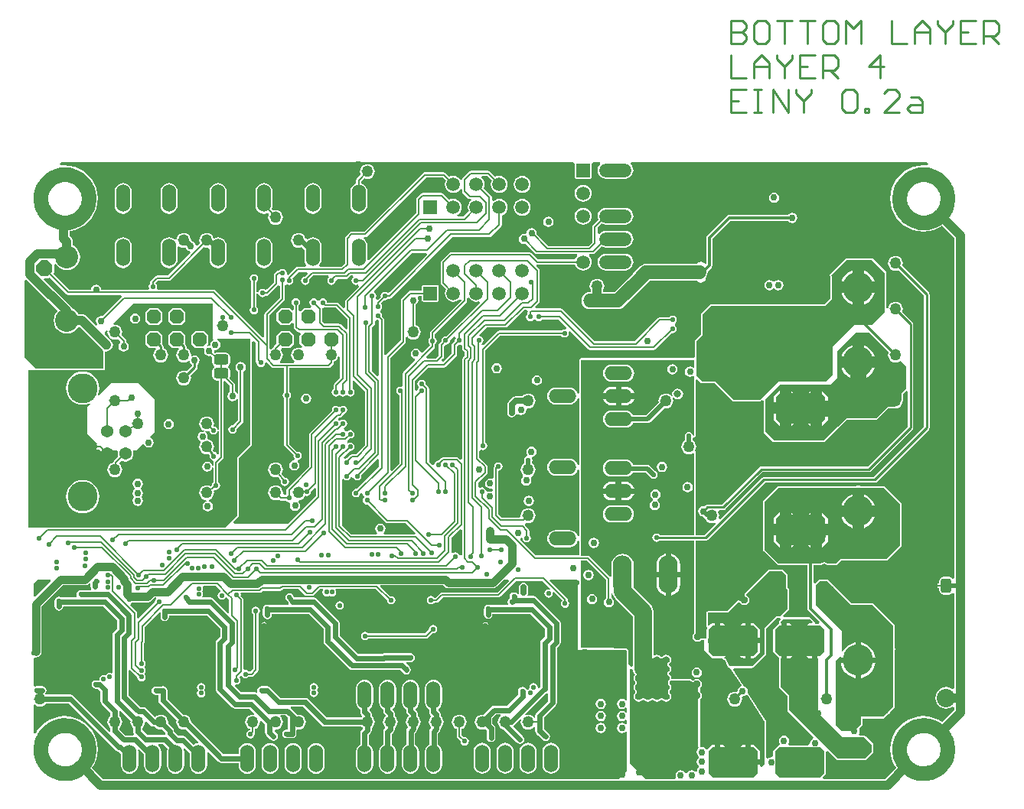
<source format=gbl>
G04 Layer_Physical_Order=4*
G04 Layer_Color=16711680*
%FSLAX25Y25*%
%MOIN*%
G70*
G01*
G75*
%ADD10C,0.06496*%
%ADD11C,0.02000*%
%ADD12C,0.00800*%
G04:AMPARAMS|DCode=47|XSize=50mil|YSize=50mil|CornerRadius=25mil|HoleSize=0mil|Usage=FLASHONLY|Rotation=90.000|XOffset=0mil|YOffset=0mil|HoleType=Round|Shape=RoundedRectangle|*
%AMROUNDEDRECTD47*
21,1,0.05000,0.00000,0,0,90.0*
21,1,0.00000,0.05000,0,0,90.0*
1,1,0.05000,0.00000,0.00000*
1,1,0.05000,0.00000,0.00000*
1,1,0.05000,0.00000,0.00000*
1,1,0.05000,0.00000,0.00000*
%
%ADD47ROUNDEDRECTD47*%
%ADD63C,0.02400*%
%ADD65C,0.00700*%
%ADD66C,0.01200*%
%ADD68C,0.01000*%
%ADD69C,0.02200*%
%ADD70C,0.05000*%
%ADD72C,0.03000*%
%ADD73C,0.03500*%
%ADD77C,0.07500*%
%ADD79C,0.07000*%
%ADD80C,0.06000*%
%ADD82C,0.04000*%
%ADD83C,0.02500*%
%ADD95O,0.12000X0.06000*%
%ADD96O,0.06000X0.12000*%
%ADD97C,0.05905*%
%ADD98R,0.05905X0.05905*%
%ADD99O,0.08250X0.16500*%
%ADD100R,0.05905X0.05905*%
%ADD101O,0.14173X0.05905*%
G04:AMPARAMS|DCode=102|XSize=133mil|YSize=83mil|CornerRadius=0mil|HoleSize=0mil|Usage=FLASHONLY|Rotation=270.000|XOffset=0mil|YOffset=0mil|HoleType=Round|Shape=Octagon|*
%AMOCTAGOND102*
4,1,8,-0.02075,-0.06650,0.02075,-0.06650,0.04150,-0.04575,0.04150,0.04575,0.02075,0.06650,-0.02075,0.06650,-0.04150,0.04575,-0.04150,-0.04575,-0.02075,-0.06650,0.0*
%
%ADD102OCTAGOND102*%

%ADD103P,0.06711X8X22.5*%
%ADD104C,0.13050*%
%ADD105C,0.05400*%
%ADD106C,0.10000*%
%ADD107P,0.07577X8X292.5*%
%ADD108O,0.13000X0.13600*%
%ADD109C,0.08000*%
%ADD110C,0.02200*%
%ADD111C,0.03000*%
%ADD112C,0.03200*%
G04:AMPARAMS|DCode=129|XSize=46mil|YSize=63mil|CornerRadius=11.5mil|HoleSize=0mil|Usage=FLASHONLY|Rotation=270.000|XOffset=0mil|YOffset=0mil|HoleType=Round|Shape=RoundedRectangle|*
%AMROUNDEDRECTD129*
21,1,0.04600,0.04000,0,0,270.0*
21,1,0.02300,0.06300,0,0,270.0*
1,1,0.02300,-0.02000,-0.01150*
1,1,0.02300,-0.02000,0.01150*
1,1,0.02300,0.02000,0.01150*
1,1,0.02300,0.02000,-0.01150*
%
%ADD129ROUNDEDRECTD129*%
G04:AMPARAMS|DCode=130|XSize=46mil|YSize=63mil|CornerRadius=11.5mil|HoleSize=0mil|Usage=FLASHONLY|Rotation=180.000|XOffset=0mil|YOffset=0mil|HoleType=Round|Shape=RoundedRectangle|*
%AMROUNDEDRECTD130*
21,1,0.04600,0.04000,0,0,180.0*
21,1,0.02300,0.06300,0,0,180.0*
1,1,0.02300,-0.01150,0.02000*
1,1,0.02300,0.01150,0.02000*
1,1,0.02300,0.01150,-0.02000*
1,1,0.02300,-0.01150,-0.02000*
%
%ADD130ROUNDEDRECTD130*%
G04:AMPARAMS|DCode=131|XSize=50mil|YSize=50mil|CornerRadius=25mil|HoleSize=0mil|Usage=FLASHONLY|Rotation=180.000|XOffset=0mil|YOffset=0mil|HoleType=Round|Shape=RoundedRectangle|*
%AMROUNDEDRECTD131*
21,1,0.05000,0.00000,0,0,180.0*
21,1,0.00000,0.05000,0,0,180.0*
1,1,0.05000,0.00000,0.00000*
1,1,0.05000,0.00000,0.00000*
1,1,0.05000,0.00000,0.00000*
1,1,0.05000,0.00000,0.00000*
%
%ADD131ROUNDEDRECTD131*%
%ADD132C,0.08500*%
G36*
X156678Y145947D02*
Y142965D01*
X146908Y133194D01*
X146700Y133235D01*
X145998Y133096D01*
X145402Y132698D01*
X145004Y132102D01*
X144865Y131400D01*
X145004Y130698D01*
X145402Y130102D01*
X145998Y129704D01*
X146700Y129565D01*
X147402Y129704D01*
X147998Y130102D01*
X148396Y130698D01*
X148514Y131296D01*
X148791Y131513D01*
X149261Y131384D01*
X149278Y131375D01*
X149606Y131095D01*
X149704Y130598D01*
X150102Y130002D01*
Y129498D01*
X149704Y128902D01*
X149565Y128200D01*
X149704Y127498D01*
X150102Y126902D01*
X150698Y126504D01*
X151400Y126365D01*
X151608Y126406D01*
X159407Y118607D01*
X159771Y118364D01*
X160200Y118278D01*
X160200Y118278D01*
X168335D01*
X172492Y114122D01*
X172161Y113322D01*
X158741D01*
X158498Y114122D01*
X158786Y114314D01*
X159272Y115042D01*
X159443Y115900D01*
X159272Y116758D01*
X158786Y117486D01*
X158058Y117972D01*
X157200Y118143D01*
X156342Y117972D01*
X155614Y117486D01*
X155128Y116758D01*
X154957Y115900D01*
X155128Y115042D01*
X155614Y114314D01*
X155902Y114122D01*
X155659Y113322D01*
X144565D01*
X140488Y117399D01*
Y137289D01*
X141284Y137537D01*
X141880Y137139D01*
X142582Y136999D01*
X143284Y137139D01*
X143880Y137537D01*
X144277Y138132D01*
X144336Y138427D01*
X144486Y138513D01*
X145384Y138102D01*
X145404Y137998D01*
X145802Y137402D01*
X146398Y137004D01*
X147100Y136865D01*
X147802Y137004D01*
X148398Y137402D01*
X148796Y137998D01*
X148935Y138700D01*
X148844Y139158D01*
X155939Y146253D01*
X156678Y145947D01*
D02*
G37*
G36*
X156100Y206865D02*
X156678Y206265D01*
Y182553D01*
X155939Y182247D01*
X153422Y184765D01*
Y203535D01*
X154493Y204607D01*
X154493Y204607D01*
X154736Y204971D01*
X154822Y205400D01*
X154822Y205400D01*
Y206501D01*
X155622Y206960D01*
X156100Y206865D01*
D02*
G37*
G36*
X282261Y60168D02*
X282753Y59839D01*
X283081Y59348D01*
X283196Y58768D01*
X283081Y58188D01*
X282753Y57696D01*
X282625Y57611D01*
X282576Y57561D01*
X282517Y57522D01*
X282478Y57464D01*
X282429Y57414D01*
X282402Y57349D01*
X282363Y57291D01*
X282349Y57222D01*
X282322Y57157D01*
Y57087D01*
X282308Y57018D01*
Y56518D01*
X282322Y56449D01*
Y56379D01*
X282349Y56314D01*
X282363Y56245D01*
X282402Y56186D01*
X282429Y56121D01*
X282478Y56072D01*
X282517Y56013D01*
X282576Y55974D01*
X282625Y55924D01*
X282753Y55839D01*
X283081Y55348D01*
X283196Y54768D01*
X283081Y54188D01*
X282753Y53696D01*
X282625Y53611D01*
X282576Y53561D01*
X282517Y53522D01*
X282478Y53464D01*
X282429Y53414D01*
X282402Y53349D01*
X282363Y53291D01*
X282349Y53222D01*
X282322Y53157D01*
Y53087D01*
X282308Y53018D01*
Y52518D01*
X282322Y52449D01*
Y52378D01*
X282349Y52314D01*
X282363Y52245D01*
X282402Y52186D01*
X282429Y52121D01*
X282478Y52071D01*
X282517Y52013D01*
X282576Y51974D01*
X282625Y51924D01*
X282753Y51839D01*
X283081Y51348D01*
X283224Y50629D01*
X283238Y50596D01*
X283241Y50560D01*
X283291Y50468D01*
X283331Y50371D01*
X283053Y49972D01*
X282840Y49775D01*
X282804Y49726D01*
X282757Y49685D01*
X282722Y49614D01*
X282675Y49550D01*
X282661Y49491D01*
X282634Y49436D01*
X282557Y49154D01*
X282551Y49060D01*
X282533Y48968D01*
Y48368D01*
X282546Y48299D01*
X282546Y48229D01*
X282573Y48164D01*
X282587Y48095D01*
X282626Y48036D01*
X282653Y47971D01*
X282688Y47937D01*
X283081Y47348D01*
X283196Y46768D01*
X283081Y46188D01*
X282688Y45599D01*
X282653Y45564D01*
X282626Y45499D01*
X282587Y45441D01*
X282573Y45372D01*
X282546Y45307D01*
X282546Y45237D01*
X282533Y45168D01*
Y44368D01*
X282546Y44299D01*
X282546Y44229D01*
X282573Y44164D01*
X282587Y44095D01*
X282626Y44036D01*
X282653Y43971D01*
X282688Y43937D01*
X283081Y43348D01*
X283196Y42768D01*
X283081Y42188D01*
X282753Y41696D01*
X282261Y41368D01*
X281681Y41252D01*
X281101Y41368D01*
X280584Y41713D01*
X280478Y41757D01*
X280374Y41809D01*
X280067Y41891D01*
X279974Y41898D01*
X279881Y41916D01*
X279481D01*
X279389Y41898D01*
X279295Y41891D01*
X278988Y41809D01*
X278885Y41757D01*
X278778Y41713D01*
X278261Y41368D01*
X277681Y41252D01*
X277101Y41368D01*
X276584Y41713D01*
X276478Y41757D01*
X276374Y41809D01*
X276067Y41891D01*
X275974Y41898D01*
X275881Y41916D01*
X275481D01*
X275389Y41898D01*
X275295Y41891D01*
X274988Y41809D01*
X274885Y41757D01*
X274778Y41713D01*
X274261Y41368D01*
X273681Y41252D01*
X273101Y41368D01*
X272584Y41713D01*
X272478Y41757D01*
X272374Y41809D01*
X272067Y41891D01*
X271973Y41898D01*
X271881Y41916D01*
X271481D01*
X271389Y41898D01*
X271295Y41891D01*
X270988Y41809D01*
X270885Y41757D01*
X270778Y41713D01*
X270261Y41368D01*
X269681Y41252D01*
X269101Y41368D01*
X268609Y41696D01*
X268281Y42188D01*
X268166Y42768D01*
X268281Y43348D01*
X268675Y43937D01*
X268709Y43971D01*
X268736Y44036D01*
X268775Y44095D01*
X268789Y44164D01*
X268816Y44229D01*
X268816Y44299D01*
X268829Y44368D01*
Y45168D01*
X268816Y45237D01*
X268816Y45307D01*
X268789Y45372D01*
X268775Y45441D01*
X268736Y45499D01*
X268709Y45564D01*
X268675Y45599D01*
X268281Y46188D01*
X268166Y46768D01*
X268281Y47348D01*
X268675Y47937D01*
X268709Y47971D01*
X268736Y48036D01*
X268775Y48095D01*
X268789Y48164D01*
X268816Y48229D01*
X268816Y48299D01*
X268829Y48368D01*
Y49168D01*
X268816Y49237D01*
X268816Y49307D01*
X268789Y49372D01*
X268775Y49441D01*
X268736Y49499D01*
X268709Y49564D01*
X268675Y49599D01*
X268281Y50188D01*
X268166Y50768D01*
X268281Y51348D01*
X268675Y51937D01*
X268709Y51971D01*
X268736Y52036D01*
X268775Y52095D01*
X268789Y52164D01*
X268816Y52229D01*
X268816Y52299D01*
X268829Y52368D01*
Y53168D01*
X268816Y53237D01*
X268816Y53307D01*
X268789Y53372D01*
X268775Y53441D01*
X268736Y53499D01*
X268709Y53564D01*
X268675Y53599D01*
X268281Y54188D01*
X268209Y54549D01*
X268204Y54562D01*
X268203Y54577D01*
X268150Y54690D01*
X268103Y54806D01*
X268092Y54816D01*
X268086Y54830D01*
X268153Y54980D01*
X268164Y55007D01*
X268183Y55030D01*
X268217Y55135D01*
X268259Y55238D01*
X268281Y55348D01*
X268609Y55839D01*
X268737Y55924D01*
X268787Y55974D01*
X268845Y56013D01*
X268884Y56072D01*
X268934Y56121D01*
X268961Y56186D01*
X269000Y56245D01*
X269013Y56314D01*
X269040Y56379D01*
Y56449D01*
X269054Y56518D01*
Y57018D01*
X269040Y57087D01*
Y57157D01*
X269013Y57222D01*
X269000Y57291D01*
X268961Y57349D01*
X268934Y57414D01*
X268884Y57464D01*
X268845Y57522D01*
X268787Y57561D01*
X268737Y57611D01*
X268609Y57696D01*
X268281Y58188D01*
X268166Y58768D01*
X268281Y59348D01*
X268609Y59839D01*
X269101Y60168D01*
X269681Y60283D01*
X270261Y60168D01*
X270753Y59839D01*
X270838Y59712D01*
X270887Y59662D01*
X270926Y59604D01*
X270985Y59565D01*
X271035Y59515D01*
X271099Y59488D01*
X271158Y59449D01*
X271227Y59435D01*
X271292Y59408D01*
X271362D01*
X271431Y59395D01*
X271931D01*
X272000Y59408D01*
X272070D01*
X272135Y59435D01*
X272204Y59449D01*
X272263Y59488D01*
X272328Y59515D01*
X272377Y59565D01*
X272436Y59604D01*
X272475Y59662D01*
X272524Y59712D01*
X272609Y59839D01*
X273101Y60168D01*
X273681Y60283D01*
X274261Y60168D01*
X274753Y59839D01*
X274838Y59712D01*
X274887Y59662D01*
X274926Y59604D01*
X274985Y59565D01*
X275035Y59515D01*
X275099Y59488D01*
X275158Y59449D01*
X275227Y59435D01*
X275292Y59408D01*
X275362D01*
X275431Y59395D01*
X275931D01*
X276000Y59408D01*
X276070D01*
X276135Y59435D01*
X276204Y59449D01*
X276263Y59488D01*
X276328Y59515D01*
X276377Y59565D01*
X276436Y59604D01*
X276475Y59662D01*
X276524Y59712D01*
X276609Y59839D01*
X277101Y60168D01*
X277681Y60283D01*
X278261Y60168D01*
X278753Y59839D01*
X278838Y59712D01*
X278887Y59662D01*
X278926Y59604D01*
X278985Y59565D01*
X279035Y59515D01*
X279099Y59488D01*
X279158Y59449D01*
X279227Y59435D01*
X279292Y59408D01*
X279362D01*
X279431Y59395D01*
X279931D01*
X280000Y59408D01*
X280070D01*
X280135Y59435D01*
X280204Y59449D01*
X280263Y59488D01*
X280328Y59515D01*
X280377Y59565D01*
X280436Y59604D01*
X280475Y59662D01*
X280524Y59712D01*
X280609Y59839D01*
X281101Y60168D01*
X281681Y60283D01*
X282261Y60168D01*
D02*
G37*
G36*
X133300Y212279D02*
X137735D01*
X142878Y207135D01*
Y203153D01*
X142139Y202847D01*
X140093Y204893D01*
X139729Y205136D01*
X139300Y205222D01*
X139300Y205222D01*
X132965D01*
X132022Y206165D01*
Y211800D01*
X132022Y211800D01*
X132004Y211888D01*
X132045Y212050D01*
X132051Y212061D01*
X132871Y212364D01*
X133300Y212279D01*
D02*
G37*
G36*
X221147Y211119D02*
X221434Y210578D01*
X221378Y210300D01*
X221378Y210300D01*
Y209615D01*
X221202Y209498D01*
X220804Y208902D01*
X220665Y208200D01*
X220804Y207498D01*
X221202Y206902D01*
X221798Y206504D01*
X222500Y206365D01*
X223202Y206504D01*
X223798Y206902D01*
X223930Y207100D01*
X224870D01*
X225002Y206902D01*
X225598Y206504D01*
X226300Y206365D01*
X227002Y206504D01*
X227598Y206902D01*
X227715Y207079D01*
X234835D01*
X238430Y203484D01*
X238305Y203222D01*
X237958Y202824D01*
X237400Y202935D01*
X236698Y202796D01*
X236102Y202398D01*
X235985Y202222D01*
X209000D01*
X209000Y202222D01*
X208571Y202136D01*
X208207Y201893D01*
X208207Y201893D01*
X202191Y195878D01*
X201363Y196180D01*
X201341Y196431D01*
X201598Y196602D01*
X201996Y197198D01*
X202135Y197900D01*
X201996Y198602D01*
X201598Y199198D01*
X201002Y199596D01*
X200678Y199660D01*
X200394Y200507D01*
X203465Y203578D01*
X211700D01*
X211700Y203578D01*
X212129Y203664D01*
X212493Y203907D01*
X219965Y211379D01*
X220936D01*
X221147Y211119D01*
D02*
G37*
G36*
X177592Y235379D02*
X161200Y218986D01*
X160498Y218598D01*
X159902Y218996D01*
X159200Y219135D01*
X158498Y218996D01*
X157902Y218598D01*
X157504Y218002D01*
X157365Y217300D01*
X157406Y217092D01*
X156091Y215777D01*
X156065Y215770D01*
X155223Y216040D01*
X155170Y216360D01*
X155396Y216698D01*
X155535Y217400D01*
X155396Y218102D01*
X154998Y218698D01*
X154709Y218891D01*
X154513Y219827D01*
X170865Y236178D01*
X177261D01*
X177592Y235379D01*
D02*
G37*
G36*
X125453Y227039D02*
X124187Y225773D01*
X123798Y225696D01*
X123202Y225298D01*
X122804Y224702D01*
X122665Y224000D01*
X122804Y223298D01*
X123202Y222702D01*
X123798Y222304D01*
X124500Y222165D01*
X125202Y222304D01*
X125798Y222702D01*
X126196Y223298D01*
X126335Y224000D01*
X126211Y224625D01*
X127865Y226278D01*
X134700D01*
X134943Y225479D01*
X134672Y225298D01*
X134274Y224702D01*
X134135Y224000D01*
X134274Y223298D01*
X134672Y222702D01*
X135268Y222304D01*
X135970Y222165D01*
X136672Y222304D01*
X137268Y222702D01*
X137666Y223298D01*
X137805Y224000D01*
X137805Y224003D01*
X138455Y224779D01*
X142400D01*
X142400Y224778D01*
X142829Y224864D01*
X143193Y225107D01*
X144315Y226228D01*
X145305D01*
X145548Y225429D01*
X145202Y225198D01*
X144804Y224602D01*
X144665Y223900D01*
X144804Y223198D01*
X145202Y222602D01*
X145798Y222204D01*
X146500Y222065D01*
X147202Y222204D01*
X147507Y222408D01*
X147723Y222369D01*
X147993Y221507D01*
X142243Y215757D01*
X142011Y215410D01*
X141929Y215000D01*
Y212388D01*
X141129Y212057D01*
X138993Y214193D01*
X138629Y214436D01*
X138200Y214522D01*
X138200Y214522D01*
X134031D01*
X133896Y215202D01*
X133498Y215798D01*
X132902Y216196D01*
X132200Y216335D01*
X131498Y216196D01*
X130902Y215798D01*
X130645Y215412D01*
X130492Y215369D01*
X129908D01*
X129755Y215412D01*
X129498Y215798D01*
X128902Y216196D01*
X128200Y216335D01*
X127498Y216196D01*
X126902Y215798D01*
X126504Y215202D01*
X126365Y214500D01*
X126504Y213798D01*
X126902Y213202D01*
X127251Y212970D01*
X127008Y212170D01*
X124263D01*
X123989Y212115D01*
X123758Y211961D01*
X122522Y210724D01*
X121722Y211056D01*
Y213238D01*
X122096Y213798D01*
X122235Y214500D01*
X122096Y215202D01*
X121698Y215798D01*
X121102Y216196D01*
X120400Y216335D01*
X119698Y216196D01*
X119102Y215798D01*
X118704Y215202D01*
X118565Y214500D01*
X118704Y213798D01*
X119102Y213202D01*
X119478Y212951D01*
Y211481D01*
X118678Y211149D01*
X117867Y211961D01*
X117636Y212115D01*
X117363Y212170D01*
X114263D01*
X113989Y212115D01*
X113758Y211961D01*
X112208Y210411D01*
X112053Y210179D01*
X111999Y209906D01*
Y206806D01*
X112053Y206533D01*
X112208Y206301D01*
X113758Y204751D01*
X113989Y204596D01*
X114263Y204542D01*
X117363D01*
X117636Y204596D01*
X117867Y204751D01*
X118678Y205562D01*
X119478Y205231D01*
Y203800D01*
X119478Y203800D01*
X119564Y203371D01*
X119807Y203007D01*
X121007Y201807D01*
X121007Y201807D01*
X121371Y201564D01*
X121800Y201478D01*
X121800Y201478D01*
X122231D01*
X122537Y200739D01*
X122208Y200411D01*
X122053Y200179D01*
X121999Y199906D01*
Y196806D01*
X122053Y196533D01*
X122208Y196301D01*
X123272Y195237D01*
X122819Y194559D01*
X122435Y194718D01*
X121600Y194828D01*
X120765Y194718D01*
X119986Y194395D01*
X119318Y193882D01*
X118805Y193214D01*
X118482Y192435D01*
X118372Y191600D01*
X118482Y190765D01*
X118805Y189986D01*
X119318Y189318D01*
X119769Y188972D01*
X119497Y188172D01*
X116600D01*
X116600Y188172D01*
X116600Y188172D01*
X113703D01*
X113431Y188972D01*
X113882Y189318D01*
X114395Y189986D01*
X114718Y190765D01*
X114828Y191600D01*
X114718Y192435D01*
X114395Y193214D01*
X113955Y193788D01*
X114098Y194247D01*
X114336Y194542D01*
X117363D01*
X117636Y194597D01*
X117867Y194751D01*
X119417Y196301D01*
X119572Y196533D01*
X119626Y196806D01*
Y199906D01*
X119572Y200179D01*
X119417Y200411D01*
X117867Y201961D01*
X117636Y202115D01*
X117363Y202170D01*
X114263D01*
X113989Y202115D01*
X113758Y201961D01*
X112208Y200411D01*
X112053Y200179D01*
X111999Y199906D01*
Y196806D01*
X112052Y196538D01*
X110807Y195293D01*
X110564Y194929D01*
X110500Y194608D01*
X109986Y194395D01*
X109722Y194192D01*
X108922Y194587D01*
Y194600D01*
X108871Y194856D01*
Y195544D01*
X108922Y195800D01*
X108871Y196056D01*
Y208757D01*
X115357Y215243D01*
X115589Y215590D01*
X115671Y216000D01*
Y222068D01*
X116471Y222423D01*
X116798Y222204D01*
X117500Y222065D01*
X118202Y222204D01*
X118798Y222602D01*
X119196Y223198D01*
X119335Y223900D01*
X119196Y224602D01*
X118872Y225086D01*
X121565Y227779D01*
X125147D01*
X125453Y227039D01*
D02*
G37*
G36*
X30963Y92023D02*
Y90800D01*
X31110Y90059D01*
X31392Y89637D01*
X31137Y89137D01*
X26800D01*
X26059Y88990D01*
X25430Y88570D01*
X25010Y87941D01*
X24863Y87200D01*
X25005Y86487D01*
X25006Y86400D01*
X24750Y85987D01*
X18095D01*
X17941Y86090D01*
X17200Y86237D01*
X16459Y86090D01*
X15830Y85670D01*
X15410Y85041D01*
X15263Y84300D01*
Y82100D01*
X15410Y81359D01*
X15830Y80730D01*
X16459Y80310D01*
X17200Y80163D01*
X17941Y80310D01*
X18570Y80730D01*
X18990Y81359D01*
X19137Y82100D01*
Y82113D01*
X30305D01*
X30556Y82163D01*
X36398D01*
X42513Y76048D01*
Y72498D01*
X41130Y71115D01*
X40710Y70487D01*
X40563Y69745D01*
Y53056D01*
X40063Y52788D01*
X39902Y52896D01*
X39200Y53035D01*
X38498Y52896D01*
X37902Y52498D01*
X37516Y51920D01*
X37402Y51996D01*
X36700Y52135D01*
X35998Y51996D01*
X35402Y51598D01*
X35004Y51002D01*
X34865Y50300D01*
X34900Y50122D01*
X34583Y49735D01*
X33300D01*
X32598Y49596D01*
X32002Y49198D01*
X31604Y48602D01*
X31465Y47900D01*
X31604Y47198D01*
X32002Y46602D01*
X32598Y46204D01*
X33300Y46065D01*
X34240D01*
X34940Y45365D01*
X35230Y44930D01*
X35363Y44798D01*
Y40700D01*
X35510Y39959D01*
X35930Y39330D01*
X39663Y35598D01*
Y34147D01*
X39318Y33882D01*
X38805Y33214D01*
X38482Y32435D01*
X38372Y31600D01*
X38482Y30765D01*
X38805Y29986D01*
X39318Y29318D01*
X39663Y29053D01*
Y27700D01*
X39692Y27555D01*
X39231Y27309D01*
X23570Y42970D01*
X22941Y43390D01*
X22200Y43537D01*
X11547D01*
X11282Y43882D01*
X11187Y43955D01*
X11590Y44559D01*
X11737Y45300D01*
X11590Y46041D01*
X11170Y46670D01*
X10541Y47090D01*
X9800Y47237D01*
X7600D01*
X6859Y47090D01*
X6765Y47027D01*
X6324Y47263D01*
Y59462D01*
X6711Y59779D01*
X7100Y59702D01*
X8056Y59892D01*
X8866Y60434D01*
X9408Y61244D01*
X9598Y62200D01*
Y81965D01*
X18935Y91302D01*
X28500D01*
X29456Y91492D01*
X30266Y92034D01*
X30463Y92230D01*
X30963Y92023D01*
D02*
G37*
G36*
X20578Y218107D02*
X20578Y218107D01*
X20942Y217864D01*
X21371Y217778D01*
X44261D01*
X44592Y216979D01*
X36148Y208534D01*
X35600Y208643D01*
X34742Y208472D01*
X34014Y207986D01*
X33528Y207258D01*
X33357Y206400D01*
X33528Y205542D01*
X33886Y205006D01*
X33264Y204496D01*
X29137Y208623D01*
X28573Y209056D01*
X27916Y209328D01*
X27211Y209421D01*
X25715D01*
X25652Y209572D01*
X24738Y210763D01*
X23548Y211677D01*
X23200Y211821D01*
X23032Y212228D01*
X22599Y212792D01*
X15667Y219723D01*
X15103Y220156D01*
X14752Y220301D01*
X10609Y224445D01*
X10915Y225184D01*
X12623D01*
X12896Y225238D01*
X13128Y225393D01*
X13210Y225475D01*
X20578Y218107D01*
D02*
G37*
G36*
X212961Y93600D02*
X213152Y93138D01*
X208146Y88133D01*
X184000D01*
X184000Y88133D01*
X183571Y88047D01*
X183207Y87804D01*
X183207Y87804D01*
X181239Y85836D01*
X180757D01*
X180640Y86013D01*
X180044Y86410D01*
X179342Y86550D01*
X178639Y86410D01*
X178044Y86013D01*
X177646Y85417D01*
X177506Y84715D01*
X177646Y84013D01*
X178044Y83417D01*
X178639Y83019D01*
X179342Y82880D01*
X180044Y83019D01*
X180640Y83417D01*
X180757Y83593D01*
X181704D01*
X181704Y83593D01*
X182133Y83679D01*
X182497Y83922D01*
X184465Y85889D01*
X208611D01*
X208611Y85889D01*
X209040Y85975D01*
X209404Y86218D01*
X216365Y93178D01*
X227835D01*
X231210Y89804D01*
X230964Y89343D01*
X230500Y89435D01*
X229798Y89296D01*
X229202Y88898D01*
X228804Y88302D01*
X228665Y87600D01*
X228804Y86898D01*
X229202Y86302D01*
X229798Y85904D01*
X230500Y85765D01*
X231202Y85904D01*
X231798Y86302D01*
X232196Y86898D01*
X232335Y87600D01*
X232243Y88064D01*
X232704Y88310D01*
X236413Y84601D01*
X236402Y84498D01*
X236004Y83902D01*
X235865Y83200D01*
X236004Y82498D01*
X236402Y81902D01*
X236998Y81504D01*
X237700Y81365D01*
X238402Y81504D01*
X238998Y81902D01*
X239396Y82498D01*
X239535Y83200D01*
X239396Y83902D01*
X238998Y84498D01*
X238822Y84615D01*
Y84900D01*
X238822Y84900D01*
X238736Y85329D01*
X238493Y85693D01*
X238493Y85693D01*
X231048Y93138D01*
X231239Y93600D01*
X242846D01*
X243199Y93246D01*
X243100Y63000D01*
X264246D01*
X264600Y62646D01*
X264597Y41222D01*
X264097Y41070D01*
X264086Y41086D01*
X263358Y41572D01*
X262500Y41743D01*
X261642Y41572D01*
X260914Y41086D01*
X260428Y40358D01*
X260257Y39500D01*
X260428Y38642D01*
X260914Y37914D01*
X261642Y37428D01*
X262500Y37257D01*
X263358Y37428D01*
X264086Y37914D01*
X264096Y37929D01*
X264596Y37777D01*
X264596Y35923D01*
X264096Y35771D01*
X264086Y35786D01*
X263358Y36272D01*
X262500Y36443D01*
X261642Y36272D01*
X260914Y35786D01*
X260428Y35058D01*
X260257Y34200D01*
X260428Y33342D01*
X260914Y32614D01*
X261642Y32128D01*
X262500Y31957D01*
X263358Y32128D01*
X264086Y32614D01*
X264095Y32628D01*
X264595Y32476D01*
X264595Y30724D01*
X264095Y30573D01*
X264086Y30586D01*
X263358Y31072D01*
X262500Y31243D01*
X261642Y31072D01*
X260914Y30586D01*
X260428Y29858D01*
X260257Y29000D01*
X260428Y28142D01*
X260914Y27414D01*
X261642Y26928D01*
X262500Y26757D01*
X263358Y26928D01*
X264086Y27414D01*
X264095Y27427D01*
X264595Y27275D01*
X264592Y10292D01*
X261116Y6816D01*
X36456D01*
X31680Y11592D01*
X32623Y13131D01*
X33494Y15232D01*
X34025Y17443D01*
X34203Y19710D01*
X34025Y21977D01*
X33494Y24189D01*
X32623Y26290D01*
X31435Y28229D01*
X29958Y29958D01*
X28229Y31435D01*
X26290Y32623D01*
X24189Y33494D01*
X21977Y34025D01*
X19710Y34203D01*
X17443Y34025D01*
X15232Y33494D01*
X13131Y32623D01*
X11192Y31435D01*
X9462Y29958D01*
X7985Y28229D01*
X7076Y26746D01*
X6397Y26590D01*
X6324Y26636D01*
Y39075D01*
X6824Y39236D01*
X7386Y38805D01*
X8165Y38482D01*
X9000Y38372D01*
X9835Y38482D01*
X10614Y38805D01*
X11282Y39318D01*
X11547Y39663D01*
X21398D01*
X41730Y19330D01*
X42359Y18910D01*
X43100Y18763D01*
X43198D01*
X44285Y17675D01*
Y12773D01*
X44412Y11807D01*
X44785Y10907D01*
X45378Y10134D01*
X46151Y9541D01*
X47051Y9168D01*
X48017Y9041D01*
X48983Y9168D01*
X49883Y9541D01*
X50656Y10134D01*
X51249Y10907D01*
X51622Y11807D01*
X51749Y12773D01*
Y18773D01*
X51669Y19385D01*
X52142Y19618D01*
X54285Y17475D01*
Y12773D01*
X54413Y11807D01*
X54785Y10907D01*
X55378Y10134D01*
X56151Y9541D01*
X57051Y9168D01*
X58017Y9041D01*
X58983Y9168D01*
X59883Y9541D01*
X60656Y10134D01*
X61249Y10907D01*
X61622Y11807D01*
X61749Y12773D01*
Y18773D01*
X61622Y19739D01*
X61249Y20639D01*
X60656Y21412D01*
X60525Y21513D01*
X60695Y22013D01*
X62648D01*
X64561Y20099D01*
X64412Y19739D01*
X64285Y18773D01*
Y12773D01*
X64412Y11807D01*
X64785Y10907D01*
X65378Y10134D01*
X66151Y9541D01*
X67051Y9168D01*
X68017Y9041D01*
X68983Y9168D01*
X69883Y9541D01*
X70656Y10134D01*
X71249Y10907D01*
X71622Y11807D01*
X71749Y12773D01*
Y18773D01*
X71622Y19739D01*
X71486Y20067D01*
X71910Y20350D01*
X74285Y17975D01*
Y12773D01*
X74413Y11807D01*
X74785Y10907D01*
X75378Y10134D01*
X76151Y9541D01*
X77051Y9168D01*
X78017Y9041D01*
X78983Y9168D01*
X79883Y9541D01*
X80656Y10134D01*
X81249Y10907D01*
X81622Y11807D01*
X81749Y12773D01*
Y18524D01*
X82249Y18731D01*
X86577Y14403D01*
X87206Y13984D01*
X87947Y13836D01*
X95467D01*
Y12773D01*
X95594Y11807D01*
X95967Y10907D01*
X96560Y10134D01*
X97333Y9541D01*
X98233Y9168D01*
X99198Y9041D01*
X100164Y9168D01*
X101064Y9541D01*
X101837Y10134D01*
X102430Y10907D01*
X102803Y11807D01*
X102930Y12773D01*
Y18773D01*
X102803Y19739D01*
X102430Y20639D01*
X101837Y21412D01*
X101064Y22005D01*
X100164Y22378D01*
X99198Y22505D01*
X98233Y22378D01*
X97333Y22005D01*
X96560Y21412D01*
X95967Y20639D01*
X95594Y19739D01*
X95467Y18773D01*
Y17710D01*
X88749D01*
X74823Y31637D01*
X74718Y32435D01*
X74395Y33214D01*
X73882Y33882D01*
X73214Y34395D01*
X72435Y34718D01*
X71600Y34828D01*
X71434Y34806D01*
X64437Y41802D01*
Y45200D01*
X64290Y45941D01*
X63870Y46570D01*
X63770Y46670D01*
X63141Y47090D01*
X62400Y47237D01*
X61887Y47135D01*
X59400D01*
X58698Y46996D01*
X58102Y46598D01*
X57704Y46002D01*
X57565Y45300D01*
X57704Y44598D01*
X58102Y44002D01*
X58698Y43604D01*
X59400Y43465D01*
X60563D01*
Y41000D01*
X60710Y40259D01*
X61130Y39630D01*
X68464Y32296D01*
X68372Y31600D01*
X68482Y30765D01*
X68805Y29986D01*
X69318Y29318D01*
X69986Y28805D01*
X70765Y28482D01*
X71600Y28372D01*
X72435Y28482D01*
X72480Y28501D01*
X77990Y22991D01*
X77797Y22476D01*
X77051Y22378D01*
X76151Y22005D01*
X75915Y21824D01*
X72670Y25070D01*
X72041Y25490D01*
X71300Y25637D01*
X69202D01*
X67337Y27502D01*
Y27800D01*
X67190Y28541D01*
X66770Y29170D01*
X64771Y31169D01*
X64828Y31600D01*
X64718Y32435D01*
X64395Y33214D01*
X63882Y33882D01*
X63214Y34395D01*
X62435Y34718D01*
X61600Y34828D01*
X60765Y34718D01*
X59986Y34395D01*
X59318Y33882D01*
X58886Y33854D01*
X55170Y37570D01*
X54541Y37990D01*
X53800Y38137D01*
X52802D01*
X47637Y43302D01*
Y54110D01*
X48008Y54266D01*
X48137Y54277D01*
X51277Y51136D01*
X51404Y50498D01*
X51802Y49902D01*
X52398Y49504D01*
X53100Y49365D01*
X53802Y49504D01*
X54398Y49902D01*
X54796Y50498D01*
X54935Y51200D01*
X54796Y51902D01*
X54535Y52293D01*
X54439Y52650D01*
X54535Y53008D01*
X54796Y53398D01*
X54935Y54100D01*
X54796Y54802D01*
X54535Y55193D01*
X54439Y55550D01*
X54535Y55907D01*
X54796Y56298D01*
X54935Y57000D01*
X54796Y57702D01*
X54398Y58298D01*
X54222Y58415D01*
Y65950D01*
X54436Y66271D01*
X54522Y66700D01*
Y73035D01*
X60965Y79479D01*
X61465Y79272D01*
Y77400D01*
X61604Y76698D01*
X62002Y76102D01*
X62598Y75704D01*
X63300Y75565D01*
X64002Y75704D01*
X64598Y76102D01*
X64996Y76698D01*
X65135Y77400D01*
Y78163D01*
X81498D01*
X87413Y72248D01*
Y68752D01*
X85980Y67320D01*
X85560Y66691D01*
X85413Y65950D01*
Y45950D01*
X85560Y45209D01*
X85980Y44580D01*
X92530Y38030D01*
X93159Y37610D01*
X93900Y37463D01*
X100098D01*
X102324Y35237D01*
X102090Y34763D01*
X101600Y34828D01*
X100765Y34718D01*
X99986Y34395D01*
X99318Y33882D01*
X98805Y33214D01*
X98482Y32435D01*
X98372Y31600D01*
X98482Y30765D01*
X98805Y29986D01*
X99318Y29318D01*
X99986Y28805D01*
X100478Y28601D01*
Y28091D01*
X99998Y27996D01*
X99402Y27598D01*
X99004Y27002D01*
X98865Y26300D01*
X99004Y25598D01*
X99402Y25002D01*
X99998Y24604D01*
X100700Y24465D01*
X101402Y24604D01*
X101998Y25002D01*
X102396Y25598D01*
X102535Y26300D01*
X102486Y26546D01*
X102636Y26771D01*
X102722Y27200D01*
Y28601D01*
X103214Y28805D01*
X103882Y29318D01*
X104395Y29986D01*
X104718Y30765D01*
X104828Y31600D01*
X104763Y32090D01*
X105237Y32324D01*
X107034Y30526D01*
Y27100D01*
X107182Y26359D01*
X107602Y25730D01*
X109330Y24002D01*
X109959Y23582D01*
X110700Y23434D01*
X111441Y23582D01*
X112070Y24002D01*
X112490Y24630D01*
X112637Y25372D01*
X112490Y26113D01*
X112070Y26741D01*
X111137Y27674D01*
X111146Y27961D01*
X111600Y28372D01*
X112435Y28482D01*
X113214Y28805D01*
X113882Y29318D01*
X114395Y29986D01*
X114718Y30765D01*
X114828Y31600D01*
X114718Y32435D01*
X114395Y33214D01*
X113882Y33882D01*
X113647Y34063D01*
X113817Y34563D01*
X115898D01*
X116480Y33980D01*
X116915Y33690D01*
X116965Y33640D01*
Y28235D01*
X116400D01*
X116350Y28225D01*
X116300Y28235D01*
X115598Y28096D01*
X115002Y27698D01*
X114604Y27102D01*
X114465Y26400D01*
X114604Y25698D01*
X115002Y25102D01*
X115598Y24704D01*
X116300Y24565D01*
X116350Y24575D01*
X116400Y24565D01*
X118800D01*
X119502Y24704D01*
X120098Y25102D01*
X120496Y25698D01*
X120635Y26400D01*
Y28024D01*
X121135Y28434D01*
X121600Y28372D01*
X122435Y28482D01*
X123214Y28805D01*
X123882Y29318D01*
X124395Y29986D01*
X124718Y30765D01*
X124828Y31600D01*
X124718Y32435D01*
X124395Y33214D01*
X123882Y33882D01*
X123214Y34395D01*
X122435Y34718D01*
X121600Y34828D01*
X121169Y34771D01*
X120170Y35770D01*
X119735Y36060D01*
X119510Y36285D01*
X119220Y36720D01*
X118177Y37763D01*
X118328Y38263D01*
X123598D01*
X131630Y30230D01*
X132259Y29810D01*
X133000Y29663D01*
X149053D01*
X149318Y29318D01*
X149452Y29215D01*
X149483Y28623D01*
X149010Y28149D01*
X148590Y27521D01*
X148442Y26779D01*
Y21950D01*
X147741Y21412D01*
X147148Y20639D01*
X146775Y19739D01*
X146648Y18773D01*
Y12773D01*
X146775Y11807D01*
X147148Y10907D01*
X147741Y10134D01*
X148514Y9541D01*
X149414Y9168D01*
X150380Y9041D01*
X151345Y9168D01*
X152245Y9541D01*
X153018Y10134D01*
X153612Y10907D01*
X153984Y11807D01*
X154112Y12773D01*
Y18773D01*
X153984Y19739D01*
X153612Y20639D01*
X153018Y21412D01*
X152317Y21950D01*
Y25977D01*
X152970Y26630D01*
X153390Y27259D01*
X153537Y28000D01*
Y29053D01*
X153882Y29318D01*
X154395Y29986D01*
X154718Y30765D01*
X154828Y31600D01*
X154718Y32435D01*
X154395Y33214D01*
X153882Y33882D01*
X153537Y34147D01*
Y34900D01*
X153390Y35641D01*
X152970Y36270D01*
X152511Y36729D01*
X152543Y37329D01*
X153018Y37693D01*
X153612Y38466D01*
X153984Y39366D01*
X154112Y40332D01*
Y46332D01*
X153984Y47298D01*
X153612Y48198D01*
X153018Y48971D01*
X152245Y49564D01*
X151345Y49937D01*
X150380Y50064D01*
X149414Y49937D01*
X148514Y49564D01*
X147741Y48971D01*
X147148Y48198D01*
X146775Y47298D01*
X146648Y46332D01*
Y40332D01*
X146775Y39366D01*
X147148Y38466D01*
X147741Y37693D01*
X148442Y37155D01*
Y36121D01*
X148590Y35379D01*
X149010Y34751D01*
X149367Y34394D01*
X149334Y33895D01*
X149318Y33882D01*
X149053Y33537D01*
X133802D01*
X125770Y41570D01*
X125141Y41990D01*
X124400Y42137D01*
X113802D01*
X109270Y46670D01*
X108641Y47090D01*
X107900Y47237D01*
X105700D01*
X104959Y47090D01*
X104869Y47030D01*
X104698Y46996D01*
X104102Y46598D01*
X103704Y46002D01*
X103565Y45300D01*
X103662Y44810D01*
X103241Y44490D01*
X102500Y44637D01*
X96702D01*
X93857Y47483D01*
X94103Y47944D01*
X94500Y47865D01*
X95202Y48004D01*
X95798Y48402D01*
X96196Y48998D01*
X96335Y49700D01*
X96196Y50402D01*
X95798Y50998D01*
X95906Y51503D01*
X96295Y51820D01*
X96779Y51686D01*
X97102Y51202D01*
X97698Y50804D01*
X98400Y50665D01*
X99102Y50804D01*
X99698Y51202D01*
X99849Y51429D01*
X101100D01*
X101510Y51511D01*
X101857Y51743D01*
X103576Y53462D01*
X103793Y53607D01*
X104036Y53971D01*
X104122Y54400D01*
Y78685D01*
X104298Y78802D01*
X104696Y79398D01*
X104835Y80100D01*
X104696Y80802D01*
X104298Y81398D01*
X103702Y81796D01*
X103000Y81935D01*
X102298Y81796D01*
X101702Y81398D01*
X101304Y80802D01*
X101165Y80100D01*
X101304Y79398D01*
X101702Y78802D01*
X101878Y78685D01*
Y54792D01*
X100657Y53571D01*
X99849D01*
X99698Y53798D01*
X99102Y54196D01*
X98400Y54335D01*
X98122Y54280D01*
X97622Y54690D01*
Y85000D01*
X97622Y85000D01*
X97536Y85429D01*
X97293Y85793D01*
X97293Y85793D01*
X96394Y86692D01*
X96435Y86900D01*
X96310Y87529D01*
X96490Y87967D01*
X96524Y88029D01*
X104700D01*
X105110Y88111D01*
X105457Y88343D01*
X105944Y88829D01*
X113547D01*
X113957Y88911D01*
X114304Y89143D01*
X114891Y89729D01*
X121657D01*
X124343Y87043D01*
X124690Y86811D01*
X125100Y86729D01*
X127500D01*
X127910Y86811D01*
X128257Y87043D01*
X130944Y89729D01*
X132083D01*
X132351Y89229D01*
X132132Y88902D01*
X131992Y88200D01*
X132132Y87498D01*
X132530Y86902D01*
X133125Y86504D01*
X133828Y86365D01*
X134530Y86504D01*
X135014Y86828D01*
X135498Y86504D01*
X136200Y86365D01*
X136902Y86504D01*
X137498Y86902D01*
X137896Y87498D01*
X138035Y88200D01*
X137896Y88902D01*
X137677Y89229D01*
X137944Y89729D01*
X155208D01*
X160190Y84747D01*
X160184Y84715D01*
X160323Y84013D01*
X160721Y83417D01*
X161317Y83019D01*
X162019Y82880D01*
X162721Y83019D01*
X163317Y83417D01*
X163715Y84013D01*
X163854Y84715D01*
X163715Y85417D01*
X163317Y86013D01*
X162721Y86410D01*
X162019Y86550D01*
X161515Y86450D01*
X157125Y90840D01*
X157316Y91302D01*
X184465D01*
X185134Y90634D01*
X185944Y90092D01*
X186900Y89902D01*
X206100D01*
X207056Y90092D01*
X207866Y90634D01*
X210833Y93600D01*
X212961D01*
D02*
G37*
G36*
X86797Y158460D02*
Y148501D01*
X86297Y148349D01*
X85998Y148798D01*
X85402Y149196D01*
X84850Y149305D01*
X84367Y149950D01*
X84395Y149986D01*
X84718Y150765D01*
X84828Y151600D01*
X84718Y152435D01*
X84395Y153214D01*
X83882Y153882D01*
X83214Y154395D01*
X82435Y154718D01*
X82196Y154749D01*
X81920Y155290D01*
X82056Y155974D01*
X81885Y156832D01*
X81399Y157560D01*
X80775Y157977D01*
X80956Y158457D01*
X81600Y158372D01*
X82435Y158482D01*
X82740Y158319D01*
X82804Y157998D01*
X83202Y157402D01*
X83798Y157004D01*
X84500Y156865D01*
X85202Y157004D01*
X85798Y157402D01*
X86196Y157998D01*
X86297Y158509D01*
X86797Y158460D01*
D02*
G37*
G36*
X13514Y93600D02*
X13705Y93138D01*
X6786Y86219D01*
X6324Y86410D01*
Y92151D01*
X7773Y93600D01*
X13514D01*
D02*
G37*
G36*
X293900Y186345D02*
X293400Y186077D01*
X292958Y186372D01*
X292100Y186543D01*
X291242Y186372D01*
X290514Y185886D01*
X290028Y185158D01*
X289857Y184300D01*
X290028Y183442D01*
X290514Y182714D01*
X291242Y182228D01*
X292100Y182057D01*
X292958Y182228D01*
X293400Y182523D01*
X293900Y182255D01*
Y156427D01*
X293400Y156377D01*
X293296Y156902D01*
X292898Y157498D01*
X292302Y157896D01*
X291600Y158035D01*
X290898Y157896D01*
X290302Y157498D01*
X289904Y156902D01*
X289765Y156200D01*
X289867Y155687D01*
Y154304D01*
X289318Y153882D01*
X288805Y153214D01*
X288482Y152435D01*
X288372Y151600D01*
X288482Y150765D01*
X288805Y149986D01*
X289318Y149318D01*
X289986Y148805D01*
X290765Y148482D01*
X291600Y148372D01*
X292435Y148482D01*
X293214Y148805D01*
X293400Y148948D01*
X293900Y148701D01*
Y113124D01*
X278847D01*
X278798Y113198D01*
X278202Y113596D01*
X277500Y113735D01*
X276798Y113596D01*
X276202Y113198D01*
X275804Y112602D01*
X275665Y111900D01*
X275804Y111198D01*
X276202Y110602D01*
X276798Y110204D01*
X277500Y110065D01*
X278202Y110204D01*
X278798Y110602D01*
X278847Y110677D01*
X293900D01*
Y105700D01*
Y70544D01*
X293814Y70486D01*
X293327Y69759D01*
X293157Y68900D01*
X293327Y68042D01*
X293814Y67314D01*
X293900Y67256D01*
Y67200D01*
X293985D01*
X294541Y66828D01*
X295400Y66657D01*
X296258Y66828D01*
X296815Y67200D01*
X298300D01*
Y63100D01*
X301520Y59489D01*
X306237D01*
X306240Y59462D01*
X306367Y59057D01*
X306427Y58948D01*
X306482Y58836D01*
X306494Y58826D01*
X306501Y58813D01*
X306598Y58735D01*
X306692Y58653D01*
X306706Y58648D01*
X306718Y58639D01*
X306838Y58604D01*
X306956Y58564D01*
X307126Y58542D01*
X308558Y55589D01*
X308629Y55494D01*
X308695Y55395D01*
X308713Y55383D01*
X308726Y55367D01*
X308828Y55307D01*
X308927Y55241D01*
X308948Y55237D01*
X308966Y55226D01*
X309084Y55209D01*
X309200Y55186D01*
X309706D01*
X314433Y47650D01*
X314235Y47191D01*
X314142Y47172D01*
X313414Y46686D01*
X312928Y45958D01*
X312762Y45124D01*
X312751Y45093D01*
X312657Y44982D01*
X312320Y44733D01*
X311600Y44828D01*
X310765Y44718D01*
X309986Y44395D01*
X309318Y43882D01*
X308805Y43214D01*
X308482Y42435D01*
X308372Y41600D01*
X308482Y40765D01*
X308805Y39986D01*
X309318Y39318D01*
X309986Y38805D01*
X310765Y38482D01*
X311600Y38372D01*
X312435Y38482D01*
X313214Y38805D01*
X313882Y39318D01*
X314395Y39986D01*
X314718Y40765D01*
X314828Y41600D01*
X314718Y42435D01*
X314834Y42609D01*
X315078Y42872D01*
X315858Y43028D01*
X316481Y43444D01*
X317071Y43444D01*
X324500Y31600D01*
Y13500D01*
X323165Y12165D01*
X322665Y12372D01*
Y12939D01*
X317495D01*
Y14139D01*
D01*
Y12939D01*
X312326D01*
Y11800D01*
X309265D01*
Y12939D01*
X304095D01*
Y14139D01*
X302895D01*
Y21809D01*
X302020D01*
X301630Y21731D01*
X301299Y21510D01*
X299561Y19772D01*
X299063Y19821D01*
X298886Y20086D01*
X298158Y20572D01*
X297300Y20743D01*
X296900Y20663D01*
X296400Y21074D01*
X296400Y41489D01*
X296586Y41614D01*
X297072Y42342D01*
X297243Y43200D01*
X297072Y44058D01*
X296586Y44786D01*
X296400Y44910D01*
Y46490D01*
X296586Y46614D01*
X297072Y47342D01*
X297243Y48200D01*
X297072Y49058D01*
X296586Y49786D01*
X295858Y50272D01*
X295000Y50443D01*
X294142Y50272D01*
X293414Y49786D01*
X293232Y49768D01*
X292600Y50400D01*
X284521Y50400D01*
X284033Y50498D01*
X284005Y50569D01*
X283990Y50644D01*
X283950Y50741D01*
X283930Y50771D01*
X283920Y50805D01*
X283915Y50814D01*
X283753Y51626D01*
X283267Y52354D01*
X283022Y52518D01*
X283022Y52518D01*
Y53018D01*
X283022Y53018D01*
X283267Y53182D01*
X283753Y53909D01*
X283924Y54768D01*
X283753Y55626D01*
X283267Y56354D01*
X283022Y56518D01*
X283022Y56518D01*
Y57018D01*
X283022Y57018D01*
X283267Y57182D01*
X283753Y57909D01*
X283924Y58768D01*
X283753Y59626D01*
X283267Y60354D01*
X282540Y60840D01*
X281681Y61011D01*
X280823Y60840D01*
X280095Y60354D01*
X279931Y60109D01*
X279931Y60109D01*
X279431D01*
X279431Y60109D01*
X279267Y60354D01*
X278539Y60840D01*
X277681Y61011D01*
X276823Y60840D01*
X276588Y60684D01*
X276088Y60951D01*
Y79700D01*
X275936Y80862D01*
X275487Y81944D01*
X274774Y82874D01*
X267322Y90325D01*
X267401Y90515D01*
X267567Y91775D01*
Y100025D01*
X267401Y101285D01*
X266915Y102458D01*
X266141Y103466D01*
X265133Y104240D01*
X263960Y104726D01*
X262700Y104892D01*
X261440Y104726D01*
X260267Y104240D01*
X259259Y103466D01*
X258485Y102458D01*
X257999Y101285D01*
X257833Y100025D01*
Y95160D01*
X257333Y94953D01*
X248493Y103793D01*
X248129Y104036D01*
X247700Y104122D01*
X247700Y104122D01*
X244700D01*
Y123197D01*
X244700Y160800D01*
Y189500D01*
X293900D01*
Y186345D01*
D02*
G37*
G36*
X331146Y76986D02*
X331254Y76862D01*
X331526Y76236D01*
X331095Y75805D01*
X330941Y75573D01*
X330886Y75300D01*
Y74750D01*
X330752Y74409D01*
X330520Y74255D01*
X328445Y72180D01*
X328291Y71948D01*
X328236Y71675D01*
Y62525D01*
X328291Y62252D01*
X328445Y62020D01*
X330520Y59945D01*
X330752Y59791D01*
X330886Y59450D01*
Y47000D01*
X330941Y46727D01*
X331095Y46495D01*
X334486Y43104D01*
X334486Y37748D01*
X334457Y37600D01*
X334486Y37452D01*
Y36900D01*
X334541Y36627D01*
X334695Y36395D01*
X345595Y25495D01*
X345943Y25148D01*
X345679Y24280D01*
X345642Y24272D01*
X344914Y23786D01*
X344428Y23058D01*
X344257Y22200D01*
X343590Y21453D01*
X335461D01*
X335320Y21435D01*
X335175Y21464D01*
X334820Y22264D01*
X335072Y22642D01*
X335243Y23500D01*
X335072Y24358D01*
X334586Y25086D01*
X333858Y25572D01*
X333000Y25743D01*
X332142Y25572D01*
X331414Y25086D01*
X330928Y24358D01*
X330757Y23500D01*
X330928Y22642D01*
X331180Y22264D01*
X331122Y21965D01*
X330819Y21423D01*
X330752Y21409D01*
X330520Y21255D01*
X328445Y19180D01*
X328291Y18948D01*
X328236Y18675D01*
Y16807D01*
X327618Y16300D01*
X327400Y16343D01*
X326542Y16172D01*
X326014Y15820D01*
X325341Y16071D01*
X325214Y16174D01*
Y31600D01*
X325202Y31659D01*
X325204Y31719D01*
X325175Y31794D01*
X325159Y31873D01*
X325126Y31923D01*
X325105Y31979D01*
X317676Y43823D01*
X317620Y43882D01*
X317575Y43949D01*
X317526Y43982D01*
X317484Y44026D01*
X317372Y44085D01*
X317343Y44104D01*
X317216Y44738D01*
X317211Y44941D01*
X317243Y45100D01*
X317072Y45958D01*
X316586Y46686D01*
X315858Y47172D01*
X315695Y47243D01*
X315146Y47640D01*
X315135Y47704D01*
X315137Y47769D01*
X315110Y47839D01*
X315096Y47914D01*
X315061Y47968D01*
X315037Y48029D01*
X310987Y54486D01*
X311375Y55186D01*
X317252D01*
X317400Y55157D01*
X317548Y55186D01*
X319100D01*
X319373Y55241D01*
X319605Y55395D01*
X325005Y60795D01*
X325159Y61027D01*
X325214Y61300D01*
Y72304D01*
X329896Y76986D01*
X331146Y76986D01*
D02*
G37*
G36*
X11479Y215872D02*
X12043Y215439D01*
X12394Y215294D01*
X16627Y211061D01*
X16608Y210763D01*
X15694Y209572D01*
X15120Y208186D01*
X14924Y206698D01*
X15120Y205210D01*
X15694Y203823D01*
X16608Y202632D01*
X17799Y201719D01*
X19185Y201144D01*
X20673Y200949D01*
X22161Y201144D01*
X23548Y201719D01*
X24738Y202632D01*
X25453Y203564D01*
X26269Y203665D01*
X26435Y203622D01*
X36092Y193966D01*
X36216Y193870D01*
X36241Y193844D01*
X36301Y193775D01*
X36583Y193119D01*
X36571Y193048D01*
X36549Y192937D01*
X36518Y192828D01*
X36521Y192801D01*
X36516Y192775D01*
Y185778D01*
X7186D01*
X2190Y190773D01*
Y224029D01*
X2991Y224361D01*
X11479Y215872D01*
D02*
G37*
G36*
X192524Y195883D02*
X192778Y195674D01*
Y194400D01*
X192778Y194400D01*
X192864Y193971D01*
X193107Y193607D01*
X193978Y192735D01*
Y191265D01*
X193107Y190393D01*
X192864Y190029D01*
X192778Y189600D01*
X192778Y189600D01*
Y146419D01*
X192039Y146113D01*
X191359Y146793D01*
X190995Y147036D01*
X190566Y147122D01*
X190566Y147122D01*
X184600D01*
X184171Y147036D01*
X183807Y146793D01*
X183807Y146793D01*
X182621Y145607D01*
X182479Y145635D01*
X181776Y145496D01*
X181181Y145098D01*
X180783Y144502D01*
X180672Y143945D01*
X180238Y143708D01*
X179863Y143623D01*
X178422Y145065D01*
Y176900D01*
X178422Y176900D01*
X178336Y177329D01*
X178093Y177693D01*
X178093Y177693D01*
X176910Y178876D01*
X176935Y179000D01*
X176796Y179702D01*
X176398Y180298D01*
X175802Y180696D01*
X175100Y180835D01*
X174398Y180696D01*
X173802Y180298D01*
X173404Y179702D01*
X173265Y179000D01*
X173404Y178298D01*
X173802Y177702D01*
Y177198D01*
X173404Y176602D01*
X173325Y176203D01*
X173122Y176057D01*
X172322Y176468D01*
Y180235D01*
X178265Y186178D01*
X184800D01*
X184800Y186178D01*
X185229Y186264D01*
X185593Y186507D01*
X190223Y191137D01*
X190223Y191137D01*
X190466Y191501D01*
X190552Y191930D01*
X190551Y191930D01*
Y195435D01*
X191222Y196106D01*
X191430Y196065D01*
X191978Y196174D01*
X192524Y195883D01*
D02*
G37*
G36*
X195822Y216642D02*
X196395Y215895D01*
X197158Y215309D01*
X198046Y214941D01*
X199000Y214816D01*
X199954Y214941D01*
X200125Y215012D01*
X200578Y214334D01*
X185938Y199694D01*
X185730Y199735D01*
X185028Y199596D01*
X184432Y199198D01*
X184034Y198602D01*
X183895Y197900D01*
X183936Y197692D01*
X182957Y196713D01*
X182714Y196349D01*
X182628Y195920D01*
X182628Y195920D01*
Y191415D01*
X181335Y190122D01*
X177453D01*
X177147Y190861D01*
X180693Y194407D01*
X180693Y194407D01*
X180936Y194771D01*
X181022Y195200D01*
Y196385D01*
X181198Y196502D01*
X181596Y197098D01*
X181735Y197800D01*
X181596Y198502D01*
X181198Y199098D01*
X181022Y199215D01*
Y200752D01*
X194693Y214423D01*
X194936Y214787D01*
X195022Y215216D01*
X195022Y215216D01*
Y216469D01*
X195770Y216648D01*
X195822Y216642D01*
D02*
G37*
G36*
X189556Y199738D02*
X190035Y199488D01*
X190072Y199108D01*
X189734Y198602D01*
X189595Y197900D01*
X189636Y197692D01*
X188637Y196693D01*
X188394Y196329D01*
X188308Y195900D01*
X188308Y195900D01*
Y192395D01*
X184592Y188678D01*
X184245Y188727D01*
X183961Y189575D01*
X184543Y190157D01*
X184543Y190157D01*
X184786Y190521D01*
X184872Y190950D01*
X184872Y190950D01*
Y195455D01*
X185522Y196106D01*
X185730Y196065D01*
X186432Y196204D01*
X187028Y196602D01*
X187426Y197198D01*
X187565Y197900D01*
X187524Y198108D01*
X189179Y199763D01*
X189556Y199738D01*
D02*
G37*
G36*
X255578Y93535D02*
Y85730D01*
X255214Y85486D01*
X254728Y84758D01*
X254557Y83900D01*
X254728Y83042D01*
X255214Y82314D01*
X255942Y81828D01*
X256800Y81657D01*
X257658Y81828D01*
X258386Y82314D01*
X258872Y83042D01*
X259043Y83900D01*
X258872Y84758D01*
X258386Y85486D01*
X257821Y85863D01*
Y87732D01*
X258321Y87765D01*
X258365Y87438D01*
X258813Y86356D01*
X259526Y85426D01*
X267112Y77841D01*
Y55885D01*
X266647Y55702D01*
X265313Y57129D01*
X265314Y62646D01*
X265314Y62646D01*
X265314Y62646D01*
X265259Y62919D01*
X265259Y62919D01*
X265259Y62919D01*
X265166Y63059D01*
X265105Y63151D01*
X265105Y63151D01*
X265105Y63151D01*
X264751Y63505D01*
X264751Y63505D01*
X264613Y63597D01*
X264520Y63659D01*
X264520Y63659D01*
X264520Y63659D01*
X264247Y63714D01*
X259161D01*
X258800Y64100D01*
X246317D01*
X246100Y64143D01*
X245883Y64100D01*
X244700D01*
Y79100D01*
X244700Y101878D01*
X247235D01*
X255578Y93535D01*
D02*
G37*
G36*
X84300Y198647D02*
X84360D01*
X84489Y198185D01*
X84482Y198147D01*
X83774Y197674D01*
X83288Y196947D01*
X83117Y196088D01*
X83152Y195910D01*
X82799Y195556D01*
X82702Y195575D01*
X81999Y195435D01*
X81752Y195896D01*
X82157Y196301D01*
X82312Y196533D01*
X82367Y196806D01*
Y199906D01*
X82312Y200179D01*
X82157Y200411D01*
X80607Y201961D01*
X80376Y202115D01*
X80103Y202170D01*
X77003D01*
X76730Y202115D01*
X76498Y201961D01*
X74948Y200411D01*
X74793Y200179D01*
X74739Y199906D01*
Y196806D01*
X74793Y196533D01*
X74948Y196301D01*
X76498Y194751D01*
X76730Y194597D01*
X77003Y194542D01*
X80103D01*
X80288Y194579D01*
X80518Y194358D01*
X80627Y194176D01*
X80459Y193332D01*
X80630Y192474D01*
X81116Y191746D01*
X81844Y191260D01*
X82702Y191089D01*
X83250Y191198D01*
X84033Y190416D01*
Y188391D01*
X84176Y187669D01*
X84585Y187057D01*
X84908Y186842D01*
Y186240D01*
X84585Y186025D01*
X84176Y185413D01*
X84033Y184691D01*
Y182391D01*
X84176Y181669D01*
X84585Y181057D01*
X85197Y180648D01*
X85919Y180505D01*
X86797D01*
Y158940D01*
X86297Y158891D01*
X86196Y159402D01*
X85798Y159998D01*
X85202Y160396D01*
X84881Y160459D01*
X84718Y160765D01*
X84828Y161600D01*
X84718Y162435D01*
X84395Y163214D01*
X83882Y163882D01*
X83214Y164395D01*
X82435Y164718D01*
X81600Y164828D01*
X80765Y164718D01*
X79986Y164395D01*
X79318Y163882D01*
X78805Y163214D01*
X78482Y162435D01*
X78372Y161600D01*
X78482Y160765D01*
X78805Y159986D01*
X79318Y159318D01*
X79986Y158805D01*
X80508Y158589D01*
X80362Y158108D01*
X79813Y158217D01*
X78954Y158046D01*
X78227Y157560D01*
X77740Y156832D01*
X77570Y155974D01*
X77740Y155116D01*
X78227Y154388D01*
X78788Y154013D01*
X78969Y153428D01*
X78805Y153214D01*
X78482Y152435D01*
X78372Y151600D01*
X78482Y150765D01*
X78805Y149986D01*
X79318Y149318D01*
X79986Y148805D01*
X80765Y148482D01*
X81600Y148372D01*
X82411Y148479D01*
X82924Y147796D01*
X82865Y147500D01*
X83004Y146798D01*
X83402Y146202D01*
X83998Y145804D01*
X84365Y145731D01*
X84595Y145176D01*
X84564Y145129D01*
X84478Y144700D01*
X84478Y144700D01*
Y143396D01*
X83978Y143347D01*
X83889Y143797D01*
X83403Y144525D01*
X82675Y145011D01*
X81817Y145182D01*
X80958Y145011D01*
X80230Y144525D01*
X79744Y143797D01*
X79573Y142939D01*
X79744Y142080D01*
X80230Y141352D01*
X80958Y140866D01*
X81817Y140696D01*
X82675Y140866D01*
X83403Y141352D01*
X83889Y142080D01*
X83978Y142531D01*
X84478Y142481D01*
Y136015D01*
X84302Y135898D01*
X83904Y135302D01*
X83771Y134630D01*
X83334Y134303D01*
X83214Y134395D01*
X82435Y134718D01*
X81600Y134828D01*
X80765Y134718D01*
X79986Y134395D01*
X79318Y133882D01*
X78805Y133214D01*
X78482Y132435D01*
X78372Y131600D01*
X78482Y130765D01*
X78805Y129986D01*
X79318Y129318D01*
X79986Y128805D01*
X80765Y128482D01*
X81254Y128418D01*
X81623Y128093D01*
X81640Y127897D01*
X81175Y127790D01*
X81155Y127787D01*
X80427Y127300D01*
X79941Y126573D01*
X79770Y125714D01*
X79941Y124856D01*
X80427Y124128D01*
X81155Y123642D01*
X82013Y123471D01*
X82872Y123642D01*
X83600Y124128D01*
X84086Y124856D01*
X84257Y125714D01*
X84086Y126573D01*
X83600Y127300D01*
X82872Y127787D01*
X82139Y127932D01*
X82119Y127936D01*
X82124Y128105D01*
X82124D01*
X82124Y128105D01*
X82432Y128482D01*
X82435Y128482D01*
X83214Y128805D01*
X83882Y129318D01*
X84395Y129986D01*
X84718Y130765D01*
X84828Y131600D01*
X84718Y132435D01*
X84686Y132512D01*
X85143Y132856D01*
X85600Y132765D01*
X86302Y132904D01*
X86898Y133302D01*
X87296Y133898D01*
X87435Y134600D01*
X87296Y135302D01*
X86898Y135898D01*
X86722Y136015D01*
Y144235D01*
X88712Y146226D01*
X88955Y146590D01*
X89040Y147019D01*
X89040Y147019D01*
Y180126D01*
X89540Y180333D01*
X91719Y178155D01*
Y175544D01*
X91254Y175233D01*
X90768Y174506D01*
X90597Y173647D01*
X90768Y172789D01*
X91254Y172061D01*
X91982Y171575D01*
X92840Y171404D01*
X93699Y171575D01*
X94426Y172061D01*
X94749Y172543D01*
X95249Y172392D01*
Y163176D01*
X93057Y160985D01*
X92849Y161027D01*
X92147Y160887D01*
X91552Y160489D01*
X91154Y159894D01*
X91014Y159191D01*
X91154Y158489D01*
X91552Y157894D01*
X92147Y157496D01*
X92849Y157356D01*
X93552Y157496D01*
X94147Y157894D01*
X94545Y158489D01*
X94685Y159191D01*
X94643Y159399D01*
X97163Y161919D01*
X97163Y161919D01*
X97406Y162283D01*
X97492Y162712D01*
X97492Y162712D01*
Y184420D01*
X97956Y184730D01*
X98442Y185458D01*
X98613Y186316D01*
X98442Y187174D01*
X97956Y187902D01*
X97228Y188388D01*
X96370Y188559D01*
X95512Y188388D01*
X94784Y187902D01*
X94298Y187174D01*
X94127Y186316D01*
X94298Y185458D01*
X94784Y184730D01*
X95249Y184420D01*
Y174903D01*
X94749Y174751D01*
X94426Y175233D01*
X93962Y175544D01*
Y178620D01*
X93876Y179049D01*
X93633Y179413D01*
X93633Y179413D01*
X91548Y181498D01*
X91662Y181669D01*
X91805Y182391D01*
Y184691D01*
X91662Y185413D01*
X91253Y186025D01*
X90930Y186240D01*
Y186842D01*
X91253Y187057D01*
X91662Y187669D01*
X91805Y188391D01*
Y190691D01*
X91662Y191413D01*
X91253Y192025D01*
X90641Y192434D01*
X89919Y192577D01*
X85919D01*
X85197Y192434D01*
X85191Y192430D01*
X84837Y192784D01*
X84945Y193332D01*
X84910Y193511D01*
X85264Y193864D01*
X85360Y193845D01*
X86218Y194016D01*
X86946Y194502D01*
X87432Y195230D01*
X87603Y196088D01*
X87432Y196947D01*
X86946Y197674D01*
X86238Y198147D01*
X86231Y198185D01*
X86360Y198647D01*
X100616D01*
Y152683D01*
X94907Y146974D01*
Y121580D01*
X89648Y116322D01*
X12100D01*
X12100Y116322D01*
X11817Y116265D01*
X3864D01*
Y185065D01*
X37230D01*
Y192775D01*
X37730Y193206D01*
X38017Y193168D01*
X38722Y193261D01*
X39379Y193533D01*
X39943Y193966D01*
X40376Y194530D01*
X40648Y195186D01*
X40741Y195891D01*
X40648Y196596D01*
X40376Y197253D01*
X39943Y197817D01*
X37230Y200530D01*
Y201305D01*
X37132Y201403D01*
X37950Y202222D01*
X38423Y201988D01*
X38372Y201600D01*
X38482Y200765D01*
X38805Y199986D01*
X39318Y199318D01*
X39986Y198805D01*
X40765Y198482D01*
X41600Y198372D01*
X42435Y198482D01*
X42928Y198686D01*
X44001Y197612D01*
X43945Y196974D01*
X43814Y196886D01*
X43328Y196158D01*
X43157Y195300D01*
X43328Y194442D01*
X43814Y193714D01*
X44542Y193228D01*
X45400Y193057D01*
X46258Y193228D01*
X46986Y193714D01*
X47472Y194442D01*
X47643Y195300D01*
X47472Y196158D01*
X46986Y196886D01*
X46522Y197196D01*
Y197800D01*
X46522Y197800D01*
X46436Y198229D01*
X46193Y198593D01*
X46193Y198593D01*
X44514Y200272D01*
X44718Y200765D01*
X44828Y201600D01*
X44718Y202435D01*
X44395Y203214D01*
X43882Y203882D01*
X43214Y204395D01*
X42435Y204718D01*
X41600Y204828D01*
X41212Y204777D01*
X40978Y205250D01*
X49828Y214100D01*
X84300D01*
Y198647D01*
D02*
G37*
G36*
X370070Y201400D02*
X378644Y192826D01*
X378482Y192435D01*
X378372Y191600D01*
X378482Y190765D01*
X378805Y189986D01*
X379318Y189318D01*
X379986Y188805D01*
X380765Y188482D01*
X381600Y188372D01*
X382435Y188482D01*
X383214Y188805D01*
X383713Y189188D01*
X386100Y186800D01*
X386100Y177100D01*
X384100Y175100D01*
Y171600D01*
X381600D01*
Y169100D01*
X378100D01*
X373100Y164100D01*
X360100Y164100D01*
X356500Y160500D01*
X350300Y154300D01*
X328900Y154300D01*
X324900Y158300D01*
Y164483D01*
X324943Y164700D01*
X324900Y164917D01*
Y172300D01*
X329300Y176700D01*
X331200Y178600D01*
X353200D01*
X356300Y181700D01*
Y193500D01*
X360500Y197700D01*
X364200Y201400D01*
X370070Y201400D01*
D02*
G37*
G36*
X296895Y179495D02*
X297127Y179341D01*
X297400Y179286D01*
X303004D01*
X310795Y171495D01*
X311027Y171341D01*
X311300Y171286D01*
X322400D01*
X322673Y171341D01*
X322905Y171495D01*
X323386Y171977D01*
X324186Y171646D01*
Y164917D01*
X324200Y164848D01*
Y164777D01*
X324215Y164700D01*
X324200Y164623D01*
Y164552D01*
X324186Y164483D01*
Y158300D01*
X324241Y158027D01*
X324395Y157795D01*
X328395Y153795D01*
X328627Y153641D01*
X328900Y153586D01*
X350300Y153586D01*
X350573Y153641D01*
X350805Y153795D01*
X357005Y159995D01*
X360396Y163386D01*
X373100Y163386D01*
X373373Y163441D01*
X373605Y163595D01*
X378396Y168386D01*
X381494D01*
X381600Y168372D01*
X382435Y168482D01*
X383214Y168805D01*
X383882Y169318D01*
X384395Y169986D01*
X384718Y170765D01*
X384828Y171600D01*
X384814Y171706D01*
Y174804D01*
X386076Y176067D01*
X386877Y175736D01*
Y160407D01*
X369493Y143024D01*
X323100D01*
X322632Y142930D01*
X322235Y142665D01*
X306093Y126523D01*
X299700D01*
X299232Y126430D01*
X298835Y126165D01*
X298328Y125658D01*
X297900Y125743D01*
X297042Y125572D01*
X296314Y125086D01*
X295828Y124358D01*
X295657Y123500D01*
X295828Y122642D01*
X296314Y121914D01*
X297042Y121428D01*
X297640Y121309D01*
X298574Y120374D01*
X298671Y120310D01*
X298805Y119986D01*
X299318Y119318D01*
X299986Y118805D01*
X300765Y118482D01*
X301600Y118372D01*
X302435Y118482D01*
X302752Y118613D01*
X303205Y117935D01*
X298393Y113124D01*
X294614D01*
Y148701D01*
X294591Y148815D01*
X294576Y148931D01*
X294564Y148951D01*
X294559Y148974D01*
X294495Y149071D01*
X294437Y149172D01*
X294399Y149668D01*
X294395Y149986D01*
X294718Y150765D01*
X294828Y151600D01*
X294718Y152435D01*
X294395Y153214D01*
X293882Y153882D01*
X293333Y154304D01*
Y154877D01*
X293470Y155667D01*
X293970Y155716D01*
X294070Y155747D01*
X294173Y155767D01*
X294203Y155787D01*
X294236Y155797D01*
X294318Y155864D01*
X294405Y155922D01*
X294424Y155951D01*
X294452Y155974D01*
X294501Y156066D01*
X294559Y156153D01*
X294566Y156188D01*
X294583Y156219D01*
X294593Y156324D01*
X294614Y156427D01*
Y180732D01*
X295353Y181038D01*
X296895Y179495D01*
D02*
G37*
G36*
X357000Y87800D02*
X362100Y82700D01*
X371400Y82700D01*
X380600Y73500D01*
Y48900D01*
Y38300D01*
X376200Y33900D01*
X366500D01*
X366500Y30500D01*
X363700Y27700D01*
X358100Y27700D01*
X355500Y30300D01*
X355500Y58400D01*
X357405Y60304D01*
X357885Y60078D01*
X357852Y59750D01*
X364100D01*
Y66268D01*
X363830Y66242D01*
X362416Y65813D01*
X361113Y65116D01*
X359971Y64179D01*
X359034Y63037D01*
X358600Y62225D01*
X358100Y62351D01*
X358100Y71400D01*
X346800Y82700D01*
Y91200D01*
X348500Y92900D01*
X351900D01*
X357000Y87800D01*
D02*
G37*
G36*
X185761Y267725D02*
X185441Y266954D01*
X185316Y266000D01*
X185441Y265046D01*
X185809Y264158D01*
X186395Y263395D01*
X187158Y262809D01*
X188046Y262441D01*
X189000Y262316D01*
X189954Y262441D01*
X190842Y262809D01*
X191605Y263395D01*
X192078Y264012D01*
X192677Y263905D01*
X192878Y263800D01*
Y262900D01*
X192878Y262900D01*
X192964Y262471D01*
X193207Y262107D01*
X195307Y260007D01*
X195307Y260007D01*
X195671Y259764D01*
X196100Y259678D01*
X196100Y259679D01*
X196479D01*
X196751Y258878D01*
X196395Y258605D01*
X195809Y257842D01*
X195441Y256954D01*
X195316Y256000D01*
X195441Y255046D01*
X195740Y254326D01*
X193335Y251922D01*
X190789D01*
X190630Y252722D01*
X190842Y252809D01*
X191605Y253395D01*
X192191Y254158D01*
X192559Y255046D01*
X192684Y256000D01*
X192559Y256954D01*
X192191Y257842D01*
X191605Y258605D01*
X190842Y259191D01*
X189954Y259559D01*
X189000Y259684D01*
X188046Y259559D01*
X187326Y259260D01*
X184693Y261893D01*
X184329Y262136D01*
X183900Y262222D01*
X183900Y262222D01*
X175600D01*
X175171Y262136D01*
X174807Y261893D01*
X174807Y261893D01*
X173155Y260241D01*
X172912Y259877D01*
X172827Y259448D01*
X172827Y259448D01*
Y253513D01*
X152329Y233015D01*
X151839Y233161D01*
X151552Y233370D01*
Y239246D01*
X151425Y240212D01*
X151052Y241112D01*
X150459Y241884D01*
X149946Y242279D01*
X150218Y243078D01*
X150700D01*
X150700Y243078D01*
X151129Y243164D01*
X151493Y243407D01*
X177185Y269099D01*
X184387D01*
X185761Y267725D01*
D02*
G37*
G36*
X376900Y227500D02*
Y217300D01*
Y210400D01*
X371200Y204700D01*
X363800D01*
X354300Y195200D01*
Y183100D01*
X351200Y180000D01*
X330400Y180000D01*
X322400Y172000D01*
X311300D01*
X303300Y180000D01*
X297400D01*
X295000Y182400D01*
Y196200D01*
X294987Y197767D01*
X297600Y200379D01*
Y209300D01*
X301400Y213100D01*
X351000D01*
X353800Y215900D01*
Y226000D01*
X353700Y226400D01*
X360400Y233100D01*
X371300D01*
X376900Y227500D01*
D02*
G37*
G36*
X59658Y85502D02*
X59502Y85398D01*
X59104Y84802D01*
X58965Y84100D01*
X59006Y83892D01*
X51784Y76670D01*
X51322Y76861D01*
Y79100D01*
X51322Y79100D01*
X51236Y79529D01*
X50993Y79893D01*
X48260Y82626D01*
X48424Y83169D01*
X48602Y83204D01*
X49198Y83602D01*
X49331Y83802D01*
X55800D01*
X56756Y83992D01*
X57566Y84534D01*
X59035Y86002D01*
X59507D01*
X59658Y85502D01*
D02*
G37*
G36*
X395927Y274990D02*
X395570Y274215D01*
X393726Y274360D01*
X391459Y274182D01*
X389247Y273651D01*
X387146Y272781D01*
X385207Y271592D01*
X383478Y270116D01*
X382001Y268386D01*
X380813Y266447D01*
X379943Y264346D01*
X379412Y262135D01*
X379233Y259868D01*
X379412Y257600D01*
X379943Y255389D01*
X380813Y253288D01*
X382001Y251349D01*
X383478Y249620D01*
X385207Y248143D01*
X387146Y246955D01*
X389247Y246084D01*
X391459Y245553D01*
X393726Y245375D01*
X395993Y245553D01*
X398204Y246084D01*
X400306Y246955D01*
X401845Y247898D01*
X407112Y242630D01*
Y94384D01*
X406312Y94142D01*
X406184Y94334D01*
X405572Y94743D01*
X404850Y94886D01*
X402550D01*
X401828Y94743D01*
X401216Y94334D01*
X400807Y93722D01*
X400664Y93000D01*
Y92122D01*
X397700D01*
X397271Y92036D01*
X396907Y91793D01*
X396664Y91429D01*
X396579Y91000D01*
X396664Y90571D01*
X396907Y90207D01*
X397271Y89964D01*
X397700Y89878D01*
X400664D01*
Y89000D01*
X400807Y88278D01*
X401216Y87666D01*
X401828Y87257D01*
X402550Y87114D01*
X404850D01*
X405572Y87257D01*
X406184Y87666D01*
X406312Y87858D01*
X407112Y87616D01*
Y46440D01*
X406312Y46046D01*
X406037Y46257D01*
X404894Y46730D01*
X403667Y46892D01*
X402440Y46730D01*
X401297Y46257D01*
X400315Y45503D01*
X399562Y44521D01*
X399088Y43378D01*
X398926Y42151D01*
X399088Y40924D01*
X399562Y39781D01*
X400315Y38799D01*
X401297Y38046D01*
X402440Y37572D01*
X403667Y37411D01*
X404894Y37572D01*
X406037Y38046D01*
X406312Y38257D01*
X407112Y37862D01*
Y36948D01*
X401845Y31680D01*
X400306Y32623D01*
X398204Y33494D01*
X395993Y34025D01*
X393726Y34203D01*
X391459Y34025D01*
X389247Y33494D01*
X387146Y32623D01*
X385207Y31435D01*
X383478Y29958D01*
X382001Y28229D01*
X380813Y26290D01*
X379943Y24189D01*
X379412Y21977D01*
X379233Y19710D01*
X379412Y17443D01*
X379943Y15232D01*
X380813Y13131D01*
X381756Y11592D01*
X376981Y6816D01*
X350082D01*
X349751Y7616D01*
X351155Y9020D01*
X351309Y9252D01*
X351364Y9525D01*
Y18596D01*
X351549Y18747D01*
X352121Y18970D01*
X355795Y15295D01*
X356027Y15141D01*
X356300Y15086D01*
X368500D01*
X368773Y15141D01*
X369005Y15295D01*
X371805Y18095D01*
X371959Y18327D01*
X372014Y18600D01*
Y21700D01*
X371959Y21973D01*
X371805Y22205D01*
X368505Y25505D01*
X368273Y25659D01*
X368000Y25714D01*
X365981D01*
X365553Y26514D01*
X365772Y26842D01*
X365943Y27700D01*
X365772Y28558D01*
X365690Y28681D01*
X367005Y29995D01*
X367159Y30227D01*
X367214Y30500D01*
X367214Y33186D01*
X376200D01*
X376473Y33241D01*
X376705Y33395D01*
X377932Y34622D01*
X377958Y34628D01*
X378686Y35114D01*
X379172Y35842D01*
X379178Y35868D01*
X381105Y37795D01*
X381259Y38027D01*
X381314Y38300D01*
Y48900D01*
Y62849D01*
X381443Y63500D01*
X381314Y64151D01*
Y73500D01*
X381259Y73773D01*
X381105Y74005D01*
X371905Y83205D01*
X371673Y83359D01*
X371400Y83414D01*
X362396Y83414D01*
X357505Y88305D01*
X352405Y93405D01*
X352173Y93559D01*
X351900Y93614D01*
X348500D01*
X348227Y93559D01*
X347995Y93405D01*
X346726Y92135D01*
X345925Y92466D01*
Y99986D01*
X348954D01*
X349023Y100000D01*
X349093D01*
X349158Y100027D01*
X349227Y100041D01*
X349286Y100080D01*
X349351Y100107D01*
X349781Y100394D01*
X350400Y100517D01*
X351019Y100394D01*
X351449Y100107D01*
X351514Y100080D01*
X351573Y100041D01*
X351642Y100027D01*
X351707Y100000D01*
X351777D01*
X351846Y99986D01*
X355800D01*
X356073Y100041D01*
X356305Y100195D01*
X357994Y101885D01*
X377501Y101887D01*
X377649Y101916D01*
X377773Y101941D01*
X377774Y101941D01*
X377774Y101941D01*
X377877Y102010D01*
X378005Y102096D01*
X384005Y108095D01*
X384159Y108327D01*
X384214Y108600D01*
X384214Y126800D01*
X384159Y127073D01*
X384005Y127305D01*
X377005Y134305D01*
X376773Y134459D01*
X376500Y134514D01*
X366346D01*
X366258Y134572D01*
X365400Y134743D01*
X364542Y134572D01*
X364454Y134514D01*
X330700D01*
X330427Y134459D01*
X330195Y134305D01*
X324195Y128305D01*
X324041Y128073D01*
X323986Y127800D01*
Y111000D01*
X323986Y106600D01*
X324041Y106327D01*
X324195Y106095D01*
X330095Y100195D01*
X330327Y100041D01*
X330600Y99986D01*
X343274Y99986D01*
Y81100D01*
X343375Y80593D01*
X343663Y80163D01*
X348562Y75264D01*
X348230Y74464D01*
X346817D01*
X346625Y74600D01*
X346202Y75212D01*
X346147Y75485D01*
X345993Y75717D01*
X344705Y77005D01*
X344473Y77159D01*
X344200Y77214D01*
X332854Y77214D01*
X332746Y77338D01*
X332474Y77965D01*
X335105Y80595D01*
X335259Y80827D01*
X335314Y81100D01*
X335314Y89200D01*
X335259Y89473D01*
X335105Y89705D01*
X334614Y90196D01*
Y95600D01*
X334559Y95873D01*
X334405Y96105D01*
X332705Y97805D01*
X332473Y97959D01*
X332200Y98014D01*
X326500Y98014D01*
X326227Y97959D01*
X325995Y97805D01*
X316041Y87850D01*
X315991Y87775D01*
X315931Y87708D01*
X315914Y87661D01*
X315886Y87619D01*
X315869Y87531D01*
X315839Y87445D01*
X315842Y87395D01*
X315832Y87346D01*
X315850Y87257D01*
X315855Y87167D01*
X316000Y86605D01*
X316052Y86498D01*
X316097Y86387D01*
X316112Y86373D01*
X316121Y86355D01*
X316210Y86275D01*
X316294Y86190D01*
X316772Y85872D01*
X317100Y85380D01*
X317215Y84800D01*
X317100Y84220D01*
X316772Y83728D01*
X316280Y83400D01*
X315700Y83285D01*
X315120Y83400D01*
X314628Y83728D01*
X314310Y84206D01*
X314225Y84290D01*
X314145Y84379D01*
X314127Y84388D01*
X314113Y84403D01*
X314002Y84448D01*
X313895Y84500D01*
X313333Y84645D01*
X313243Y84650D01*
X313154Y84668D01*
X313105Y84658D01*
X313054Y84661D01*
X312969Y84631D01*
X312881Y84614D01*
X312839Y84586D01*
X312792Y84569D01*
X312724Y84509D01*
X312649Y84459D01*
X308104Y79914D01*
X299900Y79914D01*
X299627Y79859D01*
X299395Y79705D01*
X299241Y79473D01*
X299186Y79200D01*
Y73764D01*
X299241Y73491D01*
X299395Y73260D01*
X299558Y72628D01*
X299509Y72288D01*
X299441Y72219D01*
X299286Y71987D01*
X299232Y71714D01*
Y68382D01*
X298768Y68014D01*
X298716Y67981D01*
X298395Y67895D01*
X298300Y67914D01*
X296815D01*
X296746Y67900D01*
X296676D01*
X296611Y67873D01*
X296542Y67859D01*
X296483Y67820D01*
X296418Y67793D01*
X295980Y67500D01*
X295400Y67385D01*
X294820Y67500D01*
X294381Y67793D01*
X294340Y67810D01*
X294000Y68320D01*
X293884Y68900D01*
X294000Y69480D01*
X294348Y70002D01*
X294405Y70039D01*
X294444Y70098D01*
X294493Y70148D01*
X294520Y70213D01*
X294559Y70271D01*
X294573Y70340D01*
X294600Y70405D01*
Y70475D01*
X294614Y70544D01*
Y105700D01*
Y110677D01*
X298900D01*
X299368Y110770D01*
X299765Y111035D01*
X324807Y136076D01*
X372600D01*
X373068Y136170D01*
X373465Y136435D01*
X396065Y159035D01*
X396330Y159432D01*
X396424Y159900D01*
Y218000D01*
X396330Y218468D01*
X396065Y218865D01*
X384556Y230374D01*
X384718Y230765D01*
X384828Y231600D01*
X384718Y232435D01*
X384395Y233214D01*
X383882Y233882D01*
X383214Y234395D01*
X382435Y234718D01*
X381600Y234828D01*
X380765Y234718D01*
X379986Y234395D01*
X379318Y233882D01*
X378805Y233214D01*
X378482Y232435D01*
X378372Y231600D01*
X378482Y230765D01*
X378805Y229986D01*
X379318Y229318D01*
X379986Y228805D01*
X380765Y228482D01*
X381600Y228372D01*
X382435Y228482D01*
X382826Y228644D01*
X393976Y217493D01*
Y160407D01*
X372093Y138523D01*
X324300D01*
X323832Y138430D01*
X323435Y138165D01*
X305265Y119995D01*
X304587Y120448D01*
X304718Y120765D01*
X304828Y121600D01*
X304718Y122435D01*
X304395Y123214D01*
X304347Y123276D01*
X304742Y124076D01*
X306600D01*
X307068Y124170D01*
X307465Y124435D01*
X323607Y140577D01*
X370000D01*
X370468Y140670D01*
X370865Y140935D01*
X388965Y159035D01*
X389230Y159432D01*
X389323Y159900D01*
Y205100D01*
X389230Y205568D01*
X388965Y205965D01*
X384556Y210374D01*
X384718Y210765D01*
X384828Y211600D01*
X384718Y212435D01*
X384395Y213214D01*
X383882Y213882D01*
X383214Y214395D01*
X382435Y214718D01*
X381600Y214828D01*
X380765Y214718D01*
X379986Y214395D01*
X379318Y213882D01*
X378805Y213214D01*
X378482Y212435D01*
X378414Y211914D01*
X377614Y211966D01*
Y217300D01*
Y227500D01*
X377559Y227773D01*
X377405Y228005D01*
X371805Y233605D01*
X371573Y233759D01*
X371300Y233814D01*
X360400D01*
X360127Y233759D01*
X359895Y233605D01*
X353195Y226905D01*
X353147Y226832D01*
X353088Y226767D01*
X353070Y226717D01*
X353041Y226673D01*
X353024Y226587D01*
X352994Y226505D01*
X352997Y226452D01*
X352986Y226400D01*
X353003Y226314D01*
X353008Y226227D01*
X353086Y225912D01*
Y216196D01*
X350704Y213814D01*
X341748D01*
X341600Y213843D01*
X341452Y213814D01*
X331748D01*
X331600Y213843D01*
X331452Y213814D01*
X321748D01*
X321600Y213843D01*
X321452Y213814D01*
X311748D01*
X311600Y213843D01*
X311452Y213814D01*
X301400D01*
X301127Y213759D01*
X300895Y213605D01*
X297095Y209805D01*
X296941Y209573D01*
X296886Y209300D01*
Y200675D01*
X294483Y198272D01*
X294481Y198269D01*
X294479Y198267D01*
X294404Y198153D01*
X294328Y198040D01*
X294327Y198037D01*
X294326Y198035D01*
X294300Y197901D01*
X294274Y197767D01*
X294274Y197764D01*
X294274Y197761D01*
X294286Y196197D01*
Y190953D01*
X293900Y190214D01*
X244700D01*
X244427Y190159D01*
X244195Y190005D01*
X244041Y189773D01*
X243986Y189500D01*
Y174924D01*
X243244Y174731D01*
X242871Y175631D01*
X242278Y176404D01*
X241505Y176997D01*
X240605Y177370D01*
X239639Y177497D01*
X233639D01*
X232674Y177370D01*
X231773Y176997D01*
X231000Y176404D01*
X230407Y175631D01*
X230035Y174731D01*
X229907Y173765D01*
X230035Y172799D01*
X230407Y171899D01*
X231000Y171126D01*
X231773Y170533D01*
X232674Y170161D01*
X233639Y170033D01*
X239639D01*
X240605Y170161D01*
X241505Y170533D01*
X242278Y171126D01*
X242871Y171899D01*
X243244Y172799D01*
X243986Y172607D01*
Y160800D01*
Y143822D01*
X243244Y143629D01*
X242871Y144529D01*
X242278Y145302D01*
X241505Y145895D01*
X240605Y146268D01*
X239639Y146395D01*
X233639D01*
X232674Y146268D01*
X231773Y145895D01*
X231000Y145302D01*
X230407Y144529D01*
X230035Y143629D01*
X229907Y142663D01*
X230035Y141697D01*
X230407Y140797D01*
X231000Y140024D01*
X231773Y139431D01*
X232674Y139058D01*
X233639Y138931D01*
X239639D01*
X240605Y139058D01*
X241505Y139431D01*
X242278Y140024D01*
X242871Y140797D01*
X243244Y141697D01*
X243986Y141504D01*
Y123197D01*
Y112719D01*
X243244Y112527D01*
X242871Y113427D01*
X242278Y114199D01*
X241505Y114793D01*
X240605Y115165D01*
X239639Y115293D01*
X233639D01*
X232674Y115165D01*
X231773Y114793D01*
X231000Y114199D01*
X230407Y113427D01*
X230035Y112527D01*
X229907Y111561D01*
X230035Y110595D01*
X230407Y109695D01*
X231000Y108922D01*
X231773Y108329D01*
X232674Y107956D01*
X233639Y107829D01*
X239639D01*
X240605Y107956D01*
X241505Y108329D01*
X242278Y108922D01*
X242871Y109695D01*
X243244Y110595D01*
X243986Y110402D01*
Y104213D01*
X224773D01*
X218124Y110862D01*
X218279Y111773D01*
X218460Y111877D01*
X219205Y111596D01*
X219304Y111098D01*
X219702Y110502D01*
X220298Y110104D01*
X221000Y109965D01*
X221702Y110104D01*
X222298Y110502D01*
X222696Y111098D01*
X222835Y111800D01*
X222696Y112502D01*
X222298Y113098D01*
X222122Y113215D01*
Y115000D01*
X222122Y115000D01*
X222036Y115429D01*
X221793Y115793D01*
X221793Y115793D01*
X220301Y117285D01*
X220419Y118275D01*
X220765Y118482D01*
X221600Y118372D01*
X222435Y118482D01*
X223214Y118805D01*
X223882Y119318D01*
X224395Y119986D01*
X224718Y120765D01*
X224828Y121600D01*
X224718Y122435D01*
X224395Y123214D01*
X223882Y123882D01*
X223214Y124395D01*
X222435Y124718D01*
X221600Y124828D01*
X220765Y124718D01*
X219986Y124395D01*
X219318Y123882D01*
X218805Y123214D01*
X218482Y122435D01*
X218372Y121600D01*
X218383Y121522D01*
X217681Y120722D01*
X210065D01*
X208721Y122065D01*
Y141189D01*
X209302Y141304D01*
X209898Y141702D01*
X210296Y142298D01*
X210435Y143000D01*
X210296Y143702D01*
X209898Y144298D01*
X209302Y144696D01*
X208600Y144835D01*
X207898Y144696D01*
X207302Y144298D01*
X206904Y143702D01*
X206773Y143043D01*
X206564Y142729D01*
X206478Y142300D01*
X206479Y142300D01*
Y138147D01*
X205678Y137708D01*
X205000Y137843D01*
X204142Y137672D01*
X203414Y137186D01*
X202928Y136458D01*
X202757Y135600D01*
X202928Y134742D01*
X203414Y134014D01*
X204142Y133528D01*
X205000Y133357D01*
X205678Y133492D01*
X206361Y133118D01*
X206359Y132323D01*
X205679Y131959D01*
X205658Y131972D01*
X204800Y132143D01*
X204012Y131986D01*
X203886Y132005D01*
X203172Y132420D01*
X203096Y132802D01*
X202698Y133398D01*
X202102Y133796D01*
X201400Y133935D01*
X200698Y133796D01*
X200622Y133745D01*
X199822Y134172D01*
Y135959D01*
X203593Y139730D01*
X203593Y139730D01*
X203836Y140094D01*
X203922Y140523D01*
X203922Y140523D01*
Y142900D01*
X203922Y142900D01*
X203836Y143329D01*
X203593Y143693D01*
X203593Y143693D01*
X200322Y146965D01*
Y149828D01*
X201122Y150255D01*
X201198Y150204D01*
X201900Y150065D01*
X202602Y150204D01*
X203198Y150602D01*
X203596Y151198D01*
X203735Y151900D01*
X203596Y152602D01*
X203198Y153198D01*
X203022Y153315D01*
Y193535D01*
X209465Y199978D01*
X235985D01*
X236102Y199802D01*
X236698Y199404D01*
X237400Y199265D01*
X238102Y199404D01*
X238698Y199802D01*
X239096Y200398D01*
X239235Y201100D01*
X239124Y201658D01*
X239522Y202005D01*
X239784Y202130D01*
X247800Y194114D01*
X247800Y194114D01*
X248164Y193871D01*
X248593Y193786D01*
X276307D01*
X276307Y193786D01*
X276736Y193871D01*
X277100Y194114D01*
X284192Y201206D01*
X284400Y201165D01*
X285102Y201304D01*
X285698Y201702D01*
X286096Y202298D01*
X286235Y203000D01*
X286096Y203702D01*
X285698Y204298D01*
X285437Y204472D01*
X285411Y204552D01*
X285462Y205378D01*
X285798Y205602D01*
X286196Y206198D01*
X286335Y206900D01*
X286196Y207602D01*
X285798Y208198D01*
X285202Y208596D01*
X284500Y208735D01*
X283798Y208596D01*
X283202Y208198D01*
X283085Y208021D01*
X278900D01*
X278900Y208022D01*
X278471Y207936D01*
X278107Y207693D01*
X278107Y207693D01*
X268035Y197622D01*
X250565D01*
X236593Y211593D01*
X236229Y211836D01*
X235800Y211922D01*
X235800Y211922D01*
X224953D01*
X224647Y212661D01*
X226293Y214307D01*
X226293Y214307D01*
X226536Y214671D01*
X226622Y215100D01*
X226622Y215100D01*
Y228400D01*
X226622Y228400D01*
X226536Y228829D01*
X226293Y229193D01*
X226293Y229193D01*
X225145Y230341D01*
X225352Y230894D01*
X225517Y231100D01*
X242058D01*
X242378Y230329D01*
X242963Y229566D01*
X243726Y228980D01*
X244615Y228612D01*
X245568Y228487D01*
X246522Y228612D01*
X247411Y228980D01*
X248174Y229566D01*
X248759Y230329D01*
X249127Y231217D01*
X249253Y232171D01*
X249127Y233124D01*
X248759Y234013D01*
X248174Y234776D01*
X248108Y234827D01*
X248379Y235627D01*
X249897D01*
X250307Y235708D01*
X250654Y235940D01*
X253708Y238994D01*
X253726Y238980D01*
X254615Y238612D01*
X255569Y238487D01*
X263836D01*
X264790Y238612D01*
X265678Y238980D01*
X266441Y239566D01*
X267027Y240329D01*
X267395Y241217D01*
X267520Y242171D01*
X267395Y243124D01*
X267027Y244013D01*
X266441Y244776D01*
X265678Y245361D01*
X264790Y245730D01*
X263836Y245855D01*
X255569D01*
X254615Y245730D01*
X253726Y245361D01*
X252963Y244776D01*
X252571Y244264D01*
X251771Y244536D01*
Y247057D01*
X253708Y248994D01*
X253726Y248980D01*
X254615Y248612D01*
X255569Y248487D01*
X263836D01*
X264790Y248612D01*
X265678Y248980D01*
X266441Y249566D01*
X267027Y250329D01*
X267395Y251217D01*
X267520Y252171D01*
X267395Y253124D01*
X267027Y254013D01*
X266441Y254776D01*
X265678Y255362D01*
X264790Y255730D01*
X263836Y255855D01*
X255569D01*
X254615Y255730D01*
X253726Y255362D01*
X252963Y254776D01*
X252378Y254013D01*
X252010Y253124D01*
X251884Y252171D01*
X252010Y251217D01*
X252272Y250586D01*
X249943Y248257D01*
X249711Y247910D01*
X249629Y247500D01*
Y240843D01*
X247954Y239168D01*
X230446D01*
X225272Y244342D01*
X225343Y244700D01*
X225172Y245558D01*
X224686Y246286D01*
X223958Y246772D01*
X223100Y246943D01*
X222242Y246772D01*
X221514Y246286D01*
X221028Y245558D01*
X220912Y244976D01*
X220805Y244678D01*
X220104Y244383D01*
X219800Y244443D01*
X218942Y244272D01*
X218214Y243786D01*
X217728Y243058D01*
X217557Y242200D01*
X217728Y241342D01*
X218214Y240614D01*
X218942Y240128D01*
X219800Y239957D01*
X220408Y240078D01*
X224546Y235940D01*
X224893Y235708D01*
X225303Y235627D01*
X225303Y235627D01*
X242758D01*
X243029Y234827D01*
X242963Y234776D01*
X242378Y234013D01*
X242058Y233241D01*
X225873D01*
X223057Y236057D01*
X222710Y236289D01*
X222300Y236371D01*
X187900D01*
X187900Y236371D01*
X187490Y236289D01*
X187143Y236057D01*
X187143Y236057D01*
X183743Y232657D01*
X183511Y232310D01*
X183429Y231900D01*
Y223000D01*
X183511Y222590D01*
X183743Y222243D01*
X185761Y220225D01*
X185441Y219454D01*
X185316Y218500D01*
X185441Y217546D01*
X185809Y216658D01*
X186395Y215895D01*
X187158Y215309D01*
X188046Y214941D01*
X189000Y214816D01*
X189954Y214941D01*
X190842Y215309D01*
X191555Y215856D01*
X191806Y215830D01*
X192415Y215636D01*
X192468Y215370D01*
X179107Y202009D01*
X178864Y201645D01*
X178778Y201216D01*
X178778Y201216D01*
Y199215D01*
X178602Y199098D01*
X178204Y198502D01*
X178065Y197800D01*
X178204Y197098D01*
X178602Y196502D01*
X178705Y196434D01*
X178750Y195637D01*
X175653Y192539D01*
X174785Y192802D01*
X174732Y193066D01*
X174246Y193793D01*
X173518Y194279D01*
X172660Y194450D01*
X171801Y194279D01*
X171074Y193793D01*
X170588Y193066D01*
X170417Y192207D01*
X170588Y191349D01*
X171074Y190621D01*
X171801Y190135D01*
X172065Y190082D01*
X172328Y189214D01*
X167390Y184276D01*
X167147Y183912D01*
X167061Y183483D01*
X167061Y183483D01*
Y178178D01*
X166261Y177663D01*
X165900Y177735D01*
X165198Y177596D01*
X164602Y177198D01*
X164204Y176602D01*
X164065Y175900D01*
X164204Y175198D01*
X164602Y174602D01*
X165198Y174204D01*
X165561Y174132D01*
Y144347D01*
X162361Y141147D01*
X161622Y141453D01*
Y190335D01*
X167993Y196707D01*
X167993Y196707D01*
X168236Y197071D01*
X168322Y197500D01*
X168322Y197500D01*
Y199302D01*
X169122Y199573D01*
X169318Y199318D01*
X169986Y198805D01*
X170765Y198482D01*
X171600Y198372D01*
X172435Y198482D01*
X173214Y198805D01*
X173882Y199318D01*
X174395Y199986D01*
X174718Y200765D01*
X174828Y201600D01*
X174718Y202435D01*
X174395Y203214D01*
X173882Y203882D01*
X173214Y204395D01*
X172722Y204599D01*
Y213603D01*
X173186Y213914D01*
X173672Y214642D01*
X173843Y215500D01*
X173672Y216358D01*
X173525Y216579D01*
X173953Y217378D01*
X175333D01*
Y215547D01*
X175388Y215274D01*
X175543Y215043D01*
X175774Y214888D01*
X176047Y214833D01*
X181953D01*
X182226Y214888D01*
X182457Y215043D01*
X182612Y215274D01*
X182667Y215547D01*
Y221453D01*
X182612Y221726D01*
X182457Y221957D01*
X182226Y222112D01*
X181953Y222166D01*
X176047D01*
X175774Y222112D01*
X175543Y221957D01*
X175388Y221726D01*
X175333Y221453D01*
Y219621D01*
X170223D01*
X170223Y219622D01*
X169794Y219536D01*
X169430Y219293D01*
X169430Y219293D01*
X166407Y216270D01*
X166164Y215906D01*
X166078Y215477D01*
X166078Y215477D01*
Y197965D01*
X159722Y191608D01*
X159659Y191609D01*
X158922Y191858D01*
Y207000D01*
X158836Y207429D01*
X158593Y207793D01*
X158593Y207793D01*
X157894Y208492D01*
X157935Y208700D01*
X157796Y209402D01*
X157398Y209998D01*
X157087Y210206D01*
X157085Y210211D01*
Y211089D01*
X157087Y211094D01*
X157398Y211302D01*
X157796Y211898D01*
X157935Y212600D01*
X157796Y213302D01*
X157398Y213898D01*
X157396Y213910D01*
X158992Y215506D01*
X159200Y215465D01*
X159902Y215604D01*
X160498Y216002D01*
X160615Y216178D01*
X161100D01*
X161100Y216178D01*
X161529Y216264D01*
X161893Y216507D01*
X188465Y243078D01*
X204700D01*
X204700Y243078D01*
X205129Y243164D01*
X205493Y243407D01*
X209793Y247707D01*
X209793Y247707D01*
X210036Y248071D01*
X210122Y248500D01*
X210121Y248500D01*
Y252511D01*
X210842Y252809D01*
X211605Y253395D01*
X212191Y254158D01*
X212559Y255046D01*
X212684Y256000D01*
X212559Y256954D01*
X212191Y257842D01*
X211605Y258605D01*
X210842Y259191D01*
X209954Y259559D01*
X209000Y259684D01*
X208046Y259559D01*
X207158Y259191D01*
X206622Y258779D01*
X205821Y259090D01*
Y260300D01*
X205822Y260300D01*
X205736Y260729D01*
X205493Y261093D01*
X205493Y261093D01*
X202260Y264326D01*
X202559Y265046D01*
X202684Y266000D01*
X202559Y266954D01*
X202191Y267842D01*
X201605Y268605D01*
X201249Y268879D01*
X201521Y269678D01*
X203735D01*
X205740Y267674D01*
X205441Y266954D01*
X205316Y266000D01*
X205441Y265046D01*
X205809Y264158D01*
X206395Y263395D01*
X207158Y262809D01*
X208046Y262441D01*
X209000Y262316D01*
X209954Y262441D01*
X210842Y262809D01*
X211605Y263395D01*
X212191Y264158D01*
X212559Y265046D01*
X212684Y266000D01*
X212559Y266954D01*
X212191Y267842D01*
X211605Y268605D01*
X210842Y269191D01*
X209954Y269559D01*
X209000Y269684D01*
X208046Y269559D01*
X207326Y269260D01*
X204993Y271593D01*
X204629Y271836D01*
X204200Y271922D01*
X204200Y271921D01*
X196700D01*
X196700Y271922D01*
X196271Y271836D01*
X195907Y271593D01*
X195907Y271593D01*
X193207Y268893D01*
X192964Y268529D01*
X192895Y268183D01*
X192660Y268070D01*
X192078Y267988D01*
X191605Y268605D01*
X190842Y269191D01*
X189954Y269559D01*
X189000Y269684D01*
X188046Y269559D01*
X187275Y269239D01*
X185587Y270927D01*
X185240Y271159D01*
X184830Y271240D01*
X176926D01*
X176670Y271291D01*
X176241Y271206D01*
X175877Y270963D01*
X150235Y245321D01*
X144700D01*
X144271Y245236D01*
X143907Y244993D01*
X143907Y244993D01*
X142107Y243193D01*
X141864Y242829D01*
X141778Y242400D01*
X141778Y242400D01*
Y231565D01*
X140235Y230022D01*
X130924D01*
X130624Y230821D01*
X131052Y231380D01*
X131425Y232280D01*
X131552Y233246D01*
Y239246D01*
X131425Y240212D01*
X131052Y241112D01*
X130459Y241884D01*
X129686Y242478D01*
X128786Y242850D01*
X127821Y242978D01*
X126855Y242850D01*
X125954Y242478D01*
X125559Y242174D01*
X124807Y242408D01*
X124688Y242507D01*
X124395Y243214D01*
X123882Y243882D01*
X123214Y244395D01*
X122435Y244718D01*
X121600Y244828D01*
X120765Y244718D01*
X119986Y244395D01*
X119318Y243882D01*
X118805Y243214D01*
X118482Y242435D01*
X118372Y241600D01*
X118482Y240765D01*
X118805Y239986D01*
X119318Y239318D01*
X119986Y238805D01*
X120765Y238482D01*
X121600Y238372D01*
X122435Y238482D01*
X122724Y238602D01*
X124089Y237238D01*
Y233246D01*
X124216Y232280D01*
X124589Y231380D01*
X125017Y230821D01*
X124717Y230022D01*
X121100D01*
X121100Y230022D01*
X120671Y229936D01*
X120307Y229693D01*
X120307Y229693D01*
X117086Y226472D01*
X116349Y226867D01*
X116435Y227300D01*
X116296Y228002D01*
X115898Y228598D01*
X115302Y228996D01*
X114600Y229135D01*
X113898Y228996D01*
X113302Y228598D01*
X113185Y228421D01*
X112765D01*
X112765Y228422D01*
X112336Y228336D01*
X111972Y228093D01*
X111972Y228093D01*
X111107Y227228D01*
X110864Y226865D01*
X110778Y226435D01*
X110778Y226435D01*
Y223165D01*
X107840Y220226D01*
X107098Y219898D01*
X106502Y220296D01*
X105800Y220435D01*
X105098Y220296D01*
X104502Y219898D01*
X104104Y219302D01*
X104059Y219075D01*
X104022Y218886D01*
X103222Y218964D01*
Y223485D01*
X103398Y223602D01*
X103796Y224198D01*
X103935Y224900D01*
X103796Y225602D01*
X103398Y226198D01*
X102802Y226596D01*
X102100Y226735D01*
X101398Y226596D01*
X100802Y226198D01*
X100404Y225602D01*
X100265Y224900D01*
X100404Y224198D01*
X100802Y223602D01*
X100978Y223485D01*
Y212615D01*
X100802Y212498D01*
X100404Y211902D01*
X100265Y211200D01*
X100404Y210498D01*
X100802Y209902D01*
X101398Y209504D01*
X102100Y209365D01*
X102802Y209504D01*
X103398Y209902D01*
X103796Y210498D01*
X103935Y211200D01*
X103796Y211902D01*
X103398Y212498D01*
X103222Y212615D01*
Y218236D01*
X104022Y218314D01*
X104104Y217898D01*
X104502Y217302D01*
X105098Y216904D01*
X105800Y216765D01*
X106502Y216904D01*
X107098Y217302D01*
X107215Y217478D01*
X107800D01*
X107800Y217478D01*
X108229Y217564D01*
X108593Y217807D01*
X112693Y221907D01*
X112693Y221907D01*
X112729Y221961D01*
X113529Y221719D01*
Y216443D01*
X107043Y209957D01*
X106811Y209610D01*
X106729Y209200D01*
Y199502D01*
X105990Y199196D01*
X85493Y219693D01*
X85129Y219936D01*
X84700Y220022D01*
X84700Y220022D01*
X60239D01*
X59797Y220796D01*
X59800Y220821D01*
X59935Y221500D01*
X59796Y222202D01*
X59398Y222798D01*
X59378Y222992D01*
X60365Y223978D01*
X65100D01*
X65100Y223978D01*
X65529Y224064D01*
X65893Y224307D01*
X80272Y238686D01*
X80765Y238482D01*
X81600Y238372D01*
X81950Y238419D01*
X82750Y237811D01*
Y233246D01*
X82877Y232280D01*
X83250Y231380D01*
X83843Y230607D01*
X84616Y230014D01*
X85516Y229641D01*
X86482Y229514D01*
X87448Y229641D01*
X88348Y230014D01*
X89121Y230607D01*
X89714Y231380D01*
X90087Y232280D01*
X90214Y233246D01*
Y239246D01*
X90087Y240212D01*
X89714Y241112D01*
X89121Y241884D01*
X88348Y242478D01*
X87448Y242850D01*
X86482Y242978D01*
X85516Y242850D01*
X84688Y242507D01*
X84395Y243214D01*
X83882Y243882D01*
X83214Y244395D01*
X82435Y244718D01*
X81600Y244828D01*
X80765Y244718D01*
X79986Y244395D01*
X79318Y243882D01*
X78805Y243214D01*
X78482Y242435D01*
X78372Y241600D01*
X78482Y240765D01*
X78686Y240272D01*
X77617Y239203D01*
X76767Y239484D01*
X76672Y239958D01*
X76186Y240686D01*
X75458Y241172D01*
X75220Y241220D01*
X74826Y241614D01*
X74718Y242435D01*
X74395Y243214D01*
X73882Y243882D01*
X73214Y244395D01*
X72435Y244718D01*
X71600Y244828D01*
X70765Y244718D01*
X69986Y244395D01*
X69318Y243882D01*
X68805Y243214D01*
X68482Y242435D01*
X68466Y242308D01*
X68203Y242145D01*
X67619Y242009D01*
X67009Y242478D01*
X66109Y242850D01*
X65143Y242978D01*
X64177Y242850D01*
X63277Y242478D01*
X62504Y241884D01*
X61911Y241112D01*
X61538Y240212D01*
X61411Y239246D01*
Y233246D01*
X61538Y232280D01*
X61911Y231380D01*
X62504Y230607D01*
X63277Y230014D01*
X64177Y229641D01*
X65143Y229514D01*
X66109Y229641D01*
X67009Y230014D01*
X67782Y230607D01*
X68375Y231380D01*
X68748Y232280D01*
X68875Y233246D01*
Y238649D01*
X69675Y239043D01*
X69986Y238805D01*
X70765Y238482D01*
X71600Y238372D01*
X72435Y238482D01*
X72528Y238242D01*
X73014Y237514D01*
X73742Y237028D01*
X74216Y236933D01*
X74497Y236083D01*
X64635Y226221D01*
X59900D01*
X59471Y226136D01*
X59107Y225893D01*
X59107Y225893D01*
X57307Y224093D01*
X57064Y223729D01*
X56978Y223300D01*
X56978Y223300D01*
Y222915D01*
X56802Y222798D01*
X56404Y222202D01*
X56265Y221500D01*
X56400Y220821D01*
X56403Y220796D01*
X55961Y220022D01*
X35708D01*
X35643Y220100D01*
X35472Y220958D01*
X34986Y221686D01*
X34258Y222172D01*
X33400Y222343D01*
X32542Y222172D01*
X31814Y221686D01*
X31328Y220958D01*
X31157Y220100D01*
X31093Y220022D01*
X21835D01*
X14796Y227061D01*
X14878Y227143D01*
X15033Y227375D01*
X15087Y227648D01*
Y230900D01*
X15865Y231201D01*
X16608Y230232D01*
X17799Y229319D01*
X19185Y228744D01*
X20673Y228549D01*
X22161Y228744D01*
X23548Y229319D01*
X24738Y230232D01*
X25652Y231423D01*
X26226Y232810D01*
X26422Y234298D01*
X26226Y235786D01*
X25652Y237172D01*
X24738Y238363D01*
X23548Y239277D01*
X23396Y239339D01*
Y241090D01*
X23304Y241795D01*
X23032Y242451D01*
X22599Y243015D01*
X22040Y243575D01*
Y245568D01*
X24189Y246084D01*
X26290Y246955D01*
X28229Y248143D01*
X29958Y249620D01*
X31435Y251349D01*
X32623Y253288D01*
X33494Y255389D01*
X34025Y257600D01*
X34203Y259868D01*
X34025Y262135D01*
X33494Y264346D01*
X32623Y266447D01*
X31435Y268386D01*
X29958Y270116D01*
X28229Y271592D01*
X26290Y272781D01*
X24189Y273651D01*
X21977Y274182D01*
X19710Y274360D01*
X18080Y274232D01*
X17723Y275007D01*
X18332Y275616D01*
X151458D01*
X151510Y274816D01*
X150765Y274718D01*
X149986Y274395D01*
X149318Y273882D01*
X148805Y273214D01*
X148482Y272435D01*
X148372Y271600D01*
X148482Y270765D01*
X148686Y270272D01*
X147027Y268614D01*
X146784Y268250D01*
X146699Y267821D01*
X146699Y267820D01*
Y266408D01*
X145955Y266100D01*
X145182Y265507D01*
X144588Y264734D01*
X144216Y263834D01*
X144088Y262868D01*
Y256868D01*
X144216Y255902D01*
X144588Y255002D01*
X145182Y254229D01*
X145955Y253636D01*
X146855Y253263D01*
X147820Y253136D01*
X148786Y253263D01*
X149686Y253636D01*
X150459Y254229D01*
X151052Y255002D01*
X151425Y255902D01*
X151552Y256868D01*
Y262868D01*
X151425Y263834D01*
X151052Y264734D01*
X150459Y265507D01*
X149686Y266100D01*
X148942Y266408D01*
Y267356D01*
X150272Y268686D01*
X150765Y268482D01*
X151600Y268372D01*
X152435Y268482D01*
X153214Y268805D01*
X153882Y269318D01*
X154395Y269986D01*
X154718Y270765D01*
X154828Y271600D01*
X154718Y272435D01*
X154395Y273214D01*
X153882Y273882D01*
X153214Y274395D01*
X152435Y274718D01*
X151690Y274816D01*
X151742Y275616D01*
X241214D01*
X241902Y275124D01*
Y269218D01*
X241956Y268945D01*
X242111Y268713D01*
X242343Y268559D01*
X242616Y268504D01*
X248521D01*
X248794Y268559D01*
X249026Y268713D01*
X249181Y268945D01*
X249235Y269218D01*
Y275124D01*
X249923Y275616D01*
X252744D01*
X253015Y274816D01*
X252963Y274776D01*
X252378Y274013D01*
X252010Y273124D01*
X251884Y272171D01*
X252010Y271217D01*
X252378Y270329D01*
X252963Y269566D01*
X253726Y268980D01*
X254615Y268612D01*
X255569Y268487D01*
X263836D01*
X264790Y268612D01*
X265678Y268980D01*
X266441Y269566D01*
X267027Y270329D01*
X267395Y271217D01*
X267520Y272171D01*
X267395Y273124D01*
X267027Y274013D01*
X266441Y274776D01*
X266127Y275017D01*
X266297Y275517D01*
X266628D01*
X266661Y275616D01*
X395301D01*
X395927Y274990D01*
D02*
G37*
G36*
X102978Y196835D02*
Y189200D01*
X102978Y189200D01*
X103064Y188771D01*
X103306Y188408D01*
X103265Y188200D01*
X103404Y187498D01*
X103802Y186902D01*
X104398Y186504D01*
X105100Y186365D01*
X105802Y186504D01*
X106398Y186902D01*
X106796Y187498D01*
X106910Y188073D01*
X107309Y188298D01*
X107711Y188403D01*
X109857Y186257D01*
X109857Y186257D01*
X110221Y186014D01*
X110650Y185928D01*
X110650Y185928D01*
X115388D01*
Y175487D01*
X115212Y175369D01*
X114814Y174774D01*
X114674Y174072D01*
X114814Y173369D01*
X115212Y172774D01*
X115388Y172656D01*
Y152391D01*
X115388Y152391D01*
X115473Y151961D01*
X115716Y151597D01*
X119406Y147908D01*
X119365Y147700D01*
X119504Y146998D01*
X119835Y146504D01*
X119832Y146442D01*
X119713Y146039D01*
X119529Y145689D01*
X118942Y145572D01*
X118214Y145086D01*
X117728Y144358D01*
X117557Y143500D01*
X117728Y142642D01*
X118214Y141914D01*
X118942Y141428D01*
X119800Y141257D01*
X120658Y141428D01*
X121386Y141914D01*
X121872Y142642D01*
X122043Y143500D01*
X121872Y144358D01*
X121386Y145086D01*
X121555Y145935D01*
X121902Y146004D01*
X122498Y146402D01*
X122896Y146998D01*
X123035Y147700D01*
X122896Y148402D01*
X122498Y148998D01*
X121902Y149396D01*
X121200Y149535D01*
X120992Y149494D01*
X117631Y152855D01*
Y172656D01*
X117807Y172774D01*
X118205Y173369D01*
X118345Y174072D01*
X118205Y174774D01*
X117807Y175369D01*
X117631Y175487D01*
Y185928D01*
X134650D01*
X134650Y185928D01*
X135079Y186014D01*
X135443Y186257D01*
X136606Y187419D01*
X136606Y187419D01*
X136849Y187783D01*
X136934Y188213D01*
Y188801D01*
X137426Y189005D01*
X138095Y189518D01*
X138608Y190186D01*
X138930Y190965D01*
X139678Y190782D01*
Y181744D01*
X137090Y179155D01*
X136847Y178791D01*
X136761Y178362D01*
X136761Y178362D01*
Y176715D01*
X136585Y176598D01*
X136187Y176002D01*
X136047Y175300D01*
X136187Y174598D01*
X136585Y174002D01*
X137180Y173604D01*
X137883Y173465D01*
X138585Y173604D01*
X139180Y174002D01*
X139685D01*
X140280Y173604D01*
X140983Y173465D01*
X141685Y173604D01*
X142280Y174002D01*
X142802D01*
X143398Y173604D01*
X144100Y173465D01*
X144802Y173604D01*
X145398Y174002D01*
X145796Y174598D01*
X145935Y175300D01*
X145796Y176002D01*
X145398Y176598D01*
X145122Y176782D01*
Y180219D01*
X145861Y180525D01*
X150619Y175767D01*
Y152365D01*
X146701Y148447D01*
X145125D01*
X145009Y148471D01*
X144599Y148389D01*
X144252Y148157D01*
X144252Y148157D01*
X142708Y146614D01*
X142600Y146635D01*
X141898Y146496D01*
X141082Y146913D01*
X141065Y146979D01*
X143889Y149803D01*
X144083Y149765D01*
X144785Y149904D01*
X145380Y150302D01*
X145778Y150898D01*
X145918Y151600D01*
X145778Y152302D01*
X145380Y152898D01*
X144785Y153296D01*
X144083Y153435D01*
X143380Y153296D01*
X143101Y153109D01*
X142946Y153069D01*
X142788Y153208D01*
X142732Y153735D01*
X142824Y154238D01*
X143889Y155303D01*
X144083Y155265D01*
X144785Y155404D01*
X145380Y155802D01*
X145778Y156398D01*
X145918Y157100D01*
X145778Y157802D01*
X145380Y158398D01*
X144785Y158796D01*
X144083Y158935D01*
X143380Y158796D01*
X142785Y158398D01*
X142280D01*
X141685Y158796D01*
X141516Y158980D01*
X141325Y159683D01*
X141470Y159862D01*
X141685Y159904D01*
X142280Y160302D01*
X142678Y160898D01*
X142818Y161600D01*
X142678Y162302D01*
X142280Y162898D01*
X141685Y163296D01*
X140983Y163435D01*
X140280Y163296D01*
X139685Y162898D01*
X139180D01*
X139031Y162998D01*
X138898Y163838D01*
X139363Y164378D01*
X139600D01*
X139600Y164378D01*
X140029Y164464D01*
X140393Y164707D01*
X141563Y165877D01*
X141702Y165904D01*
X142298Y166302D01*
X142696Y166898D01*
X142835Y167600D01*
X142696Y168302D01*
X142298Y168898D01*
X141702Y169296D01*
X141000Y169435D01*
X140298Y169296D01*
X140019Y169109D01*
X139450Y168963D01*
X138881Y169109D01*
X138602Y169296D01*
X137900Y169435D01*
X137198Y169296D01*
X136602Y168898D01*
X136204Y168302D01*
X136065Y167600D01*
X136106Y167392D01*
X126548Y157834D01*
X126305Y157470D01*
X126219Y157041D01*
X126219Y157041D01*
Y143105D01*
X116607Y133493D01*
X116364Y133129D01*
X116278Y132700D01*
X116278Y132700D01*
Y130715D01*
X116102Y130598D01*
X116094Y130585D01*
X115261Y130572D01*
X114778Y131222D01*
X114828Y131600D01*
X114718Y132435D01*
X114395Y133214D01*
X113882Y133882D01*
X113214Y134395D01*
X112435Y134718D01*
X111600Y134828D01*
X110765Y134718D01*
X109986Y134395D01*
X109318Y133882D01*
X108805Y133214D01*
X108482Y132435D01*
X108372Y131600D01*
X108482Y130765D01*
X108805Y129986D01*
X109318Y129318D01*
X109986Y128805D01*
X110765Y128482D01*
X111600Y128372D01*
X112435Y128482D01*
X112928Y128686D01*
X113107Y128507D01*
X113107Y128507D01*
X113471Y128264D01*
X113900Y128178D01*
X113900Y128178D01*
X115985D01*
X116102Y128002D01*
X116698Y127604D01*
X117400Y127465D01*
X117559Y127496D01*
X118040Y126776D01*
X118028Y126758D01*
X117857Y125900D01*
X118028Y125042D01*
X118514Y124314D01*
X119242Y123828D01*
X120100Y123657D01*
X120958Y123828D01*
X121686Y124314D01*
X122172Y125042D01*
X122343Y125900D01*
X122172Y126758D01*
X121686Y127486D01*
X121532Y127589D01*
X121561Y127924D01*
X121767Y128394D01*
X122435Y128482D01*
X123214Y128805D01*
X123882Y129318D01*
X124395Y129986D01*
X124484Y130200D01*
X124498Y130204D01*
X125200Y130065D01*
X125902Y130204D01*
X126498Y130602D01*
X126896Y131198D01*
X127035Y131900D01*
X126994Y132108D01*
X128480Y133594D01*
X129219Y133288D01*
Y130220D01*
X117135Y118135D01*
X93517D01*
X93211Y118875D01*
X95412Y121076D01*
X95566Y121307D01*
X95621Y121580D01*
Y146678D01*
X101120Y152178D01*
X101275Y152410D01*
X101330Y152683D01*
Y197439D01*
X102069Y197745D01*
X102978Y196835D01*
D02*
G37*
G36*
X87542Y88972D02*
X87440Y88636D01*
X87346Y88461D01*
X86802Y88098D01*
X86404Y87502D01*
X86265Y86800D01*
X86404Y86098D01*
X86802Y85502D01*
X87398Y85104D01*
X88100Y84965D01*
X88802Y85104D01*
X89398Y85502D01*
X89761Y86046D01*
X89872Y86111D01*
X90324Y86190D01*
X91378Y85135D01*
Y79215D01*
X90917Y79023D01*
X84570Y85370D01*
X83941Y85790D01*
X83200Y85937D01*
X79989D01*
X79721Y86437D01*
X79896Y86698D01*
X80035Y87400D01*
X79896Y88102D01*
X79563Y88600D01*
X79896Y89098D01*
X80035Y89800D01*
X79920Y90378D01*
X80200Y90878D01*
X85635D01*
X87542Y88972D01*
D02*
G37*
G36*
X383500Y126800D02*
X383500Y108600D01*
X377500Y102600D01*
X357699Y102599D01*
X355800Y100700D01*
X351846D01*
X351297Y101067D01*
X350400Y101245D01*
X349503Y101067D01*
X348954Y100700D01*
X330600Y100700D01*
X324700Y106600D01*
X324700Y111000D01*
Y127800D01*
X330700Y133800D01*
X376500D01*
X383500Y126800D01*
D02*
G37*
G36*
X344200Y76500D02*
X345488Y75212D01*
X345297Y74750D01*
X343925D01*
X341350Y72175D01*
Y68300D01*
X346500D01*
Y67100D01*
X347700D01*
Y59450D01*
X347900D01*
Y35500D01*
X358400Y25000D01*
X368000D01*
X371300Y21700D01*
Y18600D01*
X368500Y15800D01*
X356300D01*
X346100Y26000D01*
X335200Y36900D01*
X335200Y43400D01*
X331600Y47000D01*
Y59450D01*
X331900D01*
Y67100D01*
Y74750D01*
X331600D01*
Y75300D01*
X332800Y76500D01*
X344200Y76500D01*
D02*
G37*
G36*
X48429Y32031D02*
X48372Y31600D01*
X48482Y30765D01*
X48805Y29986D01*
X49318Y29318D01*
X49663Y29053D01*
Y27200D01*
X49810Y26459D01*
X49931Y26278D01*
X49695Y25837D01*
X46202D01*
X43537Y28502D01*
Y29053D01*
X43882Y29318D01*
X44395Y29986D01*
X44718Y30765D01*
X44828Y31600D01*
X44718Y32435D01*
X44395Y33214D01*
X43882Y33882D01*
X43537Y34147D01*
Y36216D01*
X44021Y36439D01*
X48429Y32031D01*
D02*
G37*
G36*
X192778Y115347D02*
Y104213D01*
X191553D01*
X191496Y104502D01*
X191098Y105098D01*
X190502Y105496D01*
X189800Y105635D01*
X189098Y105496D01*
X188889Y105356D01*
X188584Y105453D01*
X188122Y105806D01*
Y111735D01*
X192039Y115653D01*
X192778Y115347D01*
D02*
G37*
G36*
X267223Y54252D02*
X267265Y53938D01*
X267713Y52856D01*
X268095Y52357D01*
X268095Y52354D01*
X267609Y51626D01*
X267438Y50768D01*
X267609Y49909D01*
X268095Y49182D01*
X268116Y49168D01*
X268116Y49168D01*
X268116Y49168D01*
Y48368D01*
X268116Y48368D01*
X268116Y48368D01*
X268095Y48354D01*
X267609Y47626D01*
X267438Y46768D01*
X267609Y45909D01*
X268095Y45182D01*
X268116Y45168D01*
X268116Y45168D01*
X268116Y45168D01*
Y44368D01*
X268116Y44368D01*
X268116Y44368D01*
X268095Y44354D01*
X267609Y43626D01*
X267438Y42768D01*
X267609Y41909D01*
X268095Y41182D01*
X268823Y40695D01*
X269681Y40525D01*
X270539Y40695D01*
X271116Y41080D01*
X271158Y41098D01*
X271178Y41111D01*
X271202Y41118D01*
X271242Y41138D01*
X271413Y41184D01*
X271437Y41186D01*
X271482Y41198D01*
X271528D01*
X271551Y41202D01*
X271811D01*
X271834Y41198D01*
X271881D01*
X271925Y41186D01*
X271949Y41184D01*
X272120Y41138D01*
X272161Y41118D01*
X272184Y41111D01*
X272204Y41098D01*
X272246Y41080D01*
X272823Y40695D01*
X273681Y40525D01*
X274539Y40695D01*
X275116Y41080D01*
X275158Y41098D01*
X275178Y41111D01*
X275202Y41118D01*
X275242Y41138D01*
X275413Y41184D01*
X275437Y41186D01*
X275482Y41198D01*
X275528D01*
X275551Y41202D01*
X275811D01*
X275834Y41198D01*
X275881D01*
X275925Y41186D01*
X275949Y41184D01*
X276120Y41138D01*
X276161Y41118D01*
X276184Y41111D01*
X276204Y41098D01*
X276246Y41080D01*
X276823Y40695D01*
X277681Y40525D01*
X278539Y40695D01*
X279116Y41080D01*
X279158Y41098D01*
X279178Y41111D01*
X279202Y41118D01*
X279242Y41138D01*
X279413Y41184D01*
X279437Y41186D01*
X279482Y41198D01*
X279528D01*
X279551Y41202D01*
X279811D01*
X279834Y41198D01*
X279880D01*
X279925Y41186D01*
X279949Y41184D01*
X280120Y41138D01*
X280161Y41118D01*
X280184Y41111D01*
X280205Y41098D01*
X280246Y41080D01*
X280823Y40695D01*
X281681Y40525D01*
X282540Y40695D01*
X283267Y41182D01*
X283753Y41909D01*
X283924Y42768D01*
X283753Y43626D01*
X283267Y44354D01*
X283246Y44368D01*
X283246Y44368D01*
X283246Y44368D01*
Y45168D01*
X283246Y45168D01*
X283246Y45168D01*
X283267Y45182D01*
X283753Y45909D01*
X283924Y46768D01*
X283753Y47626D01*
X283267Y48354D01*
X283246Y48368D01*
X283246Y48368D01*
X283246Y48368D01*
Y48897D01*
X283251Y48921D01*
Y48967D01*
X283263Y49012D01*
X283265Y49036D01*
X283320Y49240D01*
X283324Y49249D01*
X283330Y49257D01*
X283536Y49446D01*
X283583Y49510D01*
X283640Y49564D01*
X283822Y49828D01*
X283822Y49828D01*
X283892Y49798D01*
X284380Y49700D01*
X284451Y49700D01*
X284521Y49686D01*
X292304Y49686D01*
X292727Y49264D01*
X292757Y49244D01*
X292779Y49216D01*
X292871Y49167D01*
X292959Y49109D01*
X292993Y49102D01*
X293025Y49085D01*
X293129Y49075D01*
X293232Y49055D01*
X293267Y49061D01*
X293302Y49058D01*
X293484Y49076D01*
X293518Y49086D01*
X293553D01*
X293650Y49126D01*
X293750Y49157D01*
X293778Y49179D01*
X293810Y49193D01*
X294420Y49600D01*
X295000Y49715D01*
X295580Y49600D01*
X296072Y49272D01*
X296400Y48780D01*
X296515Y48200D01*
X296400Y47620D01*
X296072Y47128D01*
X296004Y47083D01*
X295954Y47033D01*
X295895Y46994D01*
X295856Y46936D01*
X295807Y46886D01*
X295780Y46821D01*
X295741Y46763D01*
X295727Y46694D01*
X295700Y46629D01*
Y46558D01*
X295686Y46490D01*
Y44910D01*
X295700Y44842D01*
Y44771D01*
X295727Y44706D01*
X295741Y44637D01*
X295780Y44579D01*
X295807Y44514D01*
X295856Y44464D01*
X295895Y44406D01*
X295954Y44367D01*
X296004Y44317D01*
X296072Y44272D01*
X296400Y43780D01*
X296515Y43200D01*
X296400Y42620D01*
X296072Y42129D01*
X296004Y42083D01*
X295954Y42033D01*
X295895Y41994D01*
X295856Y41936D01*
X295807Y41886D01*
X295780Y41821D01*
X295741Y41763D01*
X295727Y41694D01*
X295700Y41629D01*
Y41559D01*
X295686Y41489D01*
X295686Y21074D01*
X295693Y21039D01*
X295690Y21004D01*
X295720Y20904D01*
X295741Y20801D01*
X295760Y20771D01*
X295771Y20738D01*
X295724Y20202D01*
X295567Y19867D01*
X295228Y19358D01*
X295057Y18500D01*
X295228Y17642D01*
X295714Y16914D01*
X295838Y16831D01*
Y15869D01*
X295714Y15786D01*
X295228Y15058D01*
X295057Y14200D01*
X295228Y13342D01*
X295714Y12614D01*
X295763Y12581D01*
Y11619D01*
X295714Y11586D01*
X295228Y10858D01*
X295122Y10325D01*
X294761Y10159D01*
X294294Y10048D01*
X293658Y10472D01*
X292800Y10643D01*
X291942Y10472D01*
X291214Y9986D01*
X290844Y9433D01*
X290573Y9372D01*
X290227D01*
X289955Y9433D01*
X289586Y9986D01*
X288858Y10472D01*
X288000Y10643D01*
X287142Y10472D01*
X286414Y9986D01*
X285928Y9258D01*
X285757Y8400D01*
X285913Y7616D01*
X285880Y7407D01*
X285564Y6816D01*
X272762D01*
X265900Y13678D01*
Y54395D01*
X266012Y54553D01*
X266311Y54692D01*
X266580Y54779D01*
X267223Y54252D01*
D02*
G37*
G36*
X333900Y95600D02*
Y89900D01*
X334600Y89200D01*
X334600Y81100D01*
X331200Y77700D01*
X329600Y77700D01*
X324500Y72600D01*
Y61300D01*
X319100Y55900D01*
X309200D01*
X307600Y59200D01*
X307048Y59272D01*
X306920Y59677D01*
X306916Y59793D01*
X308966Y61843D01*
X309187Y62174D01*
X309265Y62564D01*
Y65939D01*
X304095D01*
Y67139D01*
X302895D01*
Y74809D01*
X302020D01*
X301630Y74731D01*
X301299Y74510D01*
X300362Y73573D01*
X299900Y73764D01*
Y79200D01*
X308400Y79200D01*
X313154Y83954D01*
X313716Y83809D01*
X314114Y83214D01*
X314842Y82728D01*
X315700Y82557D01*
X316558Y82728D01*
X317286Y83214D01*
X317772Y83942D01*
X317943Y84800D01*
X317772Y85658D01*
X317286Y86386D01*
X316691Y86784D01*
X316546Y87346D01*
X326500Y97300D01*
X332200Y97300D01*
X333900Y95600D01*
D02*
G37*
G36*
X57030Y30230D02*
X57659Y29810D01*
X58400Y29663D01*
X59053D01*
X59318Y29318D01*
X59986Y28805D01*
X60765Y28482D01*
X61600Y28372D01*
X62031Y28429D01*
X63463Y26998D01*
Y26700D01*
X63528Y26374D01*
X63523Y26344D01*
X63115Y25887D01*
X55737D01*
X53537Y28087D01*
Y29053D01*
X53882Y29318D01*
X54395Y29986D01*
X54718Y30765D01*
X54828Y31600D01*
X54809Y31745D01*
X55282Y31978D01*
X57030Y30230D01*
D02*
G37*
%LPC*%
G36*
X202900Y75471D02*
X202490Y75389D01*
X202143Y75157D01*
X201911Y74810D01*
X201829Y74400D01*
X201911Y73990D01*
X202143Y73643D01*
X202243Y73543D01*
X202590Y73311D01*
X203000Y73229D01*
X203410Y73311D01*
X203757Y73543D01*
X203989Y73890D01*
X204071Y74300D01*
X203989Y74710D01*
X203757Y75057D01*
X203657Y75157D01*
X203310Y75389D01*
X202900Y75471D01*
D02*
G37*
G36*
X139500Y84235D02*
X138798Y84096D01*
X138202Y83698D01*
X137804Y83102D01*
X137665Y82400D01*
X137804Y81698D01*
X138202Y81102D01*
X138798Y80704D01*
X139500Y80565D01*
X140202Y80704D01*
X140798Y81102D01*
X141196Y81698D01*
X141335Y82400D01*
X141196Y83102D01*
X140798Y83698D01*
X140202Y84096D01*
X139500Y84235D01*
D02*
G37*
G36*
X117700Y87835D02*
X116998Y87696D01*
X116402Y87298D01*
X116004Y86702D01*
X115865Y86000D01*
X116004Y85298D01*
X116402Y84702D01*
X116542Y84609D01*
X117140Y83706D01*
X117226Y83269D01*
X117315Y83137D01*
X117048Y82637D01*
X108790D01*
X108702Y82696D01*
X108000Y82835D01*
X107298Y82696D01*
X106702Y82298D01*
X106304Y81702D01*
X106242Y81389D01*
X106210Y81341D01*
X106063Y80600D01*
Y78400D01*
X106210Y77659D01*
X106630Y77030D01*
X107259Y76610D01*
X108000Y76463D01*
X108741Y76610D01*
X109370Y77030D01*
X109790Y77659D01*
X109937Y78400D01*
Y78763D01*
X125898D01*
X132413Y72248D01*
Y66750D01*
X132560Y66009D01*
X132980Y65380D01*
X143480Y54880D01*
X144109Y54460D01*
X144850Y54313D01*
X159889D01*
X160140Y54363D01*
X165798D01*
X167230Y52930D01*
X167859Y52510D01*
X168600Y52363D01*
X169341Y52510D01*
X169970Y52930D01*
X170390Y53559D01*
X170537Y54300D01*
X170390Y55041D01*
X169970Y55670D01*
X169910Y55730D01*
X169798Y55898D01*
X169630Y56010D01*
X168439Y57201D01*
X168630Y57663D01*
X170300D01*
X171041Y57810D01*
X171670Y58230D01*
X172090Y58859D01*
X172237Y59600D01*
X172226Y59655D01*
X172235Y59700D01*
X172096Y60402D01*
X171698Y60998D01*
X171102Y61396D01*
X170400Y61535D01*
X170355Y61526D01*
X170300Y61537D01*
X158855D01*
X158113Y61390D01*
X157960Y61287D01*
X147652D01*
X139437Y69502D01*
Y74700D01*
X139290Y75441D01*
X138870Y76070D01*
X129559Y85381D01*
X128931Y85800D01*
X128189Y85948D01*
X119813D01*
X119431Y86525D01*
X119396Y86702D01*
X118998Y87298D01*
X118402Y87696D01*
X117700Y87835D01*
D02*
G37*
G36*
X219600Y92388D02*
X218839Y92237D01*
X218194Y91806D01*
X218094Y91706D01*
X217663Y91061D01*
X217512Y90300D01*
Y89800D01*
X217612Y89297D01*
Y88503D01*
X217512Y88000D01*
X217622Y87444D01*
X217520Y87208D01*
X217380Y87059D01*
X217245Y86974D01*
X217157Y86990D01*
X216770Y87570D01*
X216141Y87990D01*
X215400Y88137D01*
X214659Y87990D01*
X214030Y87570D01*
X213610Y86941D01*
X213463Y86200D01*
Y85502D01*
X213230Y85270D01*
X212810Y84641D01*
X212663Y83900D01*
X212810Y83159D01*
X212864Y83078D01*
X212628Y82637D01*
X204990D01*
X204902Y82696D01*
X204200Y82835D01*
X203498Y82696D01*
X202902Y82298D01*
X202504Y81702D01*
X202470Y81531D01*
X202410Y81441D01*
X202263Y80700D01*
X202365Y80187D01*
Y78400D01*
X202504Y77698D01*
X202902Y77102D01*
X203498Y76704D01*
X204200Y76565D01*
X204902Y76704D01*
X205498Y77102D01*
X205896Y77698D01*
X206035Y78400D01*
Y78763D01*
X222298D01*
X228813Y72248D01*
Y68752D01*
X227380Y67320D01*
X226960Y66691D01*
X226813Y65950D01*
Y47052D01*
X226167Y46406D01*
X225706Y46653D01*
X225735Y46800D01*
X225596Y47502D01*
X225198Y48098D01*
X224602Y48496D01*
X223900Y48635D01*
X223198Y48496D01*
X222602Y48098D01*
X222204Y47502D01*
X222065Y46800D01*
X222112Y46562D01*
X221798Y45996D01*
X221402Y45731D01*
X221269Y45734D01*
X220853Y45842D01*
X220796Y45882D01*
X220470Y46370D01*
X219841Y46790D01*
X219100Y46937D01*
X218359Y46790D01*
X217730Y46370D01*
X217310Y45741D01*
X217163Y45000D01*
Y43602D01*
X212298Y38737D01*
X206800D01*
X206059Y38590D01*
X205430Y38170D01*
X202031Y34771D01*
X201600Y34828D01*
X200765Y34718D01*
X199986Y34395D01*
X199318Y33882D01*
X198805Y33214D01*
X198482Y32435D01*
X198372Y31600D01*
X198482Y30765D01*
X198805Y29986D01*
X199318Y29318D01*
X199986Y28805D01*
X200765Y28482D01*
X201600Y28372D01*
X202435Y28482D01*
X202992Y28713D01*
X203565Y28140D01*
Y24700D01*
X203704Y23998D01*
X204102Y23402D01*
X204698Y23004D01*
X205400Y22865D01*
X206102Y23004D01*
X206698Y23402D01*
X207096Y23998D01*
X207235Y24700D01*
Y28900D01*
X207096Y29602D01*
X206698Y30198D01*
X206035Y30860D01*
Y33296D01*
X207602Y34863D01*
X209600D01*
X209673Y34769D01*
X209589Y34090D01*
X209318Y33882D01*
X208805Y33214D01*
X208482Y32435D01*
X208372Y31600D01*
X208482Y30765D01*
X208805Y29986D01*
X209318Y29318D01*
X209986Y28805D01*
X210765Y28482D01*
X210895Y28465D01*
X214330Y25030D01*
X216630Y22730D01*
X217259Y22310D01*
X218000Y22163D01*
X218741Y22310D01*
X219370Y22730D01*
X219790Y23359D01*
X219937Y24100D01*
X219790Y24841D01*
X219370Y25470D01*
X217070Y27770D01*
X215233Y29607D01*
X215282Y30105D01*
X215470Y30230D01*
X218129Y32890D01*
X218553Y32607D01*
X218482Y32435D01*
X218372Y31600D01*
X218482Y30765D01*
X218805Y29986D01*
X219318Y29318D01*
X219986Y28805D01*
X220765Y28482D01*
X221600Y28372D01*
X222435Y28482D01*
X223214Y28805D01*
X223882Y29318D01*
X224163Y29683D01*
X224663Y29514D01*
Y27800D01*
X224810Y27059D01*
X225230Y26430D01*
X225590Y26070D01*
X225702Y25902D01*
X225870Y25790D01*
X227780Y23880D01*
X228409Y23460D01*
X229150Y23313D01*
X229891Y23460D01*
X230520Y23880D01*
X230940Y24509D01*
X231087Y25250D01*
X230940Y25991D01*
X230520Y26620D01*
X228537Y28602D01*
Y33598D01*
X233570Y38630D01*
X233990Y39259D01*
X234137Y40000D01*
Y63998D01*
X235270Y65130D01*
X235690Y65759D01*
X235837Y66500D01*
Y74700D01*
X235690Y75441D01*
X235270Y76070D01*
X225270Y86070D01*
X224641Y86490D01*
X223900Y86637D01*
X221569D01*
X221302Y87137D01*
X221437Y87339D01*
X221588Y88100D01*
Y90400D01*
X221437Y91161D01*
X221006Y91806D01*
X220361Y92237D01*
X219600Y92388D01*
D02*
G37*
G36*
X106600Y75371D02*
X106190Y75289D01*
X105843Y75057D01*
X105611Y74710D01*
X105529Y74300D01*
Y73700D01*
X105611Y73290D01*
X105843Y72943D01*
X106190Y72711D01*
X106600Y72629D01*
X107010Y72711D01*
X107357Y72943D01*
X107589Y73290D01*
X107671Y73700D01*
Y74300D01*
X107589Y74710D01*
X107357Y75057D01*
X107010Y75289D01*
X106600Y75371D01*
D02*
G37*
G36*
X221600Y22545D02*
X220634Y22417D01*
X219734Y22045D01*
X218961Y21452D01*
X218368Y20679D01*
X217995Y19779D01*
X217868Y18813D01*
Y12813D01*
X217995Y11847D01*
X218368Y10947D01*
X218961Y10174D01*
X219734Y9581D01*
X220634Y9208D01*
X221600Y9081D01*
X222566Y9208D01*
X223466Y9581D01*
X224239Y10174D01*
X224832Y10947D01*
X225205Y11847D01*
X225332Y12813D01*
Y18813D01*
X225205Y19779D01*
X224832Y20679D01*
X224239Y21452D01*
X223466Y22045D01*
X222566Y22417D01*
X221600Y22545D01*
D02*
G37*
G36*
X231600D02*
X230634Y22417D01*
X229734Y22045D01*
X228961Y21452D01*
X228368Y20679D01*
X227995Y19779D01*
X227868Y18813D01*
Y12813D01*
X227995Y11847D01*
X228368Y10947D01*
X228961Y10174D01*
X229734Y9581D01*
X230634Y9208D01*
X231600Y9081D01*
X232566Y9208D01*
X233466Y9581D01*
X234239Y10174D01*
X234832Y10947D01*
X235205Y11847D01*
X235332Y12813D01*
Y18813D01*
X235205Y19779D01*
X234832Y20679D01*
X234239Y21452D01*
X233466Y22045D01*
X232566Y22417D01*
X231600Y22545D01*
D02*
G37*
G36*
X253300Y31243D02*
X252442Y31072D01*
X251714Y30586D01*
X251228Y29858D01*
X251057Y29000D01*
X251228Y28142D01*
X251714Y27414D01*
X252442Y26928D01*
X253300Y26757D01*
X254158Y26928D01*
X254886Y27414D01*
X255372Y28142D01*
X255543Y29000D01*
X255372Y29858D01*
X254886Y30586D01*
X254158Y31072D01*
X253300Y31243D01*
D02*
G37*
G36*
Y36443D02*
X252442Y36272D01*
X251714Y35786D01*
X251228Y35058D01*
X251057Y34200D01*
X251228Y33342D01*
X251714Y32614D01*
X252442Y32128D01*
X253300Y31957D01*
X254158Y32128D01*
X254886Y32614D01*
X255372Y33342D01*
X255543Y34200D01*
X255372Y35058D01*
X254886Y35786D01*
X254158Y36272D01*
X253300Y36443D01*
D02*
G37*
G36*
X191600Y34828D02*
X190765Y34718D01*
X189986Y34395D01*
X189318Y33882D01*
X188805Y33214D01*
X188482Y32435D01*
X188372Y31600D01*
X188482Y30765D01*
X188805Y29986D01*
X189318Y29318D01*
X189986Y28805D01*
X190478Y28601D01*
Y25500D01*
X190478Y25500D01*
X190564Y25071D01*
X190807Y24707D01*
X192106Y23408D01*
X192065Y23200D01*
X192204Y22498D01*
X192602Y21902D01*
X193198Y21504D01*
X193900Y21365D01*
X194602Y21504D01*
X195198Y21902D01*
X195596Y22498D01*
X195735Y23200D01*
X195596Y23902D01*
X195198Y24498D01*
X194602Y24896D01*
X193900Y25035D01*
X193692Y24994D01*
X192722Y25965D01*
Y28601D01*
X193214Y28805D01*
X193882Y29318D01*
X194395Y29986D01*
X194718Y30765D01*
X194828Y31600D01*
X194718Y32435D01*
X194395Y33214D01*
X193882Y33882D01*
X193214Y34395D01*
X192435Y34718D01*
X191600Y34828D01*
D02*
G37*
G36*
X129198Y22505D02*
X128233Y22378D01*
X127332Y22005D01*
X126560Y21412D01*
X125967Y20639D01*
X125594Y19739D01*
X125467Y18773D01*
Y12773D01*
X125594Y11807D01*
X125967Y10907D01*
X126560Y10134D01*
X127332Y9541D01*
X128233Y9168D01*
X129198Y9041D01*
X130164Y9168D01*
X131064Y9541D01*
X131837Y10134D01*
X132430Y10907D01*
X132803Y11807D01*
X132930Y12773D01*
Y18773D01*
X132803Y19739D01*
X132430Y20639D01*
X131837Y21412D01*
X131064Y22005D01*
X130164Y22378D01*
X129198Y22505D01*
D02*
G37*
G36*
X160380Y50064D02*
X159414Y49937D01*
X158514Y49564D01*
X157741Y48971D01*
X157148Y48198D01*
X156775Y47298D01*
X156648Y46332D01*
Y40332D01*
X156775Y39366D01*
X157148Y38466D01*
X157741Y37693D01*
X158442Y37155D01*
Y36421D01*
X158590Y35679D01*
X159010Y35051D01*
X159483Y34577D01*
X159452Y33985D01*
X159318Y33882D01*
X158805Y33214D01*
X158482Y32435D01*
X158372Y31600D01*
X158482Y30765D01*
X158805Y29986D01*
X159318Y29318D01*
X159340Y28980D01*
X159010Y28649D01*
X158590Y28021D01*
X158442Y27279D01*
Y21950D01*
X157741Y21412D01*
X157148Y20639D01*
X156775Y19739D01*
X156648Y18773D01*
Y12773D01*
X156775Y11807D01*
X157148Y10907D01*
X157741Y10134D01*
X158514Y9541D01*
X159414Y9168D01*
X160380Y9041D01*
X161345Y9168D01*
X162246Y9541D01*
X163018Y10134D01*
X163611Y10907D01*
X163984Y11807D01*
X164111Y12773D01*
Y18773D01*
X163984Y19739D01*
X163611Y20639D01*
X163018Y21412D01*
X162317Y21950D01*
Y26477D01*
X162970Y27130D01*
X163390Y27759D01*
X163537Y28500D01*
Y29053D01*
X163882Y29318D01*
X164395Y29986D01*
X164718Y30765D01*
X164828Y31600D01*
X164718Y32435D01*
X164395Y33214D01*
X163882Y33882D01*
X163537Y34147D01*
Y35200D01*
X163390Y35941D01*
X162970Y36570D01*
X162623Y36916D01*
X162656Y37415D01*
X163018Y37693D01*
X163611Y38466D01*
X163984Y39366D01*
X164111Y40332D01*
Y46332D01*
X163984Y47298D01*
X163611Y48198D01*
X163018Y48971D01*
X162246Y49564D01*
X161345Y49937D01*
X160380Y50064D01*
D02*
G37*
G36*
X109198Y22505D02*
X108232Y22378D01*
X107333Y22005D01*
X106560Y21412D01*
X105966Y20639D01*
X105594Y19739D01*
X105466Y18773D01*
Y12773D01*
X105594Y11807D01*
X105966Y10907D01*
X106560Y10134D01*
X107333Y9541D01*
X108232Y9168D01*
X109198Y9041D01*
X110164Y9168D01*
X111064Y9541D01*
X111837Y10134D01*
X112430Y10907D01*
X112803Y11807D01*
X112930Y12773D01*
Y18773D01*
X112803Y19739D01*
X112430Y20639D01*
X111837Y21412D01*
X111064Y22005D01*
X110164Y22378D01*
X109198Y22505D01*
D02*
G37*
G36*
X119198D02*
X118233Y22378D01*
X117332Y22005D01*
X116560Y21412D01*
X115966Y20639D01*
X115594Y19739D01*
X115466Y18773D01*
Y12773D01*
X115594Y11807D01*
X115966Y10907D01*
X116560Y10134D01*
X117332Y9541D01*
X118233Y9168D01*
X119198Y9041D01*
X120164Y9168D01*
X121064Y9541D01*
X121837Y10134D01*
X122430Y10907D01*
X122803Y11807D01*
X122930Y12773D01*
Y18773D01*
X122803Y19739D01*
X122430Y20639D01*
X121837Y21412D01*
X121064Y22005D01*
X120164Y22378D01*
X119198Y22505D01*
D02*
G37*
G36*
X201600Y22545D02*
X200634Y22417D01*
X199734Y22045D01*
X198961Y21452D01*
X198368Y20679D01*
X197995Y19779D01*
X197868Y18813D01*
Y12813D01*
X197995Y11847D01*
X198368Y10947D01*
X198961Y10174D01*
X199734Y9581D01*
X200634Y9208D01*
X201600Y9081D01*
X202566Y9208D01*
X203466Y9581D01*
X204239Y10174D01*
X204832Y10947D01*
X205205Y11847D01*
X205332Y12813D01*
Y18813D01*
X205205Y19779D01*
X204832Y20679D01*
X204239Y21452D01*
X203466Y22045D01*
X202566Y22417D01*
X201600Y22545D01*
D02*
G37*
G36*
X211600D02*
X210634Y22417D01*
X209734Y22045D01*
X208961Y21452D01*
X208368Y20679D01*
X207995Y19779D01*
X207868Y18813D01*
Y12813D01*
X207995Y11847D01*
X208368Y10947D01*
X208961Y10174D01*
X209734Y9581D01*
X210634Y9208D01*
X211600Y9081D01*
X212566Y9208D01*
X213466Y9581D01*
X214239Y10174D01*
X214832Y10947D01*
X215205Y11847D01*
X215332Y12813D01*
Y18813D01*
X215205Y19779D01*
X214832Y20679D01*
X214239Y21452D01*
X213466Y22045D01*
X212566Y22417D01*
X211600Y22545D01*
D02*
G37*
G36*
X170379Y50064D02*
X169414Y49937D01*
X168514Y49564D01*
X167741Y48971D01*
X167148Y48198D01*
X166775Y47298D01*
X166648Y46332D01*
Y40332D01*
X166775Y39366D01*
X167148Y38466D01*
X167741Y37693D01*
X168442Y37155D01*
Y36421D01*
X168590Y35679D01*
X169010Y35051D01*
X169483Y34577D01*
X169452Y33985D01*
X169318Y33882D01*
X168805Y33214D01*
X168482Y32435D01*
X168372Y31600D01*
X168482Y30765D01*
X168805Y29986D01*
X169318Y29318D01*
X169328Y29167D01*
X169030Y28870D01*
X168610Y28241D01*
X168463Y27500D01*
Y21966D01*
X167741Y21412D01*
X167148Y20639D01*
X166775Y19739D01*
X166648Y18773D01*
Y12773D01*
X166775Y11807D01*
X167148Y10907D01*
X167741Y10134D01*
X168514Y9541D01*
X169414Y9168D01*
X170379Y9041D01*
X171345Y9168D01*
X172246Y9541D01*
X173018Y10134D01*
X173611Y10907D01*
X173984Y11807D01*
X174111Y12773D01*
Y18773D01*
X173984Y19739D01*
X173611Y20639D01*
X173018Y21412D01*
X172337Y21935D01*
Y26698D01*
X172970Y27330D01*
X173390Y27959D01*
X173537Y28700D01*
Y29053D01*
X173882Y29318D01*
X174395Y29986D01*
X174718Y30765D01*
X174828Y31600D01*
X174718Y32435D01*
X174395Y33214D01*
X173882Y33882D01*
X173537Y34147D01*
Y35200D01*
X173390Y35941D01*
X172970Y36570D01*
X172623Y36916D01*
X172656Y37415D01*
X173018Y37693D01*
X173611Y38466D01*
X173984Y39366D01*
X174111Y40332D01*
Y46332D01*
X173984Y47298D01*
X173611Y48198D01*
X173018Y48971D01*
X172246Y49564D01*
X171345Y49937D01*
X170379Y50064D01*
D02*
G37*
G36*
X180379D02*
X179414Y49937D01*
X178514Y49564D01*
X177741Y48971D01*
X177148Y48198D01*
X176775Y47298D01*
X176648Y46332D01*
Y40332D01*
X176775Y39366D01*
X177148Y38466D01*
X177741Y37693D01*
X178442Y37155D01*
Y36121D01*
X178590Y35379D01*
X179010Y34751D01*
X179367Y34394D01*
X179334Y33895D01*
X179318Y33882D01*
X178805Y33214D01*
X178482Y32435D01*
X178372Y31600D01*
X178482Y30765D01*
X178805Y29986D01*
X179318Y29318D01*
X179334Y29073D01*
X179030Y28770D01*
X178610Y28141D01*
X178463Y27400D01*
Y21966D01*
X177741Y21412D01*
X177148Y20639D01*
X176775Y19739D01*
X176648Y18773D01*
Y12773D01*
X176775Y11807D01*
X177148Y10907D01*
X177741Y10134D01*
X178514Y9541D01*
X179414Y9168D01*
X180379Y9041D01*
X181345Y9168D01*
X182246Y9541D01*
X183018Y10134D01*
X183612Y10907D01*
X183984Y11807D01*
X184111Y12773D01*
Y18773D01*
X183984Y19739D01*
X183612Y20639D01*
X183018Y21412D01*
X182337Y21935D01*
Y26598D01*
X182970Y27230D01*
X183390Y27859D01*
X183537Y28600D01*
Y29053D01*
X183882Y29318D01*
X184395Y29986D01*
X184718Y30765D01*
X184828Y31600D01*
X184718Y32435D01*
X184395Y33214D01*
X183882Y33882D01*
X183537Y34147D01*
Y34900D01*
X183390Y35641D01*
X182970Y36270D01*
X182511Y36729D01*
X182544Y37329D01*
X183018Y37693D01*
X183612Y38466D01*
X183984Y39366D01*
X184111Y40332D01*
Y46332D01*
X183984Y47298D01*
X183612Y48198D01*
X183018Y48971D01*
X182246Y49564D01*
X181345Y49937D01*
X180379Y50064D01*
D02*
G37*
G36*
X180129Y73952D02*
X179427Y73812D01*
X178831Y73414D01*
X178434Y72819D01*
X178294Y72117D01*
X178335Y71909D01*
X176648Y70222D01*
X152015D01*
X151898Y70398D01*
X151302Y70796D01*
X150600Y70935D01*
X149898Y70796D01*
X149302Y70398D01*
X148904Y69802D01*
X148765Y69100D01*
X148904Y68398D01*
X149302Y67802D01*
X149898Y67404D01*
X150600Y67265D01*
X151302Y67404D01*
X151898Y67802D01*
X152015Y67978D01*
X177112D01*
X177113Y67978D01*
X177542Y68064D01*
X177906Y68307D01*
X179921Y70323D01*
X180129Y70281D01*
X180831Y70421D01*
X181427Y70819D01*
X181825Y71414D01*
X181964Y72117D01*
X181825Y72819D01*
X181427Y73414D01*
X180831Y73812D01*
X180129Y73952D01*
D02*
G37*
G36*
X128300Y48635D02*
X127598Y48496D01*
X127002Y48098D01*
X126604Y47502D01*
X126465Y46800D01*
X126604Y46098D01*
X126970Y45550D01*
X126604Y45002D01*
X126465Y44300D01*
X126604Y43598D01*
X127002Y43002D01*
X127598Y42604D01*
X128300Y42465D01*
X129002Y42604D01*
X129598Y43002D01*
X129996Y43598D01*
X130135Y44300D01*
X129996Y45002D01*
X129630Y45550D01*
X129996Y46098D01*
X130135Y46800D01*
X129996Y47502D01*
X129598Y48098D01*
X129002Y48496D01*
X128300Y48635D01*
D02*
G37*
G36*
X253300Y41715D02*
X252442Y41545D01*
X251714Y41059D01*
X251228Y40331D01*
X251057Y39472D01*
X251228Y38614D01*
X251714Y37886D01*
X252442Y37400D01*
X253300Y37229D01*
X254158Y37400D01*
X254886Y37886D01*
X255372Y38614D01*
X255543Y39472D01*
X255372Y40331D01*
X254886Y41059D01*
X254158Y41545D01*
X253300Y41715D01*
D02*
G37*
G36*
X79100Y48635D02*
X78398Y48496D01*
X77802Y48098D01*
X77404Y47502D01*
X77265Y46800D01*
X77404Y46098D01*
X77527Y45915D01*
X77801Y45500D01*
X77527Y45085D01*
X77404Y44902D01*
X77265Y44200D01*
X77404Y43498D01*
X77802Y42902D01*
X78398Y42504D01*
X79100Y42365D01*
X79802Y42504D01*
X80398Y42902D01*
X80796Y43498D01*
X80935Y44200D01*
X80796Y44902D01*
X80673Y45085D01*
X80399Y45500D01*
X80673Y45915D01*
X80796Y46098D01*
X80935Y46800D01*
X80796Y47502D01*
X80398Y48098D01*
X79802Y48496D01*
X79100Y48635D01*
D02*
G37*
%LPD*%
G36*
X230263Y44074D02*
Y40802D01*
X225230Y35770D01*
X224810Y35141D01*
X224663Y34400D01*
Y33686D01*
X224163Y33517D01*
X223882Y33882D01*
X223214Y34395D01*
X222435Y34718D01*
X221600Y34828D01*
X220765Y34718D01*
X220594Y34647D01*
X220310Y35071D01*
X229377Y44137D01*
X229491Y44160D01*
X229763Y44342D01*
X230263Y44074D01*
D02*
G37*
%LPC*%
G36*
X287869Y94700D02*
X283900D01*
Y86764D01*
X284038Y86782D01*
X285285Y87298D01*
X286355Y88120D01*
X287177Y89190D01*
X287693Y90437D01*
X287869Y91775D01*
Y94700D01*
D02*
G37*
G36*
X281500D02*
X277531D01*
Y91775D01*
X277707Y90437D01*
X278223Y89190D01*
X279045Y88120D01*
X280115Y87298D01*
X281362Y86782D01*
X281500Y86764D01*
Y94700D01*
D02*
G37*
G36*
X250200Y111943D02*
X249342Y111772D01*
X248614Y111286D01*
X248128Y110558D01*
X247957Y109700D01*
X248128Y108842D01*
X248614Y108114D01*
X249342Y107628D01*
X250200Y107457D01*
X251058Y107628D01*
X251786Y108114D01*
X252272Y108842D01*
X252443Y109700D01*
X252272Y110558D01*
X251786Y111286D01*
X251058Y111772D01*
X250200Y111943D01*
D02*
G37*
G36*
X283900Y105036D02*
Y97100D01*
X287869D01*
Y100025D01*
X287693Y101363D01*
X287177Y102610D01*
X286355Y103680D01*
X285285Y104502D01*
X284038Y105018D01*
X283900Y105036D01*
D02*
G37*
G36*
X281500D02*
X281362Y105018D01*
X280115Y104502D01*
X279045Y103680D01*
X278223Y102610D01*
X277707Y101363D01*
X277531Y100025D01*
Y97100D01*
X281500D01*
Y105036D01*
D02*
G37*
G36*
X316295Y21809D02*
X315420D01*
X315030Y21731D01*
X314699Y21510D01*
X312624Y19435D01*
X312403Y19105D01*
X312326Y18714D01*
Y15339D01*
X316295D01*
Y21809D01*
D02*
G37*
G36*
X306170D02*
X305295D01*
Y15339D01*
X309265D01*
Y18714D01*
X309187Y19105D01*
X308966Y19435D01*
X306891Y21510D01*
X306560Y21731D01*
X306170Y21809D01*
D02*
G37*
G36*
X319570D02*
X318695D01*
Y15339D01*
X322665D01*
Y18714D01*
X322587Y19105D01*
X322366Y19435D01*
X320291Y21510D01*
X319960Y21731D01*
X319570Y21809D01*
D02*
G37*
G36*
X295000Y55443D02*
X294142Y55272D01*
X293414Y54786D01*
X292928Y54058D01*
X292757Y53200D01*
X292928Y52342D01*
X293414Y51614D01*
X294142Y51128D01*
X295000Y50957D01*
X295858Y51128D01*
X296586Y51614D01*
X297072Y52342D01*
X297243Y53200D01*
X297072Y54058D01*
X296586Y54786D01*
X295858Y55272D01*
X295000Y55443D01*
D02*
G37*
G36*
X264000Y187432D02*
X258000D01*
X257034Y187305D01*
X256134Y186932D01*
X255361Y186339D01*
X254768Y185566D01*
X254395Y184666D01*
X254268Y183700D01*
X254395Y182734D01*
X254768Y181834D01*
X255361Y181061D01*
X256134Y180468D01*
X257034Y180095D01*
X258000Y179968D01*
X264000D01*
X264966Y180095D01*
X265866Y180468D01*
X266639Y181061D01*
X267232Y181834D01*
X267605Y182734D01*
X267732Y183700D01*
X267605Y184666D01*
X267232Y185566D01*
X266639Y186339D01*
X265866Y186932D01*
X264966Y187305D01*
X264000Y187432D01*
D02*
G37*
G36*
Y177734D02*
X262200D01*
Y174900D01*
X267832D01*
X267494Y175717D01*
X266853Y176553D01*
X266017Y177194D01*
X265044Y177597D01*
X264000Y177734D01*
D02*
G37*
G36*
X284400Y187643D02*
X283542Y187472D01*
X282814Y186986D01*
X282328Y186258D01*
X282157Y185400D01*
X282328Y184542D01*
X282814Y183814D01*
X283542Y183328D01*
X284400Y183157D01*
X285258Y183328D01*
X285986Y183814D01*
X286472Y184542D01*
X286643Y185400D01*
X286472Y186258D01*
X285986Y186986D01*
X285258Y187472D01*
X284400Y187643D01*
D02*
G37*
G36*
X291000Y136243D02*
X290142Y136072D01*
X289414Y135586D01*
X288928Y134858D01*
X288757Y134000D01*
X288928Y133142D01*
X289414Y132414D01*
X290142Y131928D01*
X291000Y131757D01*
X291858Y131928D01*
X292586Y132414D01*
X293072Y133142D01*
X293243Y134000D01*
X293072Y134858D01*
X292586Y135586D01*
X291858Y136072D01*
X291000Y136243D01*
D02*
G37*
G36*
X259700Y136335D02*
X257900D01*
X256856Y136197D01*
X255883Y135794D01*
X255047Y135153D01*
X254406Y134317D01*
X254067Y133500D01*
X259700D01*
Y136335D01*
D02*
G37*
G36*
Y131100D02*
X254067D01*
X254406Y130283D01*
X255047Y129447D01*
X255883Y128806D01*
X256856Y128403D01*
X257900Y128266D01*
X259700D01*
Y131100D01*
D02*
G37*
G36*
X267733D02*
X262100D01*
Y128266D01*
X263900D01*
X264944Y128403D01*
X265917Y128806D01*
X266753Y129447D01*
X267394Y130283D01*
X267733Y131100D01*
D02*
G37*
G36*
X263900Y146032D02*
X257900D01*
X256934Y145905D01*
X256034Y145532D01*
X255261Y144939D01*
X254668Y144166D01*
X254295Y143266D01*
X254168Y142300D01*
X254295Y141334D01*
X254668Y140434D01*
X255261Y139661D01*
X256034Y139068D01*
X256934Y138695D01*
X257900Y138568D01*
X263900D01*
X264866Y138695D01*
X265766Y139068D01*
X266539Y139661D01*
X267080Y140367D01*
X272782D01*
X274612Y138537D01*
X274902Y138102D01*
X275498Y137704D01*
X276200Y137565D01*
X276902Y137704D01*
X277498Y138102D01*
X277896Y138698D01*
X278035Y139400D01*
X277896Y140102D01*
X277498Y140698D01*
X277063Y140988D01*
X274726Y143326D01*
X274163Y143701D01*
X273500Y143833D01*
X267270D01*
X267132Y144166D01*
X266539Y144939D01*
X265766Y145532D01*
X264866Y145905D01*
X263900Y146032D01*
D02*
G37*
G36*
Y136335D02*
X262100D01*
Y133500D01*
X267733D01*
X267394Y134317D01*
X266753Y135153D01*
X265917Y135794D01*
X264944Y136197D01*
X263900Y136335D01*
D02*
G37*
G36*
Y126032D02*
X257900D01*
X256934Y125905D01*
X256034Y125532D01*
X255261Y124939D01*
X254668Y124166D01*
X254295Y123266D01*
X254168Y122300D01*
X254295Y121334D01*
X254668Y120434D01*
X255261Y119661D01*
X256034Y119068D01*
X256934Y118695D01*
X257900Y118568D01*
X263900D01*
X264866Y118695D01*
X265766Y119068D01*
X266539Y119661D01*
X267132Y120434D01*
X267505Y121334D01*
X267632Y122300D01*
X267505Y123266D01*
X267132Y124166D01*
X266539Y124939D01*
X265766Y125532D01*
X264866Y125905D01*
X263900Y126032D01*
D02*
G37*
G36*
X277000Y133043D02*
X276142Y132872D01*
X275414Y132386D01*
X274928Y131658D01*
X274757Y130800D01*
X274928Y129942D01*
X275414Y129214D01*
X276033Y128800D01*
X276006Y128352D01*
X275980Y128280D01*
X275942Y128272D01*
X275214Y127786D01*
X274728Y127058D01*
X274557Y126200D01*
X274728Y125342D01*
X275214Y124614D01*
X275942Y124128D01*
X276800Y123957D01*
X277658Y124128D01*
X278386Y124614D01*
X278872Y125342D01*
X279043Y126200D01*
X278872Y127058D01*
X278386Y127786D01*
X277767Y128200D01*
X277794Y128648D01*
X277820Y128720D01*
X277858Y128728D01*
X278586Y129214D01*
X279072Y129942D01*
X279243Y130800D01*
X279072Y131658D01*
X278586Y132386D01*
X277858Y132872D01*
X277000Y133043D01*
D02*
G37*
G36*
X279900Y145043D02*
X279042Y144872D01*
X278314Y144386D01*
X277828Y143658D01*
X277657Y142800D01*
X277828Y141942D01*
X278314Y141214D01*
X279042Y140728D01*
X279900Y140557D01*
X280758Y140728D01*
X281486Y141214D01*
X281972Y141942D01*
X282143Y142800D01*
X281972Y143658D01*
X281486Y144386D01*
X280758Y144872D01*
X279900Y145043D01*
D02*
G37*
G36*
X267832Y172500D02*
X262200D01*
Y169666D01*
X264000D01*
X265044Y169803D01*
X266017Y170206D01*
X266853Y170847D01*
X267494Y171683D01*
X267832Y172500D01*
D02*
G37*
G36*
X286728Y177015D02*
X285830Y176837D01*
X285069Y176328D01*
X284561Y175567D01*
X284383Y174670D01*
X284549Y173835D01*
X284540Y173821D01*
X284015Y173709D01*
X283882Y173882D01*
X283214Y174395D01*
X282435Y174718D01*
X281600Y174828D01*
X280765Y174718D01*
X279986Y174395D01*
X279318Y173882D01*
X278805Y173214D01*
X278482Y172435D01*
X278372Y171600D01*
X278463Y170914D01*
X272982Y165433D01*
X267287D01*
X267232Y165566D01*
X266639Y166339D01*
X265866Y166932D01*
X264966Y167305D01*
X264000Y167432D01*
X258000D01*
X257034Y167305D01*
X256134Y166932D01*
X255361Y166339D01*
X254768Y165566D01*
X254395Y164666D01*
X254268Y163700D01*
X254395Y162734D01*
X254768Y161834D01*
X255361Y161061D01*
X256134Y160468D01*
X257034Y160095D01*
X258000Y159968D01*
X264000D01*
X264966Y160095D01*
X265866Y160468D01*
X266639Y161061D01*
X267232Y161834D01*
X267287Y161967D01*
X273700D01*
X274363Y162099D01*
X274926Y162474D01*
X280914Y168463D01*
X281600Y168372D01*
X282435Y168482D01*
X283214Y168805D01*
X283882Y169318D01*
X284395Y169986D01*
X284718Y170765D01*
X284828Y171600D01*
X284718Y172435D01*
X284496Y172969D01*
X284940Y173206D01*
X285069Y173012D01*
X285830Y172503D01*
X286728Y172325D01*
X287625Y172503D01*
X288386Y173012D01*
X288894Y173773D01*
X289073Y174670D01*
X288894Y175567D01*
X288386Y176328D01*
X287625Y176837D01*
X286728Y177015D01*
D02*
G37*
G36*
X259800Y177734D02*
X258000D01*
X256956Y177597D01*
X255983Y177194D01*
X255147Y176553D01*
X254506Y175717D01*
X254168Y174900D01*
X259800D01*
Y177734D01*
D02*
G37*
G36*
Y172500D02*
X254168D01*
X254506Y171683D01*
X255147Y170847D01*
X255983Y170206D01*
X256956Y169803D01*
X258000Y169666D01*
X259800D01*
Y172500D01*
D02*
G37*
G36*
X249400Y87443D02*
X248542Y87272D01*
X247814Y86786D01*
X247328Y86058D01*
X247157Y85200D01*
X247328Y84342D01*
X247814Y83614D01*
X248542Y83128D01*
X249400Y82957D01*
X250258Y83128D01*
X250986Y83614D01*
X251472Y84342D01*
X251643Y85200D01*
X251472Y86058D01*
X250986Y86786D01*
X250258Y87272D01*
X249400Y87443D01*
D02*
G37*
G36*
X247900Y97943D02*
X247042Y97772D01*
X246314Y97286D01*
X245828Y96558D01*
X245657Y95700D01*
X245828Y94842D01*
X246314Y94114D01*
X247042Y93628D01*
X247900Y93457D01*
X248758Y93628D01*
X249486Y94114D01*
X249972Y94842D01*
X250143Y95700D01*
X249972Y96558D01*
X249486Y97286D01*
X248758Y97772D01*
X247900Y97943D01*
D02*
G37*
G36*
X60103Y212170D02*
X57003D01*
X56730Y212115D01*
X56498Y211961D01*
X54948Y210411D01*
X54793Y210179D01*
X54739Y209906D01*
Y206806D01*
X54793Y206533D01*
X54948Y206301D01*
X56498Y204751D01*
X56730Y204596D01*
X57003Y204542D01*
X60103D01*
X60376Y204596D01*
X60607Y204751D01*
X62157Y206301D01*
X62312Y206533D01*
X62366Y206806D01*
Y209906D01*
X62312Y210179D01*
X62157Y210411D01*
X60607Y211961D01*
X60376Y212115D01*
X60103Y212170D01*
D02*
G37*
G36*
X70103D02*
X67003D01*
X66730Y212115D01*
X66498Y211961D01*
X64948Y210411D01*
X64793Y210179D01*
X64739Y209906D01*
Y206806D01*
X64793Y206533D01*
X64948Y206301D01*
X66498Y204751D01*
X66730Y204596D01*
X67003Y204542D01*
X70103D01*
X70376Y204596D01*
X70607Y204751D01*
X72157Y206301D01*
X72312Y206533D01*
X72366Y206806D01*
Y209906D01*
X72312Y210179D01*
X72157Y210411D01*
X70607Y211961D01*
X70376Y212115D01*
X70103Y212170D01*
D02*
G37*
G36*
X50419Y209749D02*
X49560Y209578D01*
X48833Y209092D01*
X48347Y208364D01*
X48176Y207505D01*
X48347Y206647D01*
X48833Y205919D01*
X49560Y205433D01*
X50419Y205262D01*
X51277Y205433D01*
X52005Y205919D01*
X52491Y206647D01*
X52662Y207505D01*
X52491Y208364D01*
X52005Y209092D01*
X51277Y209578D01*
X50419Y209749D01*
D02*
G37*
G36*
X60103Y202170D02*
X57003D01*
X56730Y202115D01*
X56498Y201961D01*
X54948Y200411D01*
X54793Y200179D01*
X54739Y199906D01*
Y196806D01*
X54793Y196533D01*
X54948Y196301D01*
X56498Y194751D01*
X56730Y194597D01*
X57003Y194542D01*
X59356D01*
X59526Y194042D01*
X59318Y193882D01*
X58805Y193214D01*
X58482Y192435D01*
X58372Y191600D01*
X58482Y190765D01*
X58805Y189986D01*
X59318Y189318D01*
X59986Y188805D01*
X60765Y188482D01*
X61600Y188372D01*
X62435Y188482D01*
X63214Y188805D01*
X63882Y189318D01*
X64395Y189986D01*
X64718Y190765D01*
X64828Y191600D01*
X64718Y192435D01*
X64395Y193214D01*
X63882Y193882D01*
X63214Y194395D01*
X62823Y194557D01*
Y195309D01*
X62730Y195777D01*
X62465Y196174D01*
X62230Y196409D01*
X62312Y196533D01*
X62366Y196806D01*
Y199906D01*
X62312Y200179D01*
X62157Y200411D01*
X60607Y201961D01*
X60376Y202115D01*
X60103Y202170D01*
D02*
G37*
G36*
X70103D02*
X67003D01*
X66730Y202115D01*
X66498Y201961D01*
X64948Y200411D01*
X64793Y200179D01*
X64739Y199906D01*
Y196806D01*
X64793Y196533D01*
X64948Y196301D01*
X66498Y194751D01*
X66730Y194597D01*
X67003Y194542D01*
X69356D01*
X69526Y194042D01*
X69318Y193882D01*
X68805Y193214D01*
X68482Y192435D01*
X68372Y191600D01*
X68482Y190765D01*
X68805Y189986D01*
X69318Y189318D01*
X69986Y188805D01*
X70765Y188482D01*
X71600Y188372D01*
X72435Y188482D01*
X73214Y188805D01*
X73571Y189079D01*
X74122Y188872D01*
X74228Y188342D01*
X74714Y187614D01*
X75077Y187372D01*
Y186807D01*
X72826Y184556D01*
X72435Y184718D01*
X71600Y184828D01*
X70765Y184718D01*
X69986Y184395D01*
X69318Y183882D01*
X68805Y183214D01*
X68482Y182435D01*
X68372Y181600D01*
X68482Y180765D01*
X68805Y179986D01*
X69318Y179318D01*
X69986Y178805D01*
X70765Y178482D01*
X71600Y178372D01*
X72435Y178482D01*
X73214Y178805D01*
X73882Y179318D01*
X74395Y179986D01*
X74718Y180765D01*
X74828Y181600D01*
X74718Y182435D01*
X74556Y182826D01*
X77165Y185435D01*
X77430Y185832D01*
X77523Y186300D01*
Y187372D01*
X77886Y187614D01*
X78372Y188342D01*
X78543Y189200D01*
X78372Y190058D01*
X77886Y190786D01*
X77158Y191272D01*
X76300Y191443D01*
X75442Y191272D01*
X75225Y191128D01*
X74800Y191392D01*
X74828Y191600D01*
X74718Y192435D01*
X74395Y193214D01*
X73882Y193882D01*
X73214Y194395D01*
X72824Y194557D01*
Y195309D01*
X72730Y195777D01*
X72465Y196174D01*
X72230Y196409D01*
X72312Y196533D01*
X72366Y196806D01*
Y199906D01*
X72312Y200179D01*
X72157Y200411D01*
X70607Y201961D01*
X70376Y202115D01*
X70103Y202170D01*
D02*
G37*
G36*
X27584Y137128D02*
X26168Y136989D01*
X24806Y136576D01*
X23551Y135905D01*
X22451Y135002D01*
X21548Y133902D01*
X20877Y132647D01*
X20464Y131285D01*
X20324Y129868D01*
X20464Y128452D01*
X20877Y127090D01*
X21548Y125835D01*
X22451Y124735D01*
X23551Y123832D01*
X24806Y123161D01*
X26168Y122748D01*
X27584Y122608D01*
X29001Y122748D01*
X30362Y123161D01*
X31618Y123832D01*
X32718Y124735D01*
X33621Y125835D01*
X34292Y127090D01*
X34705Y128452D01*
X34844Y129868D01*
X34705Y131285D01*
X34292Y132647D01*
X33621Y133902D01*
X32718Y135002D01*
X31618Y135905D01*
X30362Y136576D01*
X29001Y136989D01*
X27584Y137128D01*
D02*
G37*
G36*
X51500Y137743D02*
X50642Y137572D01*
X49914Y137086D01*
X49428Y136358D01*
X49257Y135500D01*
X49428Y134642D01*
X49914Y133914D01*
X50283Y133667D01*
Y133066D01*
X50014Y132886D01*
X49528Y132158D01*
X49357Y131300D01*
X49528Y130442D01*
X50014Y129714D01*
Y129686D01*
X49528Y128958D01*
X49357Y128100D01*
X49528Y127242D01*
X50014Y126514D01*
X50742Y126028D01*
X51600Y125857D01*
X52458Y126028D01*
X53186Y126514D01*
X53672Y127242D01*
X53843Y128100D01*
X53672Y128958D01*
X53186Y129686D01*
Y129714D01*
X53672Y130442D01*
X53843Y131300D01*
X53672Y132158D01*
X53186Y132886D01*
X52817Y133133D01*
Y133734D01*
X53086Y133914D01*
X53572Y134642D01*
X53743Y135500D01*
X53572Y136358D01*
X53086Y137086D01*
X52358Y137572D01*
X51500Y137743D01*
D02*
G37*
G36*
X65000Y163743D02*
X64142Y163572D01*
X63414Y163086D01*
X62928Y162358D01*
X62757Y161500D01*
X62928Y160642D01*
X63414Y159914D01*
X64142Y159428D01*
X65000Y159257D01*
X65858Y159428D01*
X66586Y159914D01*
X67072Y160642D01*
X67243Y161500D01*
X67072Y162358D01*
X66586Y163086D01*
X65858Y163572D01*
X65000Y163743D01*
D02*
G37*
G36*
X27584Y184450D02*
X26168Y184311D01*
X24806Y183898D01*
X23551Y183227D01*
X22451Y182324D01*
X21548Y181224D01*
X20877Y179969D01*
X20464Y178607D01*
X20324Y177190D01*
X20464Y175774D01*
X20877Y174412D01*
X21548Y173157D01*
X22451Y172057D01*
X23551Y171154D01*
X24806Y170483D01*
X26168Y170070D01*
X27584Y169931D01*
X29001Y170070D01*
X30362Y170483D01*
X30606Y170614D01*
X30907Y170208D01*
X29600Y168900D01*
Y157500D01*
X33917Y153183D01*
X33725Y152722D01*
X31600D01*
X31171Y152636D01*
X30807Y152393D01*
X30564Y152029D01*
X30478Y151600D01*
X30564Y151171D01*
X30807Y150807D01*
X31171Y150564D01*
X31600Y150478D01*
X34788D01*
X37491Y147775D01*
X37855Y147532D01*
X38284Y147447D01*
X38713Y147532D01*
X39077Y147775D01*
X39320Y148139D01*
X39406Y148568D01*
X39320Y148998D01*
X39077Y149362D01*
X38901Y149538D01*
X39092Y150000D01*
X42647D01*
X42925Y149584D01*
X42872Y149456D01*
X42755Y148568D01*
X42872Y147681D01*
X43025Y147311D01*
X41107Y145393D01*
X40864Y145029D01*
X40803Y144723D01*
X40765Y144718D01*
X39986Y144395D01*
X39318Y143882D01*
X38805Y143214D01*
X38482Y142435D01*
X38372Y141600D01*
X38482Y140765D01*
X38805Y139986D01*
X39318Y139318D01*
X39986Y138805D01*
X40765Y138482D01*
X41600Y138372D01*
X42435Y138482D01*
X43214Y138805D01*
X43882Y139318D01*
X44395Y139986D01*
X44718Y140765D01*
X44828Y141600D01*
X44718Y142435D01*
X44395Y143214D01*
X43882Y143882D01*
X43553Y144135D01*
X43520Y144634D01*
X44480Y145594D01*
X45297Y145256D01*
X46184Y145139D01*
X47072Y145256D01*
X47899Y145599D01*
X48609Y146144D01*
X49154Y146854D01*
X49497Y147681D01*
X49614Y148568D01*
X49497Y149456D01*
X49444Y149584D01*
X49721Y150000D01*
X50900D01*
X53695Y152795D01*
X54182Y152702D01*
X54236Y152629D01*
X54714Y151914D01*
X55442Y151428D01*
X56300Y151257D01*
X57158Y151428D01*
X57886Y151914D01*
X58372Y152642D01*
X58543Y153500D01*
X58372Y154358D01*
X57886Y155086D01*
X57171Y155564D01*
X57098Y155618D01*
X57005Y156105D01*
X58800Y157900D01*
Y172200D01*
X51800Y179200D01*
X39900D01*
X34567Y173867D01*
X34161Y174168D01*
X34292Y174412D01*
X34705Y175774D01*
X34844Y177190D01*
X34705Y178607D01*
X34292Y179969D01*
X33621Y181224D01*
X32718Y182324D01*
X31618Y183227D01*
X30362Y183898D01*
X29001Y184311D01*
X27584Y184450D01*
D02*
G37*
G36*
X362800Y195929D02*
X362416Y195813D01*
X361113Y195116D01*
X359971Y194179D01*
X359034Y193037D01*
X358337Y191734D01*
X358130Y191050D01*
X362800D01*
Y195929D01*
D02*
G37*
G36*
X367800D02*
Y191050D01*
X372470D01*
X372263Y191734D01*
X371566Y193037D01*
X370629Y194179D01*
X369487Y195116D01*
X368184Y195813D01*
X367800Y195929D01*
D02*
G37*
G36*
X362800Y186050D02*
X358130D01*
X358337Y185366D01*
X359034Y184063D01*
X359971Y182921D01*
X361113Y181984D01*
X362416Y181287D01*
X362800Y181171D01*
Y186050D01*
D02*
G37*
G36*
X372470D02*
X367800D01*
Y181171D01*
X368184Y181287D01*
X369487Y181984D01*
X370629Y182921D01*
X371566Y184063D01*
X372263Y185366D01*
X372470Y186050D01*
D02*
G37*
G36*
X331100Y176050D02*
X331025D01*
X328450Y173475D01*
Y170900D01*
X331100D01*
Y176050D01*
D02*
G37*
G36*
X344500D02*
X344425D01*
X341850Y173475D01*
Y170900D01*
X344500D01*
Y176050D01*
D02*
G37*
G36*
X336175D02*
X336100D01*
Y170900D01*
X338750D01*
Y173475D01*
X336175Y176050D01*
D02*
G37*
G36*
X349575D02*
X349500D01*
Y170900D01*
X352150D01*
Y173475D01*
X349575Y176050D01*
D02*
G37*
G36*
X331100Y165900D02*
X328450D01*
Y163325D01*
X331025Y160750D01*
X331100D01*
Y165900D01*
D02*
G37*
G36*
X338750D02*
X336100D01*
Y160750D01*
X336175D01*
X338750Y163325D01*
Y165900D01*
D02*
G37*
G36*
X352150D02*
X349500D01*
Y160750D01*
X349575D01*
X352150Y163325D01*
Y165900D01*
D02*
G37*
G36*
X344500D02*
X341850D01*
Y163325D01*
X344425Y160750D01*
X344500D01*
Y165900D01*
D02*
G37*
G36*
X366500Y66268D02*
Y59750D01*
X372748D01*
X372691Y60320D01*
X372263Y61734D01*
X371566Y63037D01*
X370629Y64179D01*
X369487Y65116D01*
X368184Y65813D01*
X366770Y66242D01*
X366500Y66268D01*
D02*
G37*
G36*
X364100Y57350D02*
X357852D01*
X357909Y56780D01*
X358337Y55366D01*
X359034Y54063D01*
X359971Y52921D01*
X361113Y51984D01*
X362416Y51287D01*
X363830Y50858D01*
X364100Y50832D01*
Y57350D01*
D02*
G37*
G36*
X372748D02*
X366500D01*
Y50832D01*
X366770Y50858D01*
X368184Y51287D01*
X369487Y51984D01*
X370629Y52921D01*
X371566Y54063D01*
X372263Y55366D01*
X372691Y56780D01*
X372748Y57350D01*
D02*
G37*
G36*
X372470Y218550D02*
X367800D01*
Y213671D01*
X368184Y213787D01*
X369487Y214484D01*
X370629Y215421D01*
X371566Y216563D01*
X372263Y217866D01*
X372470Y218550D01*
D02*
G37*
G36*
X362800Y228429D02*
X362416Y228313D01*
X361113Y227616D01*
X359971Y226679D01*
X359034Y225537D01*
X358337Y224234D01*
X358130Y223550D01*
X362800D01*
Y228429D01*
D02*
G37*
G36*
Y218550D02*
X358130D01*
X358337Y217866D01*
X359034Y216563D01*
X359971Y215421D01*
X361113Y214484D01*
X362416Y213787D01*
X362800Y213671D01*
Y218550D01*
D02*
G37*
G36*
X367800Y228429D02*
Y223550D01*
X372470D01*
X372263Y224234D01*
X371566Y225537D01*
X370629Y226679D01*
X369487Y227616D01*
X368184Y228313D01*
X367800Y228429D01*
D02*
G37*
G36*
X225400Y182843D02*
X224542Y182672D01*
X223814Y182186D01*
X223328Y181458D01*
X223157Y180600D01*
X223328Y179742D01*
X223814Y179014D01*
X224542Y178528D01*
X225400Y178357D01*
X226258Y178528D01*
X226986Y179014D01*
X227472Y179742D01*
X227643Y180600D01*
X227472Y181458D01*
X226986Y182186D01*
X226258Y182672D01*
X225400Y182843D01*
D02*
G37*
G36*
X207900Y188043D02*
X207042Y187872D01*
X206314Y187386D01*
X205828Y186658D01*
X205657Y185800D01*
X205828Y184942D01*
X206314Y184214D01*
X207042Y183728D01*
X207900Y183557D01*
X208758Y183728D01*
X209486Y184214D01*
X209972Y184942D01*
X210143Y185800D01*
X209972Y186658D01*
X209486Y187386D01*
X208758Y187872D01*
X207900Y188043D01*
D02*
G37*
G36*
X65143Y266600D02*
X64177Y266473D01*
X63277Y266100D01*
X62504Y265507D01*
X61911Y264734D01*
X61538Y263834D01*
X61411Y262868D01*
Y256868D01*
X61538Y255902D01*
X61911Y255002D01*
X62504Y254229D01*
X63277Y253636D01*
X64177Y253263D01*
X65143Y253136D01*
X66109Y253263D01*
X67009Y253636D01*
X67782Y254229D01*
X68375Y255002D01*
X68748Y255902D01*
X68875Y256868D01*
Y262868D01*
X68748Y263834D01*
X68375Y264734D01*
X67782Y265507D01*
X67009Y266100D01*
X66109Y266473D01*
X65143Y266600D01*
D02*
G37*
G36*
X86482D02*
X85516Y266473D01*
X84616Y266100D01*
X83843Y265507D01*
X83250Y264734D01*
X82877Y263834D01*
X82750Y262868D01*
Y256868D01*
X82877Y255902D01*
X83250Y255002D01*
X83843Y254229D01*
X84616Y253636D01*
X85516Y253263D01*
X86482Y253136D01*
X87448Y253263D01*
X88348Y253636D01*
X89121Y254229D01*
X89714Y255002D01*
X90087Y255902D01*
X90214Y256868D01*
Y262868D01*
X90087Y263834D01*
X89714Y264734D01*
X89121Y265507D01*
X88348Y266100D01*
X87448Y266473D01*
X86482Y266600D01*
D02*
G37*
G36*
X219000Y259684D02*
X218046Y259559D01*
X217158Y259191D01*
X216395Y258605D01*
X215809Y257842D01*
X215441Y256954D01*
X215316Y256000D01*
X215441Y255046D01*
X215809Y254158D01*
X216395Y253395D01*
X217158Y252809D01*
X218046Y252441D01*
X219000Y252316D01*
X219954Y252441D01*
X220842Y252809D01*
X221605Y253395D01*
X222191Y254158D01*
X222559Y255046D01*
X222684Y256000D01*
X222559Y256954D01*
X222191Y257842D01*
X221605Y258605D01*
X220842Y259191D01*
X219954Y259559D01*
X219000Y259684D01*
D02*
G37*
G36*
X45143Y266600D02*
X44177Y266473D01*
X43277Y266100D01*
X42504Y265507D01*
X41911Y264734D01*
X41539Y263834D01*
X41411Y262868D01*
Y256868D01*
X41539Y255902D01*
X41911Y255002D01*
X42504Y254229D01*
X43277Y253636D01*
X44177Y253263D01*
X45143Y253136D01*
X46109Y253263D01*
X47009Y253636D01*
X47782Y254229D01*
X48375Y255002D01*
X48748Y255902D01*
X48875Y256868D01*
Y262868D01*
X48748Y263834D01*
X48375Y264734D01*
X47782Y265507D01*
X47009Y266100D01*
X46109Y266473D01*
X45143Y266600D01*
D02*
G37*
G36*
X245568Y265855D02*
X244615Y265730D01*
X243726Y265361D01*
X242963Y264776D01*
X242378Y264013D01*
X242010Y263124D01*
X241884Y262171D01*
X242010Y261217D01*
X242378Y260329D01*
X242963Y259566D01*
X243726Y258980D01*
X244615Y258612D01*
X245568Y258487D01*
X246522Y258612D01*
X247411Y258980D01*
X248174Y259566D01*
X248759Y260329D01*
X249127Y261217D01*
X249253Y262171D01*
X249127Y263124D01*
X248759Y264013D01*
X248174Y264776D01*
X247411Y265361D01*
X246522Y265730D01*
X245568Y265855D01*
D02*
G37*
G36*
X219000Y269684D02*
X218046Y269559D01*
X217158Y269191D01*
X216395Y268605D01*
X215809Y267842D01*
X215441Y266954D01*
X215316Y266000D01*
X215441Y265046D01*
X215809Y264158D01*
X216395Y263395D01*
X217158Y262809D01*
X218046Y262441D01*
X219000Y262316D01*
X219954Y262441D01*
X220842Y262809D01*
X221605Y263395D01*
X222191Y264158D01*
X222559Y265046D01*
X222684Y266000D01*
X222559Y266954D01*
X222191Y267842D01*
X221605Y268605D01*
X220842Y269191D01*
X219954Y269559D01*
X219000Y269684D01*
D02*
G37*
G36*
X127821Y266600D02*
X126855Y266473D01*
X125954Y266100D01*
X125182Y265507D01*
X124589Y264734D01*
X124216Y263834D01*
X124089Y262868D01*
Y256868D01*
X124216Y255902D01*
X124589Y255002D01*
X125182Y254229D01*
X125954Y253636D01*
X126855Y253263D01*
X127821Y253136D01*
X128786Y253263D01*
X129686Y253636D01*
X130459Y254229D01*
X131052Y255002D01*
X131425Y255902D01*
X131552Y256868D01*
Y262868D01*
X131425Y263834D01*
X131052Y264734D01*
X130459Y265507D01*
X129686Y266100D01*
X128786Y266473D01*
X127821Y266600D01*
D02*
G37*
G36*
X328700Y262443D02*
X327842Y262272D01*
X327114Y261786D01*
X326628Y261058D01*
X326457Y260200D01*
X326628Y259342D01*
X327114Y258614D01*
X327842Y258128D01*
X328700Y257957D01*
X329558Y258128D01*
X330286Y258614D01*
X330772Y259342D01*
X330943Y260200D01*
X330772Y261058D01*
X330286Y261786D01*
X329558Y262272D01*
X328700Y262443D01*
D02*
G37*
G36*
X336600Y253643D02*
X335742Y253472D01*
X335014Y252986D01*
X334840Y252726D01*
X309140D01*
X308633Y252625D01*
X308203Y252337D01*
X299568Y243702D01*
X299280Y243272D01*
X299179Y242764D01*
Y231585D01*
X299024Y231478D01*
X298386Y231586D01*
X298386D01*
Y231586D01*
D01*
X297658Y232072D01*
X296800Y232243D01*
X295942Y232072D01*
X295214Y231586D01*
X295044Y231332D01*
X273000D01*
X272034Y231205D01*
X271134Y230832D01*
X270361Y230239D01*
X267261Y227139D01*
X267261Y227139D01*
X262495Y222373D01*
D01*
X259154Y219032D01*
X254323D01*
Y219893D01*
X254395Y219986D01*
X254718Y220765D01*
X254828Y221600D01*
X254718Y222435D01*
X254395Y223214D01*
X253882Y223882D01*
X253214Y224395D01*
X252435Y224718D01*
X251600Y224828D01*
X250765Y224718D01*
X249986Y224395D01*
X249318Y223882D01*
X248805Y223214D01*
X248482Y222435D01*
X248372Y221600D01*
X248482Y220765D01*
X248805Y219986D01*
X248877Y219893D01*
Y219032D01*
X248500D01*
X247534Y218905D01*
X246634Y218532D01*
X245861Y217939D01*
X245268Y217166D01*
X244895Y216266D01*
X244768Y215300D01*
X244895Y214334D01*
X245268Y213434D01*
X245861Y212661D01*
X246634Y212068D01*
X247534Y211695D01*
X248500Y211568D01*
X260700D01*
X261666Y211695D01*
X262566Y212068D01*
X263339Y212661D01*
X265140Y214462D01*
D01*
X272539Y221861D01*
X272539Y221861D01*
X274546Y223868D01*
X295111D01*
X295214Y223714D01*
X295942Y223228D01*
X296800Y223057D01*
X297658Y223228D01*
X298386Y223714D01*
X298872Y224442D01*
X299043Y225300D01*
X299034Y225346D01*
X299332Y225734D01*
X299705Y226634D01*
X299832Y227600D01*
X299779Y228004D01*
X301442Y229667D01*
X301729Y230098D01*
X301830Y230605D01*
Y242215D01*
X309689Y250075D01*
X334840D01*
X335014Y249814D01*
X335742Y249328D01*
X336600Y249157D01*
X337458Y249328D01*
X338186Y249814D01*
X338672Y250542D01*
X338843Y251400D01*
X338672Y252258D01*
X338186Y252986D01*
X337458Y253472D01*
X336600Y253643D01*
D02*
G37*
G36*
X263836Y235855D02*
X255569D01*
X254615Y235730D01*
X253726Y235362D01*
X252963Y234776D01*
X252378Y234013D01*
X252010Y233124D01*
X251884Y232171D01*
X252010Y231217D01*
X252378Y230329D01*
X252963Y229566D01*
X253726Y228980D01*
X254615Y228612D01*
X255569Y228487D01*
X263836D01*
X264790Y228612D01*
X265678Y228980D01*
X266441Y229566D01*
X267027Y230329D01*
X267395Y231217D01*
X267520Y232171D01*
X267395Y233124D01*
X267027Y234013D01*
X266441Y234776D01*
X265678Y235362D01*
X264790Y235730D01*
X263836Y235855D01*
D02*
G37*
G36*
X45143Y242978D02*
X44177Y242850D01*
X43277Y242478D01*
X42504Y241884D01*
X41911Y241112D01*
X41539Y240212D01*
X41411Y239246D01*
Y233246D01*
X41539Y232280D01*
X41911Y231380D01*
X42504Y230607D01*
X43277Y230014D01*
X44177Y229641D01*
X45143Y229514D01*
X46109Y229641D01*
X47009Y230014D01*
X47782Y230607D01*
X48375Y231380D01*
X48748Y232280D01*
X48875Y233246D01*
Y239246D01*
X48748Y240212D01*
X48375Y241112D01*
X47782Y241884D01*
X47009Y242478D01*
X46109Y242850D01*
X45143Y242978D01*
D02*
G37*
G36*
X330500Y224343D02*
X329642Y224172D01*
X328914Y223686D01*
X328850Y223590D01*
X328350D01*
X328286Y223686D01*
X328286D01*
X327558Y224172D01*
X326700Y224343D01*
X325842Y224172D01*
X325114Y223686D01*
X324628Y222958D01*
X324457Y222100D01*
X324628Y221242D01*
X325114Y220514D01*
X325842Y220028D01*
X326700Y219857D01*
X327558Y220028D01*
X328055Y220359D01*
D01*
X328286Y220514D01*
X328350Y220609D01*
X328850D01*
X328914Y220514D01*
X329145Y220359D01*
D01*
X329642Y220028D01*
X330500Y219857D01*
X331358Y220028D01*
X332086Y220514D01*
X332572Y221242D01*
X332743Y222100D01*
X332572Y222958D01*
X332086Y223686D01*
X331358Y224172D01*
X330500Y224343D01*
D02*
G37*
G36*
X106482Y266600D02*
X105516Y266473D01*
X104616Y266100D01*
X103843Y265507D01*
X103250Y264734D01*
X102877Y263834D01*
X102750Y262868D01*
Y256868D01*
X102877Y255902D01*
X103250Y255002D01*
X103843Y254229D01*
X104616Y253636D01*
X105516Y253263D01*
X106482Y253136D01*
X107448Y253263D01*
X108138Y253549D01*
X108708Y252979D01*
X108482Y252435D01*
X108372Y251600D01*
X108482Y250765D01*
X108805Y249986D01*
X109318Y249318D01*
X109986Y248805D01*
X110765Y248482D01*
X111600Y248372D01*
X112435Y248482D01*
X113214Y248805D01*
X113882Y249318D01*
X114395Y249986D01*
X114718Y250765D01*
X114828Y251600D01*
X114718Y252435D01*
X114395Y253214D01*
X113882Y253882D01*
X113214Y254395D01*
X112435Y254718D01*
X111600Y254828D01*
X110765Y254718D01*
X110485Y254602D01*
X109822Y255264D01*
X110087Y255902D01*
X110214Y256868D01*
Y262868D01*
X110087Y263834D01*
X109714Y264734D01*
X109121Y265507D01*
X108348Y266100D01*
X107448Y266473D01*
X106482Y266600D01*
D02*
G37*
G36*
X245568Y255855D02*
X244615Y255730D01*
X243726Y255362D01*
X242963Y254776D01*
X242378Y254013D01*
X242010Y253124D01*
X241884Y252171D01*
X242010Y251217D01*
X242378Y250329D01*
X242963Y249566D01*
X243726Y248980D01*
X244615Y248612D01*
X245568Y248487D01*
X246522Y248612D01*
X247411Y248980D01*
X248174Y249566D01*
X248759Y250329D01*
X249127Y251217D01*
X249253Y252171D01*
X249127Y253124D01*
X248759Y254013D01*
X248174Y254776D01*
X247411Y255362D01*
X246522Y255730D01*
X245568Y255855D01*
D02*
G37*
G36*
X106482Y242978D02*
X105516Y242850D01*
X104616Y242478D01*
X103843Y241884D01*
X103250Y241112D01*
X102877Y240212D01*
X102750Y239246D01*
Y233246D01*
X102877Y232280D01*
X103250Y231380D01*
X103843Y230607D01*
X104616Y230014D01*
X105516Y229641D01*
X106482Y229514D01*
X107448Y229641D01*
X108348Y230014D01*
X109121Y230607D01*
X109714Y231380D01*
X110087Y232280D01*
X110214Y233246D01*
Y239246D01*
X110087Y240212D01*
X109714Y241112D01*
X109121Y241884D01*
X108348Y242478D01*
X107448Y242850D01*
X106482Y242978D01*
D02*
G37*
G36*
X230439Y251875D02*
X229580Y251704D01*
X228853Y251218D01*
X228366Y250490D01*
X228196Y249632D01*
X228366Y248773D01*
X228853Y248045D01*
X229580Y247559D01*
X230439Y247388D01*
X231297Y247559D01*
X232025Y248045D01*
X232511Y248773D01*
X232682Y249632D01*
X232511Y250490D01*
X232025Y251218D01*
X231297Y251704D01*
X230439Y251875D01*
D02*
G37*
G36*
X223000Y151743D02*
X222142Y151572D01*
X221414Y151086D01*
X220928Y150358D01*
X220757Y149500D01*
X220928Y148642D01*
X221237Y148179D01*
X221008Y147398D01*
X220933Y147303D01*
X220898Y147296D01*
X220302Y146898D01*
X219904Y146302D01*
X219765Y145600D01*
X219867Y145087D01*
Y144304D01*
X219318Y143882D01*
X218805Y143214D01*
X218482Y142435D01*
X218372Y141600D01*
X218482Y140765D01*
X218805Y139986D01*
X219216Y139450D01*
X219297Y138680D01*
X219292Y138538D01*
X219214Y138486D01*
X218728Y137758D01*
X218557Y136900D01*
X218728Y136042D01*
X219214Y135314D01*
X219942Y134828D01*
X220800Y134657D01*
X221658Y134828D01*
X222386Y135314D01*
X222872Y136042D01*
X223043Y136900D01*
X222872Y137758D01*
X222852Y137789D01*
X223152Y138779D01*
X223214Y138805D01*
X223882Y139318D01*
X224395Y139986D01*
X224718Y140765D01*
X224828Y141600D01*
X224718Y142435D01*
X224395Y143214D01*
X223882Y143882D01*
X223333Y144304D01*
Y145087D01*
X223435Y145600D01*
X223296Y146302D01*
X223179Y146477D01*
X223532Y147363D01*
X223858Y147428D01*
X224586Y147914D01*
X225072Y148642D01*
X225243Y149500D01*
X225072Y150358D01*
X224586Y151086D01*
X223858Y151572D01*
X223000Y151743D01*
D02*
G37*
G36*
X221900Y130243D02*
X221042Y130072D01*
X220314Y129586D01*
X219828Y128858D01*
X219657Y128000D01*
X219828Y127142D01*
X220314Y126414D01*
X221042Y125928D01*
X221900Y125757D01*
X222758Y125928D01*
X223486Y126414D01*
X223972Y127142D01*
X224143Y128000D01*
X223972Y128858D01*
X223486Y129586D01*
X222758Y130072D01*
X221900Y130243D01*
D02*
G37*
G36*
X221600Y174828D02*
X220765Y174718D01*
X219986Y174395D01*
X219318Y173882D01*
X219092Y173588D01*
X216100D01*
X215339Y173437D01*
X214694Y173006D01*
X213093Y171405D01*
X212662Y170760D01*
X212511Y169999D01*
Y166897D01*
X212412Y166400D01*
X212563Y165639D01*
X212994Y164994D01*
X213639Y164563D01*
X214400Y164412D01*
X215161Y164563D01*
X215806Y164994D01*
X215905Y165093D01*
X216236Y165589D01*
X216508Y165759D01*
X217172Y165841D01*
X217642Y165528D01*
X218500Y165357D01*
X219358Y165528D01*
X220086Y166014D01*
X220572Y166742D01*
X220743Y167600D01*
X220727Y167680D01*
X221400Y168399D01*
X221600Y168372D01*
X222435Y168482D01*
X223214Y168805D01*
X223882Y169318D01*
X224395Y169986D01*
X224718Y170765D01*
X224828Y171600D01*
X224718Y172435D01*
X224395Y173214D01*
X223882Y173882D01*
X223214Y174395D01*
X222435Y174718D01*
X221600Y174828D01*
D02*
G37*
G36*
X111600Y144828D02*
X110765Y144718D01*
X109986Y144395D01*
X109318Y143882D01*
X108805Y143214D01*
X108482Y142435D01*
X108372Y141600D01*
X108482Y140765D01*
X108805Y139986D01*
X109318Y139318D01*
X109986Y138805D01*
X110765Y138482D01*
X111600Y138372D01*
X112435Y138482D01*
X112570Y138538D01*
X113868Y136818D01*
X113765Y136300D01*
X113904Y135598D01*
X114302Y135002D01*
X114898Y134604D01*
X115600Y134465D01*
X116302Y134604D01*
X116898Y135002D01*
X117296Y135598D01*
X117435Y136300D01*
X117296Y137002D01*
X116898Y137598D01*
X116302Y137996D01*
X115600Y138135D01*
X115562Y138128D01*
X114276Y139831D01*
X114395Y139986D01*
X114718Y140765D01*
X114828Y141600D01*
X114718Y142435D01*
X114395Y143214D01*
X113882Y143882D01*
X113214Y144395D01*
X112435Y144718D01*
X111600Y144828D01*
D02*
G37*
G36*
X124900Y174843D02*
X124042Y174672D01*
X123314Y174186D01*
X122828Y173458D01*
X122657Y172600D01*
X122828Y171742D01*
X123314Y171014D01*
X124042Y170528D01*
X124900Y170357D01*
X125758Y170528D01*
X126486Y171014D01*
X126972Y171742D01*
X127143Y172600D01*
X126972Y173458D01*
X126486Y174186D01*
X125758Y174672D01*
X124900Y174843D01*
D02*
G37*
G36*
X352150Y112900D02*
X349500D01*
Y107750D01*
X349575D01*
X352150Y110325D01*
Y112900D01*
D02*
G37*
G36*
X344500D02*
X341850D01*
Y110325D01*
X344425Y107750D01*
X344500D01*
Y112900D01*
D02*
G37*
G36*
X338750D02*
X336100D01*
Y107750D01*
X336175D01*
X338750Y110325D01*
Y112900D01*
D02*
G37*
G36*
X362800Y121050D02*
X358130D01*
X358337Y120366D01*
X359034Y119063D01*
X359971Y117921D01*
X361113Y116984D01*
X362416Y116287D01*
X362800Y116171D01*
Y121050D01*
D02*
G37*
G36*
X344500Y123050D02*
X344425D01*
X341850Y120475D01*
Y117900D01*
X344500D01*
Y123050D01*
D02*
G37*
G36*
X331100D02*
X331025D01*
X328450Y120475D01*
Y117900D01*
X331100D01*
Y123050D01*
D02*
G37*
G36*
X372470Y121050D02*
X367800D01*
Y116171D01*
X368184Y116287D01*
X369487Y116984D01*
X370629Y117921D01*
X371566Y119063D01*
X372263Y120366D01*
X372470Y121050D01*
D02*
G37*
G36*
X331100Y112900D02*
X328450D01*
Y110325D01*
X331025Y107750D01*
X331100D01*
Y112900D01*
D02*
G37*
G36*
X367800Y130929D02*
Y126050D01*
X372470D01*
X372263Y126734D01*
X371566Y128037D01*
X370629Y129179D01*
X369487Y130116D01*
X368184Y130813D01*
X367800Y130929D01*
D02*
G37*
G36*
X336175Y123050D02*
X336100D01*
Y117900D01*
X338750D01*
Y120475D01*
X336175Y123050D01*
D02*
G37*
G36*
X349575D02*
X349500D01*
Y117900D01*
X352150D01*
Y120475D01*
X349575Y123050D01*
D02*
G37*
G36*
X362800Y130929D02*
X362416Y130813D01*
X361113Y130116D01*
X359971Y129179D01*
X359034Y128037D01*
X358337Y126734D01*
X358130Y126050D01*
X362800D01*
Y130929D01*
D02*
G37*
G36*
X335675Y74750D02*
X334300D01*
Y68300D01*
X338250D01*
Y72175D01*
X335675Y74750D01*
D02*
G37*
G36*
X338250Y65900D02*
X334300D01*
Y59450D01*
X335675D01*
X338250Y62025D01*
Y65900D01*
D02*
G37*
G36*
X345300D02*
X341350D01*
Y62025D01*
X343925Y59450D01*
X345300D01*
Y65900D01*
D02*
G37*
G36*
X316295Y65939D02*
X312326D01*
Y62564D01*
X312403Y62174D01*
X312624Y61843D01*
X314699Y59768D01*
X315030Y59547D01*
X315420Y59470D01*
X316295D01*
Y65939D01*
D02*
G37*
G36*
X322665D02*
X318695D01*
Y59470D01*
X319570D01*
X319960Y59547D01*
X320291Y59768D01*
X322366Y61843D01*
X322587Y62174D01*
X322665Y62564D01*
Y65939D01*
D02*
G37*
G36*
X319570Y74809D02*
X318695D01*
Y68339D01*
X322665D01*
Y71714D01*
X322587Y72105D01*
X322366Y72435D01*
X320291Y74510D01*
X319960Y74731D01*
X319570Y74809D01*
D02*
G37*
G36*
X316295D02*
X315420D01*
X315030Y74731D01*
X314699Y74510D01*
X312624Y72435D01*
X312403Y72105D01*
X312326Y71714D01*
Y68339D01*
X316295D01*
Y74809D01*
D02*
G37*
G36*
X306170D02*
X305295D01*
Y68339D01*
X309265D01*
Y71714D01*
X309187Y72105D01*
X308966Y72435D01*
X306891Y74510D01*
X306560Y74731D01*
X306170Y74809D01*
D02*
G37*
%LPD*%
G54D10*
X386301Y12286D02*
X387033Y11620D01*
X387824Y11026D01*
X388667Y10509D01*
X389556Y10074D01*
X390481Y9724D01*
X391436Y9463D01*
X392410Y9293D01*
X393396Y9215D01*
X394385Y9231D01*
X395369Y9340D01*
X396337Y9540D01*
X397283Y9831D01*
X398197Y10210D01*
X399071Y10672D01*
X399898Y11215D01*
X400670Y11834D01*
X401380Y12522D01*
X402023Y13275D01*
X402592Y14084D01*
X403082Y14943D01*
X403489Y15845D01*
X403809Y16781D01*
X404040Y17743D01*
X404179Y18722D01*
X404226Y19710D01*
X404175Y20739D01*
X404024Y21759D01*
X403774Y22758D01*
X403427Y23728D01*
X402986Y24660D01*
X402456Y25544D01*
X401843Y26371D01*
X401151Y27135D01*
X400411Y27807D01*
X399611Y28406D01*
X398758Y28926D01*
X397859Y29362D01*
X396923Y29712D01*
X395958Y29970D01*
X394972Y30136D01*
X393976Y30207D01*
X392977Y30183D01*
X391985Y30065D01*
X391008Y29852D01*
X390057Y29548D01*
X389138Y29155D01*
X388261Y28676D01*
X387434Y28116D01*
X386663Y27480D01*
X385957Y26773D01*
X385320Y26003D01*
X384760Y25175D01*
X384281Y24298D01*
X383888Y23380D01*
X383584Y22428D01*
X383371Y21451D01*
X383253Y20459D01*
X383229Y19460D01*
X383300Y18464D01*
X383466Y17478D01*
X383725Y16513D01*
X384074Y15577D01*
X384510Y14678D01*
X385030Y13825D01*
X385629Y13025D01*
X386301Y12286D01*
X19317Y249375D02*
X20310Y249385D01*
X21297Y249488D01*
X22270Y249685D01*
X23221Y249972D01*
X24140Y250348D01*
X25019Y250809D01*
X25852Y251351D01*
X26629Y251969D01*
X27344Y252658D01*
X27991Y253411D01*
X28563Y254222D01*
X29057Y255084D01*
X29467Y255988D01*
X29790Y256927D01*
X30023Y257893D01*
X30163Y258876D01*
X30210Y259868D01*
Y259868D02*
X30163Y260868D01*
X30020Y261859D01*
X29783Y262832D01*
X29455Y263778D01*
X29038Y264689D01*
X28536Y265555D01*
X27954Y266370D01*
X27297Y267126D01*
X26572Y267816D01*
X25783Y268433D01*
X24940Y268973D01*
X24048Y269430D01*
X23118Y269799D01*
X22156Y270079D01*
X21172Y270265D01*
X20175Y270357D01*
X19174Y270354D01*
X18177Y270255D01*
X17195Y270062D01*
X16235Y269776D01*
X15307Y269400D01*
X14419Y268937D01*
X13579Y268392D01*
X12795Y267769D01*
X12074Y267074D01*
X11422Y266314D01*
X10846Y265495D01*
X10350Y264625D01*
X9939Y263712D01*
X9617Y262764D01*
X9387Y261789D01*
X9251Y260797D01*
X9210Y259796D01*
X9265Y258796D01*
X9414Y257806D01*
X9658Y256835D01*
X9992Y255891D01*
X10415Y254983D01*
X10923Y254120D01*
X11510Y253309D01*
X12173Y252558D01*
X12903Y251873D01*
X13696Y251261D01*
X14543Y250727D01*
X15437Y250276D01*
X16370Y249913D01*
X17334Y249640D01*
X18319Y249460D01*
X19317Y249375D01*
X30210Y259868D02*
X30163Y260868D01*
X30020Y261859D01*
X29783Y262832D01*
X29455Y263778D01*
X29038Y264689D01*
X28536Y265555D01*
X27954Y266370D01*
X27297Y267126D01*
X26572Y267816D01*
X25783Y268433D01*
X24940Y268973D01*
X24048Y269430D01*
X23118Y269799D01*
X22156Y270079D01*
X21172Y270265D01*
X20175Y270357D01*
X19174Y270354D01*
X18177Y270255D01*
X17195Y270062D01*
X16235Y269776D01*
X15307Y269400D01*
X14419Y268937D01*
X13579Y268392D01*
X12795Y267769D01*
X12074Y267074D01*
X11422Y266314D01*
X10846Y265495D01*
X10350Y264625D01*
X9939Y263712D01*
X9617Y262764D01*
X9387Y261789D01*
X9251Y260797D01*
X9210Y259796D01*
X9265Y258796D01*
X9414Y257806D01*
X9658Y256835D01*
X9992Y255891D01*
X10415Y254983D01*
X10923Y254120D01*
X11510Y253309D01*
X12173Y252558D01*
X12903Y251873D01*
X13696Y251261D01*
X14543Y250727D01*
X15437Y250276D01*
X16370Y249913D01*
X17334Y249640D01*
X18319Y249460D01*
X19317Y249375D01*
X30210Y259868D02*
X30163Y260868D01*
X30020Y261859D01*
X29783Y262832D01*
X29455Y263778D01*
X29038Y264689D01*
X28536Y265555D01*
X27954Y266370D01*
X27297Y267126D01*
X26572Y267816D01*
X25783Y268433D01*
X24940Y268973D01*
X24048Y269430D01*
X23118Y269799D01*
X22156Y270079D01*
X21172Y270265D01*
X20175Y270357D01*
X19174Y270354D01*
X18177Y270255D01*
X17195Y270062D01*
X16235Y269776D01*
X15307Y269400D01*
X14419Y268937D01*
X13579Y268392D01*
X12795Y267769D01*
X12074Y267074D01*
X11422Y266314D01*
X10846Y265495D01*
X10350Y264625D01*
X9939Y263712D01*
X9617Y262764D01*
X9387Y261789D01*
X9251Y260797D01*
X9210Y259796D01*
X9265Y258796D01*
X9414Y257806D01*
X9658Y256835D01*
X9992Y255891D01*
X10415Y254983D01*
X10923Y254120D01*
X11510Y253309D01*
X12173Y252558D01*
X12903Y251873D01*
X13696Y251261D01*
X14543Y250727D01*
X15437Y250276D01*
X16370Y249913D01*
X17334Y249640D01*
X18319Y249460D01*
X19317Y249375D01*
X404226Y259868D02*
X404178Y260869D01*
X404035Y261861D01*
X403798Y262834D01*
X403470Y263781D01*
X403052Y264692D01*
X402550Y265559D01*
X401967Y266374D01*
X401309Y267130D01*
X400582Y267820D01*
X399793Y268438D01*
X398948Y268977D01*
X398056Y269433D01*
X397124Y269803D01*
X396162Y270081D01*
X395177Y270267D01*
X394179Y270358D01*
X393177Y270353D01*
X392179Y270253D01*
X391196Y270058D01*
X390236Y269771D01*
X389308Y269393D01*
X388420Y268929D01*
X387580Y268381D01*
X386797Y267757D01*
X386076Y267060D01*
X385425Y266298D01*
X384850Y265478D01*
X384356Y264606D01*
X383947Y263691D01*
X383627Y262741D01*
X383399Y261765D01*
X383265Y260772D01*
X383226Y259771D01*
X383283Y258770D01*
X383436Y257780D01*
X383682Y256808D01*
X384019Y255865D01*
X384445Y254957D01*
X384955Y254095D01*
X385546Y253285D01*
X386210Y252535D01*
X386944Y251852D01*
X387739Y251242D01*
X388588Y250711D01*
X389485Y250262D01*
X390420Y249902D01*
X391385Y249632D01*
X392371Y249455D01*
X393370Y249374D01*
X394372Y249388D01*
X395368Y249497D01*
X396350Y249701D01*
X397307Y249997D01*
X398232Y250383D01*
X399115Y250856D01*
X399950Y251411D01*
X400728Y252043D01*
X401442Y252746D01*
X401442Y252746D02*
X402071Y253495D01*
X402628Y254299D01*
X403107Y255151D01*
X403505Y256044D01*
X403819Y256971D01*
X404044Y257922D01*
X404180Y258891D01*
X404226Y259868D01*
X19317Y249375D02*
X20310Y249385D01*
X21297Y249488D01*
X22270Y249685D01*
X23221Y249972D01*
X24140Y250348D01*
X25019Y250809D01*
X25852Y251351D01*
X26629Y251969D01*
X27344Y252658D01*
X27991Y253411D01*
X28563Y254222D01*
X29057Y255084D01*
X29467Y255988D01*
X29790Y256927D01*
X30023Y257893D01*
X30163Y258876D01*
X30210Y259868D01*
Y259868D02*
X30163Y260868D01*
X30020Y261859D01*
X29783Y262832D01*
X29455Y263778D01*
X29038Y264689D01*
X28536Y265555D01*
X27954Y266370D01*
X27297Y267126D01*
X26572Y267816D01*
X25783Y268433D01*
X24940Y268973D01*
X24048Y269430D01*
X23118Y269799D01*
X22156Y270079D01*
X21172Y270265D01*
X20175Y270357D01*
X19174Y270354D01*
X18177Y270255D01*
X17195Y270062D01*
X16235Y269776D01*
X15307Y269400D01*
X14419Y268937D01*
X13579Y268392D01*
X12795Y267769D01*
X12074Y267074D01*
X11422Y266314D01*
X10846Y265495D01*
X10350Y264625D01*
X9939Y263712D01*
X9617Y262764D01*
X9387Y261789D01*
X9251Y260797D01*
X9210Y259796D01*
X9265Y258796D01*
X9414Y257806D01*
X9658Y256835D01*
X9992Y255891D01*
X10415Y254983D01*
X10923Y254120D01*
X11510Y253309D01*
X12173Y252558D01*
X12903Y251873D01*
X13696Y251261D01*
X14543Y250727D01*
X15437Y250276D01*
X16370Y249913D01*
X17334Y249640D01*
X18319Y249460D01*
X19317Y249375D01*
X30210Y259868D02*
X30163Y260868D01*
X30020Y261859D01*
X29783Y262832D01*
X29455Y263778D01*
X29038Y264689D01*
X28536Y265555D01*
X27954Y266370D01*
X27297Y267126D01*
X26572Y267816D01*
X25783Y268433D01*
X24940Y268973D01*
X24048Y269430D01*
X23118Y269799D01*
X22156Y270079D01*
X21172Y270265D01*
X20175Y270357D01*
X19174Y270354D01*
X18177Y270255D01*
X17195Y270062D01*
X16235Y269776D01*
X15307Y269400D01*
X14419Y268937D01*
X13579Y268392D01*
X12795Y267769D01*
X12074Y267074D01*
X11422Y266314D01*
X10846Y265495D01*
X10350Y264625D01*
X9939Y263712D01*
X9617Y262764D01*
X9387Y261789D01*
X9251Y260797D01*
X9210Y259796D01*
X9265Y258796D01*
X9414Y257806D01*
X9658Y256835D01*
X9992Y255891D01*
X10415Y254983D01*
X10923Y254120D01*
X11510Y253309D01*
X12173Y252558D01*
X12903Y251873D01*
X13696Y251261D01*
X14543Y250727D01*
X15437Y250276D01*
X16370Y249913D01*
X17334Y249640D01*
X18319Y249460D01*
X19317Y249375D01*
X12286Y27135D02*
X11614Y26395D01*
X11015Y25596D01*
X10495Y24742D01*
X10058Y23844D01*
X9709Y22907D01*
X9450Y21942D01*
X9285Y20957D01*
X9213Y19960D01*
X9237Y18961D01*
X9356Y17969D01*
X9568Y16993D01*
X9872Y16041D01*
X10266Y15122D01*
X10744Y14245D01*
X11304Y13418D01*
X11941Y12647D01*
X12647Y11941D01*
X13418Y11304D01*
X14245Y10745D01*
X15122Y10266D01*
X16041Y9872D01*
X16993Y9568D01*
X17969Y9356D01*
X18961Y9237D01*
X19960Y9213D01*
X20957Y9285D01*
X21942Y9450D01*
X22907Y9709D01*
X23844Y10058D01*
X24742Y10495D01*
X25596Y11015D01*
X26395Y11614D01*
X27135Y12286D01*
X27135Y12286D02*
X27827Y13049D01*
X28441Y13877D01*
X28970Y14761D01*
X29411Y15692D01*
X29758Y16662D01*
X30008Y17662D01*
X30160Y18681D01*
X30210Y19710D01*
X30164Y20698D01*
X30024Y21678D01*
X29793Y22640D01*
X29473Y23575D01*
X29066Y24477D01*
X28576Y25336D01*
X28007Y26146D01*
X27364Y26898D01*
X26654Y27586D01*
X25882Y28205D01*
X25055Y28748D01*
X24181Y29211D01*
X23267Y29589D01*
X22321Y29880D01*
X21353Y30081D01*
X20369Y30189D01*
X19380Y30205D01*
X18394Y30127D01*
X17420Y29957D01*
X16466Y29696D01*
X15540Y29347D01*
X14652Y28912D01*
X13808Y28395D01*
X13017Y27801D01*
X12286Y27135D01*
X30210Y259868D02*
X30163Y260868D01*
X30020Y261859D01*
X29783Y262832D01*
X29455Y263778D01*
X29038Y264689D01*
X28536Y265555D01*
X27954Y266370D01*
X27297Y267126D01*
X26572Y267816D01*
X25783Y268433D01*
X24940Y268973D01*
X24048Y269430D01*
X23118Y269799D01*
X22156Y270079D01*
X21172Y270265D01*
X20175Y270357D01*
X19174Y270354D01*
X18177Y270255D01*
X17195Y270062D01*
X16235Y269776D01*
X15307Y269400D01*
X14419Y268937D01*
X13579Y268392D01*
X12795Y267769D01*
X12074Y267074D01*
X11422Y266314D01*
X10846Y265495D01*
X10350Y264625D01*
X9939Y263712D01*
X9617Y262764D01*
X9387Y261789D01*
X9251Y260797D01*
X9210Y259796D01*
X9265Y258796D01*
X9414Y257806D01*
X9658Y256835D01*
X9992Y255891D01*
X10415Y254983D01*
X10923Y254120D01*
X11510Y253309D01*
X12173Y252558D01*
X12903Y251873D01*
X13696Y251261D01*
X14543Y250727D01*
X15437Y250276D01*
X16370Y249913D01*
X17334Y249640D01*
X18319Y249460D01*
X19317Y249375D01*
X30210Y259868D02*
X30163Y260868D01*
X30020Y261859D01*
X29783Y262832D01*
X29455Y263778D01*
X29038Y264689D01*
X28536Y265555D01*
X27954Y266370D01*
X27297Y267126D01*
X26572Y267816D01*
X25783Y268433D01*
X24940Y268973D01*
X24048Y269430D01*
X23118Y269799D01*
X22156Y270079D01*
X21172Y270265D01*
X20175Y270357D01*
X19174Y270354D01*
X18177Y270255D01*
X17195Y270062D01*
X16235Y269776D01*
X15307Y269400D01*
X14419Y268937D01*
X13579Y268392D01*
X12795Y267769D01*
X12074Y267074D01*
X11422Y266314D01*
X10846Y265495D01*
X10350Y264625D01*
X9939Y263712D01*
X9617Y262764D01*
X9387Y261789D01*
X9251Y260797D01*
X9210Y259796D01*
X9265Y258796D01*
X9414Y257806D01*
X9658Y256835D01*
X9992Y255891D01*
X10415Y254983D01*
X10923Y254120D01*
X11510Y253309D01*
X12173Y252558D01*
X12903Y251873D01*
X13696Y251261D01*
X14543Y250727D01*
X15437Y250276D01*
X16370Y249913D01*
X17334Y249640D01*
X18319Y249460D01*
X19317Y249375D01*
G54D11*
X260900Y142100D02*
X273500D01*
X276200Y139400D01*
X221600Y141600D02*
Y145600D01*
X409735Y91000D02*
X409835Y91100D01*
X403700Y91000D02*
X409735D01*
X326900Y41700D02*
X327000Y41600D01*
X331600D01*
X297900Y123500D02*
X299800Y121600D01*
X273700Y163700D02*
X281600Y171600D01*
X261000Y163700D02*
X273700D01*
X291600Y151600D02*
Y156200D01*
X119016Y84011D02*
X119069Y83931D01*
X117700Y86000D02*
X119016Y84011D01*
G54D12*
X397700Y91000D02*
X403700D01*
X112765Y227300D02*
X114600D01*
X111900Y226435D02*
X112765Y227300D01*
X111900Y222700D02*
Y226435D01*
X107800Y218600D02*
X111900Y222700D01*
X105800Y218600D02*
X107800D01*
X222800Y223400D02*
X223400Y222800D01*
Y215900D02*
Y222800D01*
X117500Y225300D02*
X121100Y228900D01*
X117500Y223900D02*
Y225300D01*
X51800Y67700D02*
Y75100D01*
X60800Y84100D01*
X91000Y87100D02*
X92500Y85600D01*
X86100Y92000D02*
X91000Y87100D01*
X92500Y78000D02*
Y85600D01*
X75200Y92000D02*
X86100D01*
X99400Y98400D02*
Y98500D01*
X94800Y55200D02*
Y75700D01*
X92500Y78000D02*
X94800Y75700D01*
X94000Y54400D02*
X94800Y55200D01*
X62600Y82700D02*
X65900D01*
X75200Y92000D01*
X53400Y73500D02*
X62600Y82700D01*
X53400Y66700D02*
Y73500D01*
X71923Y106600D02*
X85700D01*
X93900Y98400D01*
X95600D01*
X215900Y94300D02*
X228300D01*
X181704Y84715D02*
X184000Y87011D01*
X208611D02*
X215900Y94300D01*
X184000Y87011D02*
X208611D01*
X219571Y119600D02*
X219585Y119586D01*
X209600Y119600D02*
X219571D01*
X219585Y119586D02*
X221600Y121600D01*
X204800Y106700D02*
X209800D01*
X198700Y130021D02*
X204500Y124221D01*
X209400Y115300D02*
X212100D01*
X204500Y120200D02*
X209400Y115300D01*
X204500Y120200D02*
Y124221D01*
X210000Y116900D02*
X219100D01*
X210000D02*
X216200D01*
X206000Y120900D02*
X210000Y116900D01*
X206000Y120900D02*
Y124900D01*
X204100Y126800D02*
X206000Y124900D01*
X212100Y115300D02*
X224400Y103000D01*
X127341Y142641D02*
Y157041D01*
X117400Y132700D02*
X127341Y142641D01*
X117400Y129300D02*
Y132700D01*
X116509Y152391D02*
Y174072D01*
Y152391D02*
X121200Y147700D01*
X139366Y116934D02*
Y146866D01*
X144083Y151583D02*
Y151600D01*
X139366Y146866D02*
X144083Y151583D01*
X137841Y116259D02*
Y148341D01*
X140983Y151483D02*
Y151600D01*
X137841Y148341D02*
X140983Y151483D01*
X134841Y114859D02*
Y151941D01*
X144083Y157083D02*
Y157100D01*
X141900Y154900D02*
X144083Y157083D01*
X137800Y154900D02*
X141900D01*
X134841Y151941D02*
X137800Y154900D01*
Y157100D02*
X140983D01*
X133341Y152641D02*
X137800Y157100D01*
X138700Y159300D02*
X140983Y161583D01*
X137800Y159300D02*
X138700D01*
X131841Y153341D02*
X137800Y159300D01*
X136341Y115559D02*
Y150058D01*
X137883Y151600D01*
X140983Y161583D02*
Y161600D01*
X130341Y154058D02*
X137883Y161600D01*
X130341Y129755D02*
Y154058D01*
X127341Y157041D02*
X137900Y167600D01*
X141000Y166900D02*
Y167600D01*
X139600Y165500D02*
X141000Y166900D01*
X138600Y165500D02*
X139600D01*
X128841Y155741D02*
X138600Y165500D01*
X128841Y135541D02*
Y155741D01*
X160500Y190800D02*
X167200Y197500D01*
X151400Y131300D02*
X160500Y140400D01*
Y190800D01*
X156100Y208700D02*
X157800Y207000D01*
Y142500D02*
Y207000D01*
X146700Y131400D02*
X157800Y142500D01*
X152300Y184300D02*
X156300Y180300D01*
Y148200D02*
Y180300D01*
X146900Y138800D02*
X156300Y148200D01*
X150800Y183600D02*
X154800Y179600D01*
X147800Y142100D02*
X154800Y149100D01*
Y179600D01*
X166683Y143883D02*
Y175117D01*
X165900Y175900D02*
X166683Y175117D01*
X140983Y179183D02*
X142500Y180700D01*
X140983Y175300D02*
Y179183D01*
X137883Y178362D02*
X140800Y181280D01*
X137426Y175222D02*
Y175300D01*
X137883D02*
Y178362D01*
X144000Y175300D02*
Y207600D01*
X175200Y179000D02*
X177300Y176900D01*
Y144600D02*
X185579Y136321D01*
X177300Y144600D02*
Y176900D01*
X175100Y179000D02*
X175200D01*
X172700Y145600D02*
Y173500D01*
X175100Y175900D01*
X171200Y135000D02*
Y180700D01*
X177800Y187300D02*
X184800D01*
X171200Y180700D02*
X177800Y187300D01*
X176300Y189000D02*
X181800D01*
X169683Y132817D02*
Y182383D01*
X176300Y189000D01*
X182479Y131900D02*
Y135821D01*
X172700Y145600D02*
X182479Y135821D01*
X185579Y131900D02*
Y136321D01*
Y143721D02*
X189400Y139900D01*
X185579Y143721D02*
Y143800D01*
X189400Y119000D02*
Y139900D01*
X183900Y113500D02*
X189400Y119000D01*
X178300Y113500D02*
X183900D01*
X188679Y143800D02*
X190900Y141579D01*
X185300Y106300D02*
Y112700D01*
X190900Y118300D01*
Y141579D01*
X187000Y105600D02*
Y112200D01*
X192400Y117600D01*
Y144166D01*
X190566Y146000D02*
X192400Y144166D01*
X182479Y143800D02*
Y143879D01*
X184600Y146000D01*
X190566D01*
X189430Y191930D02*
Y195900D01*
X184800Y187300D02*
X189430Y191930D01*
X171200Y135000D02*
X173400Y132800D01*
Y130200D02*
Y132800D01*
X171400Y128200D02*
X173400Y130200D01*
X171200Y128200D02*
X171400D01*
X169683Y132817D02*
X171200Y131300D01*
X168183Y143083D02*
Y183483D01*
X159300Y131300D02*
Y134200D01*
X168183Y143083D01*
X157600Y128200D02*
X159300D01*
X157000Y128800D02*
X157600Y128200D01*
X157000Y128800D02*
Y134200D01*
X166683Y143883D01*
X151400Y128200D02*
X160200Y119400D01*
X168800D01*
X170223Y218500D02*
X179000D01*
X167200Y215477D02*
X170223Y218500D01*
X171600Y215500D02*
Y216200D01*
Y201600D02*
Y215500D01*
X172700Y112200D02*
X179500Y105400D01*
X139366Y116934D02*
X144100Y112200D01*
X172700D01*
X137841Y116259D02*
X143400Y110700D01*
X170771D02*
X176000Y105471D01*
X143400Y110700D02*
X170771D01*
X136341Y115559D02*
X142700Y109200D01*
X168947D02*
X172500Y105647D01*
X142700Y109200D02*
X168947D01*
X134841Y114859D02*
X142000Y107700D01*
X164100D02*
X166400Y105400D01*
X142000Y107700D02*
X164100D01*
X161100Y217300D02*
X188000Y244200D01*
X159200Y217300D02*
X161100D01*
X156100Y214200D02*
X159200Y217300D01*
X156100Y212600D02*
Y214200D01*
X204200Y270800D02*
X209000Y266000D01*
X196700Y270800D02*
X204200D01*
X194000Y268100D02*
X196700Y270800D01*
X194000Y262900D02*
Y268100D01*
Y262900D02*
X196100Y260800D01*
X200400D01*
X203200Y258000D01*
Y253400D02*
Y258000D01*
X199100Y249300D02*
X203200Y253400D01*
X170400Y237300D02*
X177600D01*
X199000Y266000D02*
X204700Y260300D01*
X177600Y237300D02*
X186300Y246000D01*
X200100D01*
X204700Y250600D01*
Y260300D01*
X209000Y248500D02*
Y256000D01*
X204700Y244200D02*
X209000Y248500D01*
X188000Y244200D02*
X204700D01*
X175000Y249300D02*
X199100D01*
X149600Y223900D02*
X175000Y249300D01*
X146500Y223900D02*
X149600D01*
X147300Y183000D02*
Y216900D01*
X172600Y242200D02*
X177900D01*
X147300Y216900D02*
X172600Y242200D01*
X150500Y217400D02*
X170400Y237300D01*
X150500Y212200D02*
Y217400D01*
X152300Y204000D02*
X153700Y205400D01*
Y217400D01*
X92200Y201300D02*
X100100D01*
X45700Y216500D02*
X83600D01*
X92100Y208000D01*
X84700Y218900D02*
X107800Y195800D01*
X100100Y201300D02*
X104100Y197300D01*
Y189200D02*
Y197300D01*
X146600Y144800D02*
X147400D01*
X153300Y150700D01*
X172500Y105400D02*
Y105647D01*
X223000Y210800D02*
X235800D01*
X222500Y208200D02*
Y210300D01*
X223000Y210800D01*
X203000Y204700D02*
X211700D01*
X219500Y212500D02*
X222900D01*
X211700Y204700D02*
X219500Y212500D01*
X202400Y206700D02*
X211300D01*
X221700Y214200D02*
X223400Y215900D01*
X218800Y214200D02*
X221700D01*
X211300Y206700D02*
X218800Y214200D01*
X207600Y121600D02*
X209600Y119600D01*
X199200Y146500D02*
X202800Y142900D01*
X199200Y146500D02*
Y188379D01*
X199800Y188979D02*
Y197400D01*
X199200Y188379D02*
X199800Y188979D01*
X198300Y189600D02*
Y195300D01*
X197200Y188500D02*
X198300Y189600D01*
X196700Y190200D02*
Y194700D01*
X195600Y189100D02*
X196700Y190200D01*
X195100Y190800D02*
Y193200D01*
X193900Y189600D02*
X195100Y190800D01*
X197200Y129400D02*
Y188500D01*
X195600Y127300D02*
Y189100D01*
X193900Y102900D02*
Y189600D01*
X201100Y104000D02*
Y125500D01*
X202800Y140523D02*
Y142900D01*
X201400Y129500D02*
X204100Y126800D01*
X201400Y129500D02*
Y132100D01*
X202000D01*
X198700Y130021D02*
Y136423D01*
X202800Y140523D01*
X197200Y129400D02*
X201100Y125500D01*
X195600Y127300D02*
X197600Y125300D01*
X193900Y102900D02*
X195350Y101450D01*
X224400Y103000D02*
X247700D01*
X197600Y105500D02*
Y125300D01*
X199800Y197400D02*
X200300Y197900D01*
X115786Y115200D02*
X130341Y129755D01*
X142582Y138835D02*
X145847Y142100D01*
X147800D01*
X225500Y215100D02*
Y228400D01*
X167200Y197500D02*
Y215477D01*
X247700Y103000D02*
X256700Y94000D01*
X63023Y97700D02*
X71923Y106600D01*
X53975Y97700D02*
X63023D01*
X168800Y119400D02*
X179600Y108600D01*
X162200Y104100D02*
X163600D01*
X164800Y102900D01*
X122300Y101300D02*
X182700D01*
X107800Y99800D02*
X185800D01*
X121300Y102300D02*
X122300Y101300D01*
X182700D02*
X187000Y105600D01*
X105450Y102150D02*
X107800Y99800D01*
X185800D02*
X189800Y103800D01*
X107000Y98200D02*
X190400D01*
X104550Y100650D02*
X107000Y98200D01*
X190400D02*
X191200Y99000D01*
X104850Y96650D02*
X197150D01*
X103200Y98300D02*
X104850Y96650D01*
X164800Y102900D02*
X181900D01*
X12100Y115200D02*
X115786D01*
X8700Y111800D02*
X12100Y115200D01*
X12800Y109100D02*
X16300Y112600D01*
X78600Y109300D02*
X121400D01*
X47600Y110800D02*
X118900D01*
X99150Y102150D02*
X105450D01*
X95600Y98600D02*
X99150Y102150D01*
X52000Y95726D02*
X53975Y97700D01*
X46200Y109500D02*
X46300D01*
X47600Y110800D01*
X118900D02*
X124800Y116700D01*
X124400Y119200D02*
X127700D01*
X118700Y113500D02*
X124400Y119200D01*
X48900Y67100D02*
X50200Y68400D01*
X95600Y98400D02*
Y98600D01*
X93600Y102277D02*
X93693Y102183D01*
X101550Y100650D02*
X104550D01*
X99400Y98500D02*
X101550Y100650D01*
X93600Y102277D02*
X97423Y106100D01*
X191200Y99000D02*
X192900D01*
X94500Y49700D02*
X95000D01*
X197200Y96600D02*
X199700Y99100D01*
X228300Y94300D02*
X237700Y84900D01*
X191600Y25500D02*
Y31600D01*
Y25500D02*
X193900Y23200D01*
X101600Y27200D02*
Y31600D01*
X100700Y26300D02*
X101600Y27200D01*
X125156Y198356D02*
X125813D01*
X115456D02*
X115813D01*
X111600Y194500D02*
X115456Y198356D01*
X111600Y191600D02*
Y194500D01*
X135813Y188213D02*
Y198356D01*
X45869Y148568D02*
X46184D01*
X41900Y144600D02*
X45869Y148568D01*
X41900Y141900D02*
Y144600D01*
X41600Y141600D02*
X41900Y141900D01*
X85600Y144700D02*
X87919Y147019D01*
X85600Y134600D02*
Y144700D01*
X38284Y158490D02*
Y168284D01*
X41600Y171600D01*
X47300D02*
X48800Y173100D01*
X41600Y171600D02*
X47300D01*
X46184Y158490D02*
X51600Y161600D01*
Y165900D01*
X81600Y131600D02*
X85600Y134600D01*
X221100Y171600D02*
X221600D01*
X86482Y236246D02*
X86639Y236088D01*
X92849Y159191D02*
X96370Y162712D01*
Y186316D01*
X92840Y173647D02*
Y178620D01*
X87919Y183541D02*
X92840Y178620D01*
X86494Y189541D02*
X87919D01*
X82702Y193332D02*
X86494Y189541D01*
X87919Y183541D02*
Y189541D01*
X41600Y201600D02*
X45400Y197800D01*
Y195300D02*
Y197800D01*
X31600Y151600D02*
X35253D01*
X38284Y148568D01*
X121600Y241600D02*
X122466D01*
X147820Y259868D02*
Y267821D01*
X116300Y26400D02*
X116400D01*
X180300Y43253D02*
X180379Y43332D01*
X211600Y31600D02*
X215700Y27500D01*
Y26400D02*
Y27500D01*
X147820Y267821D02*
X151600Y271600D01*
X86482Y236246D02*
Y237818D01*
X220600Y121600D02*
X221600D01*
X106482Y257018D02*
Y259868D01*
Y257018D02*
X111600Y251900D01*
Y251600D02*
Y251900D01*
X87919Y147019D02*
Y183541D01*
X50500Y66400D02*
X51800Y67700D01*
X179600Y108600D02*
X182800D01*
X181900Y102900D02*
X185300Y106300D01*
X237700Y83200D02*
Y84900D01*
X179342Y84715D02*
X181704D01*
X196500Y103800D02*
Y104400D01*
X197600Y105500D01*
X197350Y101450D02*
X199700Y99100D01*
X176000Y105400D02*
Y105471D01*
X150600Y69100D02*
X177113D01*
X180129Y72117D01*
X197150Y96650D02*
X197200Y96600D01*
X92100Y105000D02*
X94800Y107700D01*
X93693Y102068D02*
Y102183D01*
X226700Y31600D02*
X227000Y31300D01*
X221600Y31600D02*
X226600D01*
X226700D01*
X227000Y27200D02*
Y27400D01*
Y31300D01*
X53100Y57000D02*
Y66400D01*
X53400Y66700D01*
X193900Y215216D02*
Y223479D01*
X189000Y228379D02*
X193900Y223479D01*
X189000Y228379D02*
Y228500D01*
X199000D02*
X204000Y223500D01*
X196100Y232700D02*
X221200D01*
X194000Y230600D02*
X196100Y232700D01*
X221200D02*
X225500Y228400D01*
X209000Y228500D02*
X214000Y223500D01*
X209200Y208700D02*
X219000Y218500D01*
X208100Y210900D02*
X214000Y216800D01*
Y223500D01*
X194000Y227100D02*
Y230600D01*
Y227100D02*
X199000Y222100D01*
Y218500D02*
Y222100D01*
X193800Y250800D02*
X199000Y256000D01*
X173948Y259448D02*
X175600Y261100D01*
X183900D01*
X189000Y256000D01*
X104100Y189200D02*
X105100Y188200D01*
X202000Y208700D02*
X209200D01*
X197200Y198900D02*
X203000Y204700D01*
X195600Y199900D02*
X202400Y206700D01*
X195350Y101450D02*
X197350D01*
X193900Y200600D02*
X202000Y208700D01*
X185730Y197900D02*
X204000Y216170D01*
Y223500D01*
X191430Y197900D02*
Y200930D01*
X201400Y210900D01*
X208100D01*
X179900Y201216D02*
X193900Y215216D01*
X179900Y197800D02*
Y201216D01*
X35600Y206400D02*
X45700Y216500D01*
X10873Y229398D02*
X21371Y218900D01*
X142900Y231100D02*
Y242400D01*
X144700Y244200D01*
X150700D01*
X176670Y270170D01*
X173948Y253048D02*
Y259448D01*
X149800Y228900D02*
X173948Y253048D01*
X143200Y228900D02*
X149800D01*
X174300Y250800D02*
X193800D01*
X150850Y227350D02*
X174300Y250800D01*
X197200Y196400D02*
Y198900D01*
Y196400D02*
X198300Y195300D01*
X195600Y195800D02*
Y199900D01*
Y195800D02*
X196700Y194700D01*
X193900Y194400D02*
X195100Y193200D01*
X193900Y194400D02*
Y200600D01*
X183750Y195920D02*
X185730Y197900D01*
X183750Y190950D02*
Y195920D01*
X181800Y189000D02*
X183750Y190950D01*
X168183Y183483D02*
X179900Y195200D01*
Y197800D01*
X189430Y195900D02*
X191430Y197900D01*
X196561Y229454D02*
X198258Y227758D01*
X256700Y84000D02*
Y94000D01*
X276307Y194907D02*
X284400Y203000D01*
X208300Y143000D02*
X208600D01*
X207600Y121600D02*
Y142300D01*
X208300Y143000D01*
X201900Y151900D02*
Y194000D01*
X235800Y210800D02*
X250100Y196500D01*
X255300D01*
X250100D02*
X268500D01*
X226300Y208200D02*
X235300D01*
X248593Y194907D01*
X256000D01*
X248593D02*
X276307D01*
X201900Y194000D02*
X209000Y201100D01*
X237400D01*
X219100Y116900D02*
X221000Y115000D01*
Y111800D02*
Y115000D01*
X268500Y196500D02*
X278900Y206900D01*
X284500D01*
X256700Y84000D02*
X256800Y83900D01*
X58100Y221500D02*
Y223300D01*
X59900Y225100D01*
X65100D01*
X81600Y241600D01*
X88600Y204300D02*
Y208100D01*
X102100Y211200D02*
Y224900D01*
X21371Y218900D02*
X84700D01*
X107800Y189900D02*
X110650Y187050D01*
X134650D02*
X135813Y188213D01*
X116509Y174072D02*
Y186959D01*
X116600Y187050D01*
X110650D02*
X116600D01*
X134650D01*
X107800Y189900D02*
Y194600D01*
X140800Y181280D02*
Y200300D01*
X138500Y202600D02*
X140800Y200300D01*
X121800Y202600D02*
X138500D01*
X120600Y203800D02*
X121800Y202600D01*
X120600Y203800D02*
Y214300D01*
X120400Y214500D02*
X120600Y214300D01*
X142500Y180700D02*
Y200900D01*
X139300Y204100D02*
X142500Y200900D01*
X132500Y204100D02*
X139300D01*
X130900Y205700D02*
X132500Y204100D01*
X130900Y205700D02*
Y211800D01*
X128200Y214500D02*
X130900Y211800D01*
X138200Y213400D02*
X144000Y207600D01*
X133300Y213400D02*
X138200D01*
X132200Y214500D02*
X133300Y213400D01*
X143850Y227350D02*
X150850D01*
X222900Y212500D02*
X225500Y215100D01*
X121100Y228900D02*
X140700D01*
X142900Y231100D01*
X124500Y224500D02*
X127400Y227400D01*
X141700D01*
X143200Y228900D01*
X136000Y224500D02*
X137400Y225900D01*
X142400D01*
X143850Y227350D01*
X121600Y131600D02*
X122900Y132900D01*
X123900Y131900D01*
X125200D01*
X128841Y135541D01*
X113900Y129300D02*
X117400D01*
X111600Y131600D02*
X113900Y129300D01*
X147300Y183000D02*
X153300Y177000D01*
Y150700D02*
Y177000D01*
X150800Y183600D02*
Y205700D01*
X152300Y184300D02*
Y204000D01*
X50200Y68400D02*
Y79100D01*
X40600Y88700D02*
X50200Y79100D01*
X35125Y112600D02*
X52000Y95726D01*
X16300Y112600D02*
X35125D01*
X40700Y111100D02*
X43100Y113500D01*
X118700D01*
X40600Y88700D02*
Y94900D01*
X38400Y95600D02*
X39900D01*
X40600Y94900D01*
X50500Y56400D02*
Y57200D01*
Y56400D02*
X52800Y54100D01*
X53100D01*
X50500Y56400D02*
Y66400D01*
X48900Y55100D02*
Y67100D01*
Y55100D02*
X52800Y51200D01*
X53100D01*
X103000Y54400D02*
Y80100D01*
X94500Y49700D02*
Y51700D01*
X96500Y53700D01*
Y85000D01*
X94600Y86900D02*
X96500Y85000D01*
X124800Y116700D02*
X128600D01*
X131841Y119941D01*
Y121100D01*
Y119941D02*
Y153341D01*
X94800Y107700D02*
X123100D01*
X133341Y117941D01*
Y152641D01*
X97423Y106100D02*
X124700D01*
X132700Y114100D01*
X121400Y109300D02*
X126600Y114500D01*
G54D47*
X281600Y171600D02*
D03*
X291600Y151600D02*
D03*
X301600Y121600D02*
D03*
X191600Y31600D02*
D03*
X211600D02*
D03*
X201600D02*
D03*
X221600D02*
D03*
X151600D02*
D03*
X171600D02*
D03*
X161600D02*
D03*
X181600D02*
D03*
X71600D02*
D03*
X111600D02*
D03*
X101600D02*
D03*
X121600D02*
D03*
X9000Y41600D02*
D03*
X281300Y18400D02*
D03*
X221600Y121600D02*
D03*
X251600Y221600D02*
D03*
X51600Y31600D02*
D03*
X41600D02*
D03*
X61600D02*
D03*
G54D63*
X215400Y84700D02*
X223900D01*
X204200Y80700D02*
X223100D01*
X227000Y27400D02*
X229150Y25250D01*
X204200Y34200D02*
X206800Y36800D01*
X201600Y31600D02*
X204200Y34200D01*
X180379Y15773D02*
X180400Y15794D01*
Y27400D01*
X181600Y28600D01*
Y31600D01*
Y34900D01*
X180379Y36121D02*
X181600Y34900D01*
X180379Y36121D02*
Y43332D01*
X170379Y15773D02*
X170400Y15794D01*
Y27500D01*
X171600Y28700D01*
Y31600D01*
Y35200D01*
X170379Y36421D02*
X171600Y35200D01*
X170379Y36421D02*
Y43332D01*
X160380Y15773D02*
Y27279D01*
X161600Y28500D01*
Y31600D01*
X160380Y36421D02*
X161600Y35200D01*
Y31600D02*
Y35200D01*
X160380Y36421D02*
Y43332D01*
X150380Y15773D02*
Y26779D01*
X151600Y28000D01*
Y31600D01*
X118800Y34400D02*
X121600Y31600D01*
X116700Y36500D02*
X117850Y35350D01*
X108972Y27100D02*
X110700Y25372D01*
X108972Y27100D02*
Y31328D01*
X108700Y31600D02*
X108972Y31328D01*
X7600Y45300D02*
X9800D01*
X36600Y46300D02*
X37300Y45600D01*
Y40700D02*
Y45600D01*
X22200Y41600D02*
X43100Y20700D01*
X9000Y41600D02*
X22200D01*
X108100Y80700D02*
X126700D01*
X108000Y78400D02*
Y80600D01*
X108100Y80700D01*
X74023Y84000D02*
X83200D01*
X92500Y74700D01*
X166600Y56300D02*
X168600Y54300D01*
X159939Y56300D02*
X166600D01*
X158855Y59600D02*
X170300D01*
X215400Y84700D02*
Y86200D01*
X214600Y83900D02*
X215400Y84700D01*
X32900Y92300D02*
X33700Y93100D01*
X32900Y90800D02*
Y92300D01*
X82300Y80100D02*
X89350Y73050D01*
X122466Y241600D02*
X127821Y236246D01*
X150380Y36121D02*
Y43332D01*
X81600Y241600D02*
X82700D01*
X86482Y237818D01*
X26800Y87200D02*
X29000D01*
X38500D01*
X9000Y41600D02*
Y44500D01*
X9800Y45300D01*
X90800Y47800D02*
Y64800D01*
X92500Y66500D01*
Y74700D01*
X87350Y45950D02*
Y65950D01*
X89350Y67950D01*
Y73050D01*
X38500Y87200D02*
X44450Y81250D01*
X17200Y84300D02*
X17450Y84050D01*
X30305D01*
X30355Y84100D01*
X37200D01*
X44450Y76850D01*
Y71695D02*
Y76850D01*
X42500Y69745D02*
X44450Y71695D01*
Y81234D02*
Y81250D01*
Y81234D02*
X47600Y78084D01*
X45700Y68500D02*
X47600Y70400D01*
Y78084D01*
X126700Y80700D02*
X134350Y73050D01*
X223100Y80700D02*
X230750Y73050D01*
X232200Y40000D02*
Y64800D01*
X233900Y66500D01*
Y74700D01*
X228750Y65950D02*
X230750Y67950D01*
Y73050D01*
X137500Y68700D02*
Y74700D01*
X134350Y66750D02*
Y73050D01*
X213100Y36800D02*
X219100Y42800D01*
X206800Y36800D02*
X213100D01*
X201600Y31600D02*
X201900D01*
X211600D02*
X214100D01*
X228750Y46250D01*
Y45950D02*
Y46250D01*
Y65950D01*
X211600Y30500D02*
Y31600D01*
Y30500D02*
X215700Y26400D01*
X218000Y24100D01*
X226600Y34400D02*
X232200Y40000D01*
X223900Y84700D02*
X233900Y74700D01*
X226600Y27800D02*
X227000Y27400D01*
X226600Y27800D02*
Y31600D01*
Y34400D01*
X158605Y59350D02*
X158855Y59600D01*
X159889Y56250D02*
X159939Y56300D01*
X144850Y56250D02*
X159889D01*
X146850Y59350D02*
X158605D01*
X137500Y68700D02*
X146850Y59350D01*
X134350Y66750D02*
X144850Y56250D01*
X45700Y42500D02*
Y68500D01*
Y42500D02*
X52000Y36200D01*
X53800D01*
X42500Y40700D02*
Y69745D01*
X37300Y40700D02*
X41600Y36400D01*
X43100Y20700D02*
X44000D01*
X48017Y16683D01*
Y15773D02*
Y16683D01*
X45400Y23900D02*
X50600D01*
X58017Y16483D01*
Y15773D02*
Y16483D01*
X41600Y27700D02*
Y36400D01*
Y27700D02*
X45400Y23900D01*
X42500Y40700D02*
X51600Y31600D01*
Y27200D02*
Y31600D01*
Y27200D02*
X51684D01*
X54934Y23950D02*
X63450D01*
X68017Y19383D01*
Y15773D02*
Y19383D01*
X51684Y27200D02*
X54934Y23950D01*
X58400Y31600D02*
X61600D01*
X53800Y36200D02*
X58400Y31600D01*
X65400Y26700D02*
Y27800D01*
X61600Y31600D02*
X65400Y27800D01*
Y26700D02*
X68400Y23700D01*
X71300D01*
X78017Y16983D01*
Y15773D02*
Y16983D01*
X87947Y15773D02*
X99198D01*
X72120Y31600D02*
X87947Y15773D01*
X62400Y45300D02*
X62500Y45200D01*
X107900Y45300D02*
X113000Y40200D01*
X124400D01*
X133000Y31600D02*
X151600D01*
X124400Y40200D02*
X133000Y31600D01*
X151600D02*
Y34900D01*
X150380Y36121D02*
X151600Y34900D01*
X108700Y36500D02*
X116700D01*
X108700Y31600D02*
X111600D01*
X71600D02*
X71750Y31750D01*
X87350Y45950D02*
X93900Y39400D01*
X100900D01*
X108700Y31600D01*
X90800Y47800D02*
X95900Y42700D01*
X102500D01*
X108700Y36500D01*
X71600Y31600D02*
X72120D01*
X63300Y80100D02*
X82300D01*
X71600Y241600D02*
X72100D01*
X74600Y239100D01*
X62500Y41000D02*
X71750Y31750D01*
X62500Y41000D02*
Y45200D01*
X219100Y42800D02*
Y45000D01*
X105700Y45300D02*
X107900D01*
X17200Y82100D02*
Y84300D01*
X74000Y84000D02*
X74023D01*
X74016Y84011D02*
X74023Y84000D01*
X72700Y86000D02*
X74016Y84011D01*
X128189D02*
X130500Y81700D01*
X119016Y84011D02*
X128189D01*
X137500Y74700D01*
G54D65*
X255300Y242100D02*
X256100D01*
X107800Y195800D02*
Y209200D01*
X114600Y216000D01*
Y224200D01*
X62700Y91300D02*
X72100Y100700D01*
X56800Y91300D02*
X62700D01*
X56200Y90700D02*
X56800Y91300D01*
X52300Y90700D02*
X56200D01*
X51500Y89900D02*
X52300Y90700D01*
X56900Y93500D02*
X58400D01*
X55500Y92100D02*
X56900Y93500D01*
X53700D02*
X55200Y95000D01*
X130500Y90800D02*
X155651D01*
X127500Y87800D02*
X130500Y90800D01*
X125100Y87800D02*
X127500D01*
X122100Y90800D02*
X125100Y87800D01*
X114447Y90800D02*
X122100D01*
X155651D02*
X161736Y84715D01*
X113547Y89900D02*
X114447Y90800D01*
X91000Y87200D02*
X92900Y89100D01*
X91000Y87100D02*
Y87200D01*
X84600Y103400D02*
X93200Y94800D01*
X99700D02*
X103200Y98300D01*
X93200Y94800D02*
X99700D01*
X97200Y96200D02*
X99400Y98400D01*
X85100Y104900D02*
X93800Y96200D01*
X97200D01*
X105500Y89900D02*
X113547D01*
X72800Y103400D02*
X84600D01*
X72300Y104900D02*
X85100D01*
X72100Y100700D02*
X73200D01*
X174700Y246700D02*
X178400D01*
X143000Y215000D02*
X174700Y246700D01*
X143000Y211400D02*
Y215000D01*
X147144Y147377D02*
X151689Y151922D01*
X145032Y147377D02*
X147144D01*
X145009Y147400D02*
X145032Y147377D01*
X142600Y144991D02*
X145009Y147400D01*
X142600Y144800D02*
Y144991D01*
X111600Y141600D02*
X115600Y136300D01*
X58400Y93500D02*
X62900D01*
X56300Y96100D02*
X63500D01*
X21300Y109800D02*
X21400Y109900D01*
X62900Y93500D02*
X72800Y103400D01*
X63500Y96100D02*
X72300Y104900D01*
X68700Y106700D02*
Y107100D01*
X70900Y109300D01*
X78600D01*
X55200Y95000D02*
X56300Y96100D01*
X81600Y161600D02*
X84500Y158700D01*
X223100Y244700D02*
X223400D01*
X230003Y238097D01*
X219800Y242200D02*
X225303Y236697D01*
X202900Y74400D02*
X203000Y74300D01*
X161736Y84715D02*
X162019D01*
X184830Y270170D02*
X189000Y266000D01*
X225303Y236697D02*
X249897D01*
X255300Y242100D01*
X248397Y238097D02*
X250700Y240400D01*
Y247500D01*
X255371Y252171D01*
X255569D01*
X230003Y238097D02*
X248397D01*
X255569Y232171D02*
X259571D01*
X176670Y270170D02*
X184830D01*
X225429Y232171D02*
X245568D01*
X222300Y235300D02*
X225429Y232171D01*
X187900Y235300D02*
X222300D01*
X184500Y231900D02*
X187900Y235300D01*
X184500Y223000D02*
Y231900D01*
Y223000D02*
X189000Y218500D01*
X107800Y194600D02*
Y195800D01*
X145600Y182300D02*
X151689Y176211D01*
Y151922D02*
Y176211D01*
X143000Y211400D02*
X145600Y208800D01*
Y182300D02*
Y208800D01*
X35700Y109900D02*
X49800Y95800D01*
X21400Y109900D02*
X35700D01*
X49800Y94800D02*
Y95800D01*
Y94800D02*
X51100Y93500D01*
X53700D01*
X36000Y107600D02*
X48400Y95200D01*
X23900Y107600D02*
X36000D01*
X48400Y94200D02*
X50500Y92100D01*
X48400Y94200D02*
Y95200D01*
X50500Y92100D02*
X55500D01*
X104700Y89100D02*
X105500Y89900D01*
X92900Y89100D02*
X104700D01*
X106600Y73700D02*
Y74300D01*
X98400Y52500D02*
X101100D01*
X103000Y54400D01*
G54D66*
X296100Y227600D02*
X297500D01*
X300505Y242764D02*
X309140Y251400D01*
X336600D01*
X297500Y227600D02*
X300505Y230605D01*
Y242764D01*
X219500Y88000D02*
Y89800D01*
X344600Y102600D02*
X346900Y104900D01*
X344600Y81100D02*
X353700Y72000D01*
Y60800D02*
Y72000D01*
X351600Y58700D02*
X353700Y60800D01*
X351600Y41600D02*
Y58700D01*
X344600Y81100D02*
Y102600D01*
X311600Y41600D02*
X315050Y45050D01*
G54D68*
X298900Y111900D02*
X324300Y137300D01*
X355500Y113750D02*
X357401Y115651D01*
X365300Y211200D02*
Y221050D01*
Y207900D02*
Y211200D01*
X388100Y159900D02*
Y205100D01*
X370000Y141800D02*
X388100Y159900D01*
X365300Y207900D02*
X381600Y191600D01*
X365300Y175100D02*
X368800Y171600D01*
X381600D01*
Y211600D02*
X388100Y205100D01*
X84600Y147600D02*
X84700Y147500D01*
X81600Y151600D02*
X84600Y147600D01*
X71600Y191600D02*
Y195309D01*
X68553Y198356D02*
X71600Y195309D01*
X61600Y191600D02*
Y195309D01*
X58553Y198356D02*
X61600Y195309D01*
X71600Y181600D02*
X76300Y186300D01*
Y189200D01*
X381600Y231600D02*
X395200Y218000D01*
Y159900D02*
Y218000D01*
X372600Y137300D02*
X395200Y159900D01*
X277500Y111900D02*
X298900D01*
X324300Y137300D02*
X372600D01*
X299800Y121600D02*
X301600D01*
X323100Y141800D02*
X324700D01*
X306600Y125300D02*
X323100Y141800D01*
X299700Y125300D02*
X306600D01*
X297900Y123500D02*
X299700Y125300D01*
X323100Y141800D02*
X370000D01*
X310000Y322497D02*
Y312500D01*
X316665D01*
X319997D02*
Y319164D01*
X323329Y322497D01*
X326661Y319164D01*
Y312500D01*
Y317498D01*
X319997D01*
X329994Y322497D02*
Y320831D01*
X333326Y317498D01*
X336658Y320831D01*
Y322497D01*
X333326Y317498D02*
Y312500D01*
X346655Y322497D02*
X339990D01*
Y312500D01*
X346655D01*
X339990Y317498D02*
X343323D01*
X349987Y312500D02*
Y322497D01*
X354985D01*
X356652Y320831D01*
Y317498D01*
X354985Y315832D01*
X349987D01*
X353319D02*
X356652Y312500D01*
X374979D02*
Y322497D01*
X369981Y317498D01*
X376645D01*
X310000Y337497D02*
Y327500D01*
X314998D01*
X316665Y329166D01*
Y330832D01*
X314998Y332498D01*
X310000D01*
X314998D01*
X316665Y334165D01*
Y335831D01*
X314998Y337497D01*
X310000D01*
X324995D02*
X321663D01*
X319997Y335831D01*
Y329166D01*
X321663Y327500D01*
X324995D01*
X326661Y329166D01*
Y335831D01*
X324995Y337497D01*
X329994D02*
X336658D01*
X333326D01*
Y327500D01*
X339990Y337497D02*
X346655D01*
X343323D01*
Y327500D01*
X354985Y337497D02*
X351653D01*
X349987Y335831D01*
Y329166D01*
X351653Y327500D01*
X354985D01*
X356652Y329166D01*
Y335831D01*
X354985Y337497D01*
X359984Y327500D02*
Y337497D01*
X363316Y334165D01*
X366648Y337497D01*
Y327500D01*
X379977Y337497D02*
Y327500D01*
X386642D01*
X389974D02*
Y334165D01*
X393306Y337497D01*
X396639Y334165D01*
Y327500D01*
Y332498D01*
X389974D01*
X399971Y337497D02*
Y335831D01*
X403303Y332498D01*
X406635Y335831D01*
Y337497D01*
X403303Y332498D02*
Y327500D01*
X416632Y337497D02*
X409968D01*
Y327500D01*
X416632D01*
X409968Y332498D02*
X413300D01*
X419965Y327500D02*
Y337497D01*
X424963D01*
X426629Y335831D01*
Y332498D01*
X424963Y330832D01*
X419965D01*
X423297D02*
X426629Y327500D01*
X316665Y307497D02*
X310000D01*
Y297500D01*
X316665D01*
X310000Y302498D02*
X313332D01*
X319997Y307497D02*
X323329D01*
X321663D01*
Y297500D01*
X319997D01*
X323329D01*
X328327D02*
Y307497D01*
X334992Y297500D01*
Y307497D01*
X338324D02*
Y305831D01*
X341656Y302498D01*
X344989Y305831D01*
Y307497D01*
X341656Y302498D02*
Y297500D01*
X358318Y305831D02*
X359984Y307497D01*
X363316D01*
X364982Y305831D01*
Y299166D01*
X363316Y297500D01*
X359984D01*
X358318Y299166D01*
Y305831D01*
X368315Y297500D02*
Y299166D01*
X369981D01*
Y297500D01*
X368315D01*
X383310D02*
X376645D01*
X383310Y304165D01*
Y305831D01*
X381644Y307497D01*
X378311D01*
X376645Y305831D01*
X388308Y304165D02*
X391640D01*
X393306Y302498D01*
Y297500D01*
X388308D01*
X386642Y299166D01*
X388308Y300832D01*
X393306D01*
G54D69*
X204200Y80700D02*
Y81000D01*
Y78400D02*
Y80700D01*
Y30100D02*
Y34200D01*
X205400Y27300D02*
Y28900D01*
Y24700D02*
Y27300D01*
X204200Y30100D02*
X205400Y28900D01*
X118800Y26400D02*
Y34400D01*
X117850Y35350D02*
X118800Y34400D01*
X116400Y26400D02*
X118800D01*
X33300Y47900D02*
X35000D01*
X36600Y46300D01*
X63300Y77400D02*
Y80100D01*
X59400Y45300D02*
X62400D01*
G54D70*
X347000Y115651D02*
X357401D01*
X346749Y115400D02*
X347000Y115651D01*
X333600Y115400D02*
X346749D01*
G54D72*
X260900Y142100D02*
X261400Y141600D01*
X365300Y91050D02*
X397100D01*
X281300Y18400D02*
Y22600D01*
X280225Y23874D02*
X281300Y22799D01*
G54D73*
X88800Y95000D02*
X91900Y91900D01*
X48200Y86300D02*
X55800D01*
X58000Y88500D01*
X64500D01*
X105400Y93800D02*
X143200D01*
X103500Y91900D02*
X105400Y93800D01*
X64500Y88500D02*
X71000Y95000D01*
X91900Y91900D02*
X103500D01*
X214500Y100800D02*
Y108800D01*
X206100Y92400D02*
X214500Y100800D01*
X211800Y111500D02*
X214500Y108800D01*
X204800Y111500D02*
X211800D01*
X204800D02*
Y114900D01*
X47000Y87500D02*
X48200Y86300D01*
X47000Y87500D02*
Y91600D01*
X45600Y93000D02*
X47000Y91600D01*
X45600Y93000D02*
Y94000D01*
X40400Y99200D02*
X45600Y94000D01*
X33900Y99200D02*
X40400D01*
X28500Y93800D02*
X33900Y99200D01*
X17900Y93800D02*
X28500D01*
X7100Y83000D02*
X17900Y93800D01*
X7100Y62200D02*
Y83000D01*
X71000Y95000D02*
X87400D01*
X88800D01*
X186900Y92400D02*
X206100D01*
X185500Y93800D02*
X186900Y92400D01*
X143200Y93800D02*
X185500D01*
G54D77*
X262700Y88600D02*
Y96100D01*
Y88600D02*
X271600Y79700D01*
Y55100D02*
Y79700D01*
G54D79*
X365300Y175100D02*
Y188550D01*
X333600Y168400D02*
X347000D01*
X358600D02*
X365300Y175100D01*
X347000Y168400D02*
X354300D01*
X358600D01*
G54D80*
X269900Y224500D02*
X273000Y227600D01*
X260700Y215300D02*
X269900Y224500D01*
X251539Y215300D02*
X260700D01*
X273000Y227600D02*
X296100D01*
X251500Y215300D02*
X251539D01*
G54D82*
X27211Y206698D02*
X38017Y195891D01*
X251539Y215300D02*
X251600Y215361D01*
X409835Y91100D02*
Y243758D01*
Y41364D02*
Y91100D01*
X20673Y206697D02*
Y206698D01*
X35328Y4093D02*
X378109D01*
X19317Y242446D02*
X20673Y241090D01*
Y234298D02*
Y241090D01*
X19373Y235598D02*
X20673Y234298D01*
X8005Y235598D02*
X19373D01*
X13742Y217798D02*
X20673Y210866D01*
Y206698D02*
Y210866D01*
X19317Y249474D02*
X19710Y249868D01*
X401442Y252152D02*
X409835Y243758D01*
X403667Y42151D02*
X409048D01*
X409835Y41364D01*
Y35820D02*
Y41364D01*
X13405Y217798D02*
X13742D01*
X4673Y232266D02*
X8005Y235598D01*
X4673Y226529D02*
Y232266D01*
Y226529D02*
X13405Y217798D01*
X20673Y206698D02*
X27211D01*
X251600Y215361D02*
Y221600D01*
X12286Y27135D02*
X12710Y26710D01*
X26710Y12710D02*
X27135Y12286D01*
X35328Y4093D01*
X19317Y242446D02*
Y249375D01*
Y249474D01*
X378109Y4093D02*
X386301Y12286D01*
X386726Y12710D01*
X400726Y26710D02*
X401151Y27135D01*
X409835Y35820D01*
X401442Y252152D02*
Y252746D01*
Y252746D01*
X304095Y14139D02*
X317495D01*
G54D83*
X219500Y88000D02*
X219600Y88100D01*
Y90400D01*
X219500Y89800D02*
Y90300D01*
X219600Y90400D01*
X214400Y166400D02*
X214499Y166499D01*
Y169999D01*
X216100Y171600D01*
X221100D01*
G54D95*
X236639Y111561D02*
D03*
Y121561D02*
D03*
X251500Y215300D02*
D03*
Y205300D02*
D03*
X236639Y173765D02*
D03*
Y183765D02*
D03*
Y142663D02*
D03*
Y152663D02*
D03*
X261000Y183700D02*
D03*
Y173700D02*
D03*
Y163700D02*
D03*
X260900Y142300D02*
D03*
Y132300D02*
D03*
Y122300D02*
D03*
G54D96*
X201600Y15813D02*
D03*
X211600D02*
D03*
X221600D02*
D03*
X231600D02*
D03*
X150380Y15773D02*
D03*
X160380D02*
D03*
X170379D02*
D03*
X180379D02*
D03*
X150380Y43332D02*
D03*
X160380D02*
D03*
X170379D02*
D03*
X180379D02*
D03*
X99198Y15773D02*
D03*
X109198D02*
D03*
X119198D02*
D03*
X129198D02*
D03*
X48017D02*
D03*
X58017D02*
D03*
X68017D02*
D03*
X78017D02*
D03*
X147820Y236246D02*
D03*
X137820D02*
D03*
X127821D02*
D03*
Y259868D02*
D03*
X137820D02*
D03*
X147820D02*
D03*
X86482D02*
D03*
X96482D02*
D03*
X106482D02*
D03*
X65143Y236246D02*
D03*
X55143D02*
D03*
X45143D02*
D03*
Y259868D02*
D03*
X55143D02*
D03*
X65143D02*
D03*
X106482Y236246D02*
D03*
X96482D02*
D03*
X86482D02*
D03*
G54D97*
X219000Y266000D02*
D03*
Y256000D02*
D03*
X209000Y266000D02*
D03*
Y256000D02*
D03*
X199000Y266000D02*
D03*
Y256000D02*
D03*
X189000Y266000D02*
D03*
Y256000D02*
D03*
X179000Y266000D02*
D03*
X245568Y262171D02*
D03*
Y252171D02*
D03*
Y242171D02*
D03*
Y232171D02*
D03*
X219000Y228500D02*
D03*
Y218500D02*
D03*
X209000Y228500D02*
D03*
Y218500D02*
D03*
X199000Y228500D02*
D03*
Y218500D02*
D03*
X189000Y228500D02*
D03*
Y218500D02*
D03*
X179000Y228500D02*
D03*
G54D98*
Y256000D02*
D03*
Y218500D02*
D03*
G54D99*
X282700Y95900D02*
D03*
X262700D02*
D03*
G54D100*
X245568Y272171D02*
D03*
G54D101*
X259702D02*
D03*
Y262171D02*
D03*
Y252171D02*
D03*
Y242171D02*
D03*
Y232171D02*
D03*
G54D102*
X346500Y14100D02*
D03*
X333100D02*
D03*
Y67100D02*
D03*
X346500D02*
D03*
X317495Y67139D02*
D03*
X304095D02*
D03*
Y14139D02*
D03*
X317495D02*
D03*
X333600Y168400D02*
D03*
X347000D02*
D03*
Y115400D02*
D03*
X333600D02*
D03*
G54D103*
X78553Y208356D02*
D03*
Y198356D02*
D03*
X68553Y208356D02*
D03*
Y198356D02*
D03*
X58553Y208356D02*
D03*
Y198356D02*
D03*
X135813Y208356D02*
D03*
Y198356D02*
D03*
X125813Y208356D02*
D03*
Y198356D02*
D03*
X115813Y208356D02*
D03*
Y198356D02*
D03*
G54D104*
X27584Y129868D02*
D03*
Y177190D02*
D03*
G54D105*
X38284Y148568D02*
D03*
Y158490D02*
D03*
X46184D02*
D03*
Y148568D02*
D03*
G54D106*
X20673Y206698D02*
D03*
Y234298D02*
D03*
G54D107*
X10873Y211598D02*
D03*
Y229398D02*
D03*
G54D108*
X365300Y221050D02*
D03*
Y188550D02*
D03*
Y156050D02*
D03*
Y123550D02*
D03*
Y91050D02*
D03*
Y58550D02*
D03*
G54D109*
X403667Y42151D02*
D03*
G54D110*
X212500Y68502D02*
D03*
X216831D02*
D03*
X208169Y64171D02*
D03*
X212500D02*
D03*
X216831D02*
D03*
X208169Y59840D02*
D03*
X212500D02*
D03*
X216831D02*
D03*
X208169Y55510D02*
D03*
X212500D02*
D03*
X216831D02*
D03*
X208169Y68502D02*
D03*
X116100D02*
D03*
X120431D02*
D03*
X111769Y64171D02*
D03*
X116100D02*
D03*
X120431D02*
D03*
X111769Y59840D02*
D03*
X116100D02*
D03*
X120431D02*
D03*
X111769Y55510D02*
D03*
X116100D02*
D03*
X120431D02*
D03*
X111769Y68502D02*
D03*
X71100D02*
D03*
X75431D02*
D03*
X66769Y64171D02*
D03*
X71100D02*
D03*
X75431D02*
D03*
X66769Y59840D02*
D03*
X71100D02*
D03*
X75431D02*
D03*
X66769Y55510D02*
D03*
X71100D02*
D03*
X75431D02*
D03*
X66769Y68502D02*
D03*
X26362Y72102D02*
D03*
X30693D02*
D03*
X22031Y67771D02*
D03*
X26362D02*
D03*
X30693D02*
D03*
X22031Y63440D02*
D03*
X26362D02*
D03*
X30693D02*
D03*
X22031Y59109D02*
D03*
X26362D02*
D03*
X30693D02*
D03*
X22031Y72102D02*
D03*
X273681Y50768D02*
D03*
X269681D02*
D03*
X277681D02*
D03*
X281681D02*
D03*
Y46768D02*
D03*
Y42768D02*
D03*
X277681D02*
D03*
Y46768D02*
D03*
X273681D02*
D03*
Y42768D02*
D03*
X269681D02*
D03*
Y46768D02*
D03*
Y54768D02*
D03*
Y58768D02*
D03*
X273681D02*
D03*
Y54768D02*
D03*
X277681D02*
D03*
Y58768D02*
D03*
X281681D02*
D03*
Y54768D02*
D03*
X317131Y235320D02*
D03*
X321069D02*
D03*
X325006D02*
D03*
Y239258D02*
D03*
Y243195D02*
D03*
X321069D02*
D03*
X317131D02*
D03*
Y239258D02*
D03*
X321069D02*
D03*
X83340Y176340D02*
D03*
Y172600D02*
D03*
Y168860D02*
D03*
X79600D02*
D03*
X75860Y168761D02*
D03*
X75880Y172600D02*
D03*
X75831Y176376D02*
D03*
X79600Y176340D02*
D03*
Y172600D02*
D03*
X123900Y150100D02*
D03*
X318213Y182877D02*
D03*
X322213D02*
D03*
Y186877D02*
D03*
X318213D02*
D03*
Y190877D02*
D03*
X322213D02*
D03*
Y194877D02*
D03*
X318213D02*
D03*
X310213D02*
D03*
X306213D02*
D03*
Y190877D02*
D03*
X310213D02*
D03*
Y186877D02*
D03*
X306213D02*
D03*
Y182877D02*
D03*
X310213D02*
D03*
X314213D02*
D03*
Y186877D02*
D03*
Y194877D02*
D03*
Y190877D02*
D03*
X105800Y218600D02*
D03*
X114600Y227300D02*
D03*
X222800Y223400D02*
D03*
X147200Y175300D02*
D03*
X147100Y151600D02*
D03*
X155400Y143900D02*
D03*
X163500Y144300D02*
D03*
X180600Y149400D02*
D03*
X202400Y76000D02*
D03*
X118800Y26400D02*
D03*
X110700Y25372D02*
D03*
X36700Y50300D02*
D03*
X224400Y50400D02*
D03*
X223900Y46800D02*
D03*
X77800Y98600D02*
D03*
X61638Y73500D02*
D03*
X60838Y75700D02*
D03*
X38200Y54100D02*
D03*
X16700Y51800D02*
D03*
X16100Y79300D02*
D03*
X16700Y54100D02*
D03*
X78200Y87400D02*
D03*
X83100Y89800D02*
D03*
X284400Y203000D02*
D03*
X284500Y206900D02*
D03*
X291600Y156200D02*
D03*
X276200Y139400D02*
D03*
X221600Y145600D02*
D03*
X221000Y111800D02*
D03*
X204800Y106700D02*
D03*
X92849Y159191D02*
D03*
X84500Y158700D02*
D03*
X84700Y147500D02*
D03*
X85600Y134600D02*
D03*
X125000Y135100D02*
D03*
X115600Y136300D02*
D03*
X105100Y188200D02*
D03*
X116509Y174072D02*
D03*
X117400Y129300D02*
D03*
X125200Y131900D02*
D03*
X121200Y147700D02*
D03*
X162700Y175700D02*
D03*
X178400Y179200D02*
D03*
X182479Y143800D02*
D03*
X151400Y131300D02*
D03*
X175100Y179000D02*
D03*
Y175900D02*
D03*
X165900D02*
D03*
X137883Y175300D02*
D03*
X140983D02*
D03*
X144100D02*
D03*
X137900Y167600D02*
D03*
X137883Y161600D02*
D03*
X140983D02*
D03*
Y157100D02*
D03*
X137883Y151600D02*
D03*
X144083D02*
D03*
X146600Y144800D02*
D03*
X142600D02*
D03*
X142582Y138835D02*
D03*
X188679Y143800D02*
D03*
X185579Y131900D02*
D03*
X182479D02*
D03*
X214400Y166400D02*
D03*
X201900Y151900D02*
D03*
X208600Y143000D02*
D03*
X201400Y132100D02*
D03*
X185579Y143800D02*
D03*
X141000Y167600D02*
D03*
X144083Y157100D02*
D03*
X140983Y151600D02*
D03*
X147100Y138700D02*
D03*
X171200Y128200D02*
D03*
Y131300D02*
D03*
X159300D02*
D03*
Y128200D02*
D03*
X151400D02*
D03*
X146700Y131400D02*
D03*
X229800Y203400D02*
D03*
X222500Y208200D02*
D03*
X226300D02*
D03*
X237400Y201100D02*
D03*
X200300Y197900D02*
D03*
X147500Y114600D02*
D03*
X159200Y221100D02*
D03*
Y217300D02*
D03*
X156100Y212600D02*
D03*
X146500Y223900D02*
D03*
X108800Y224400D02*
D03*
X102100Y211200D02*
D03*
X172700Y105100D02*
D03*
X168500Y54600D02*
D03*
X351100Y211700D02*
D03*
X353000Y203300D02*
D03*
X277500Y111900D02*
D03*
X241000Y35700D02*
D03*
X223900Y37000D02*
D03*
X242800Y92200D02*
D03*
X144200Y85300D02*
D03*
X142800Y69600D02*
D03*
X235700Y45100D02*
D03*
X200200Y50400D02*
D03*
X187500Y75000D02*
D03*
X187400Y63800D02*
D03*
X190300Y111900D02*
D03*
X224700Y87900D02*
D03*
X215400Y86200D02*
D03*
X214600Y83900D02*
D03*
X204200Y78400D02*
D03*
X209700Y101200D02*
D03*
X203700Y96000D02*
D03*
X192500Y40100D02*
D03*
Y37600D02*
D03*
X219100Y45000D02*
D03*
X92900Y30500D02*
D03*
X162200Y104100D02*
D03*
X38400Y95600D02*
D03*
X16200Y101400D02*
D03*
X12800Y109100D02*
D03*
X21300Y109800D02*
D03*
X23900Y107600D02*
D03*
X60800Y84100D02*
D03*
X51500Y89900D02*
D03*
X73200Y100700D02*
D03*
X62100Y99900D02*
D03*
X75300Y98600D02*
D03*
X65100Y105600D02*
D03*
Y103000D02*
D03*
X87400Y95000D02*
D03*
X78200Y89800D02*
D03*
X68700Y106700D02*
D03*
X52000Y95726D02*
D03*
X55200Y95000D02*
D03*
X46200Y109500D02*
D03*
X40700Y111100D02*
D03*
X127700Y119200D02*
D03*
X38400Y92700D02*
D03*
Y90200D02*
D03*
X33700Y93100D02*
D03*
X58400Y93500D02*
D03*
X63300Y77400D02*
D03*
X95600Y98400D02*
D03*
X103200Y98300D02*
D03*
X99400Y98400D02*
D03*
X192900Y99000D02*
D03*
X94500Y49700D02*
D03*
X94000Y54400D02*
D03*
X121300Y102300D02*
D03*
X126100Y90200D02*
D03*
X132700Y114100D02*
D03*
X136200Y88200D02*
D03*
X131300Y86500D02*
D03*
X139500Y82400D02*
D03*
X224700Y90400D02*
D03*
X219500Y88000D02*
D03*
X209800Y106700D02*
D03*
X108000Y78400D02*
D03*
X117700Y86000D02*
D03*
X119000Y84000D02*
D03*
X35600Y54100D02*
D03*
X16900Y77100D02*
D03*
X17200Y84300D02*
D03*
X221500Y26400D02*
D03*
X201100Y26300D02*
D03*
X100700D02*
D03*
X193900Y23200D02*
D03*
X197300Y26400D02*
D03*
X169598Y89833D02*
D03*
X181310Y79597D02*
D03*
X169598Y78908D02*
D03*
X162117Y79597D02*
D03*
X180129Y72117D02*
D03*
X162200Y89800D02*
D03*
X116300Y26400D02*
D03*
X205400Y24700D02*
D03*
X215700Y26400D02*
D03*
X29000Y87200D02*
D03*
X26800D02*
D03*
X17200Y82100D02*
D03*
X7600Y45300D02*
D03*
X9800D02*
D03*
X61500Y50400D02*
D03*
X79100Y46800D02*
D03*
X57100Y27100D02*
D03*
X6300Y61700D02*
D03*
X39109Y66209D02*
D03*
X32900Y90800D02*
D03*
X83100Y87400D02*
D03*
X39200Y51200D02*
D03*
X106400Y50600D02*
D03*
X98400Y52500D02*
D03*
X84100Y62700D02*
D03*
X72700Y86000D02*
D03*
X85900Y69250D02*
D03*
X41300Y72900D02*
D03*
X53100Y51200D02*
D03*
Y54100D02*
D03*
Y57000D02*
D03*
X178300Y113500D02*
D03*
X130900Y69250D02*
D03*
X225400Y62609D02*
D03*
X227300Y69250D02*
D03*
X202847Y73653D02*
D03*
X202800Y50400D02*
D03*
X182800Y108600D02*
D03*
X179500Y105400D02*
D03*
X175900Y105100D02*
D03*
X8700Y111800D02*
D03*
X128300Y44300D02*
D03*
X204200Y81000D02*
D03*
X221738Y50400D02*
D03*
X222500Y44300D02*
D03*
X180200Y67400D02*
D03*
X237700Y83200D02*
D03*
X230500Y87600D02*
D03*
X162019Y84715D02*
D03*
X179342Y84715D02*
D03*
X181225Y89547D02*
D03*
X201100Y104000D02*
D03*
X196500Y103800D02*
D03*
X189800D02*
D03*
X199700Y99100D02*
D03*
X166300Y105100D02*
D03*
X43300Y90200D02*
D03*
X150600Y69100D02*
D03*
X88100Y86800D02*
D03*
X108000Y81000D02*
D03*
X103000Y80100D02*
D03*
X94600Y86900D02*
D03*
X115700Y88600D02*
D03*
X133828Y88200D02*
D03*
X112500Y103900D02*
D03*
X110500Y102000D02*
D03*
X92100Y105000D02*
D03*
X93693Y102068D02*
D03*
X219100Y42800D02*
D03*
X205400Y27300D02*
D03*
X218000Y24100D02*
D03*
X227000Y27200D02*
D03*
X229150Y25250D02*
D03*
X235700Y31000D02*
D03*
X210400Y26700D02*
D03*
X185400Y92900D02*
D03*
X217100Y98100D02*
D03*
X170400Y59700D02*
D03*
X168100D02*
D03*
X157300Y62500D02*
D03*
X136700Y41400D02*
D03*
X134900Y38100D02*
D03*
X93100Y36000D02*
D03*
X128500Y26500D02*
D03*
X87400Y41300D02*
D03*
X121900Y36500D02*
D03*
X33300Y47900D02*
D03*
X36600Y46300D02*
D03*
X13200Y37800D02*
D03*
X16700D02*
D03*
X46700Y27200D02*
D03*
X52000Y42200D02*
D03*
X53700Y39400D02*
D03*
X62700Y36100D02*
D03*
X65400Y26700D02*
D03*
X37800Y34400D02*
D03*
X32100Y36300D02*
D03*
X51600Y27200D02*
D03*
X59400Y45300D02*
D03*
X62500Y45200D02*
D03*
X105400Y45300D02*
D03*
X107900D02*
D03*
X128300Y46800D02*
D03*
X79100Y44200D02*
D03*
X97000Y30600D02*
D03*
X108972Y27100D02*
D03*
X219600Y90400D02*
D03*
X47900Y84900D02*
D03*
X63300Y80100D02*
D03*
X143200Y93800D02*
D03*
X7600Y52900D02*
D03*
X371100Y27000D02*
D03*
X374100Y30200D02*
D03*
X185730Y197900D02*
D03*
X192000Y192100D02*
D03*
X179900Y197800D02*
D03*
X120400Y214500D02*
D03*
X150800Y205700D02*
D03*
X77630Y224270D02*
D03*
X96940D02*
D03*
X62030Y222870D02*
D03*
X54230Y221430D02*
D03*
X132200Y214500D02*
D03*
X135970Y224000D02*
D03*
X92200Y201300D02*
D03*
X92100Y208000D02*
D03*
X128200Y214500D02*
D03*
X140100Y223700D02*
D03*
X120400Y223900D02*
D03*
X186100Y192000D02*
D03*
X180400D02*
D03*
X191430Y197900D02*
D03*
X58100Y221500D02*
D03*
X88600Y208100D02*
D03*
X102100Y224900D02*
D03*
X109400Y171300D02*
D03*
X114600Y224200D02*
D03*
X117500Y223900D02*
D03*
X128200Y224000D02*
D03*
X124500D02*
D03*
X141600Y205000D02*
D03*
X150500Y212200D02*
D03*
X156100Y208700D02*
D03*
X153700Y217400D02*
D03*
X155100Y200000D02*
D03*
X28700Y99600D02*
D03*
X16200Y98600D02*
D03*
X61500Y48200D02*
D03*
X80300Y50600D02*
D03*
X82500D02*
D03*
X48800Y49500D02*
D03*
X74000Y84000D02*
D03*
X105800Y76000D02*
D03*
X106600Y73700D02*
D03*
X106400Y48300D02*
D03*
X127700Y50400D02*
D03*
X125338D02*
D03*
X153400Y104600D02*
D03*
X156100D02*
D03*
X97300Y48800D02*
D03*
X95800Y36000D02*
D03*
X129200Y62700D02*
D03*
X132100Y84400D02*
D03*
X80700Y99500D02*
D03*
X83900D02*
D03*
X29000Y102600D02*
D03*
Y105200D02*
D03*
X126600Y114500D02*
D03*
X131500Y104300D02*
D03*
X134500D02*
D03*
G54D111*
X327400Y263700D02*
D03*
X320100Y255600D02*
D03*
Y263000D02*
D03*
Y259300D02*
D03*
X204800Y114900D02*
D03*
X51100Y189500D02*
D03*
X45100D02*
D03*
X35800Y198100D02*
D03*
X38017Y195500D02*
D03*
X51500Y135500D02*
D03*
X68600Y131200D02*
D03*
Y128000D02*
D03*
X51600Y128100D02*
D03*
Y131300D02*
D03*
X77800Y148500D02*
D03*
X65000Y161500D02*
D03*
X119800Y167600D02*
D03*
X147600Y274600D02*
D03*
X276800Y273000D02*
D03*
X292100Y184300D02*
D03*
X284400Y185400D02*
D03*
X285700Y142800D02*
D03*
X279900D02*
D03*
X221900Y132600D02*
D03*
X223000Y149500D02*
D03*
X220800Y136900D02*
D03*
X221900Y128000D02*
D03*
X218500Y167600D02*
D03*
X291000Y134000D02*
D03*
X274100Y156900D02*
D03*
X310500Y146100D02*
D03*
X305500D02*
D03*
X322700Y164700D02*
D03*
X225
... [7269 chars truncated]
</source>
